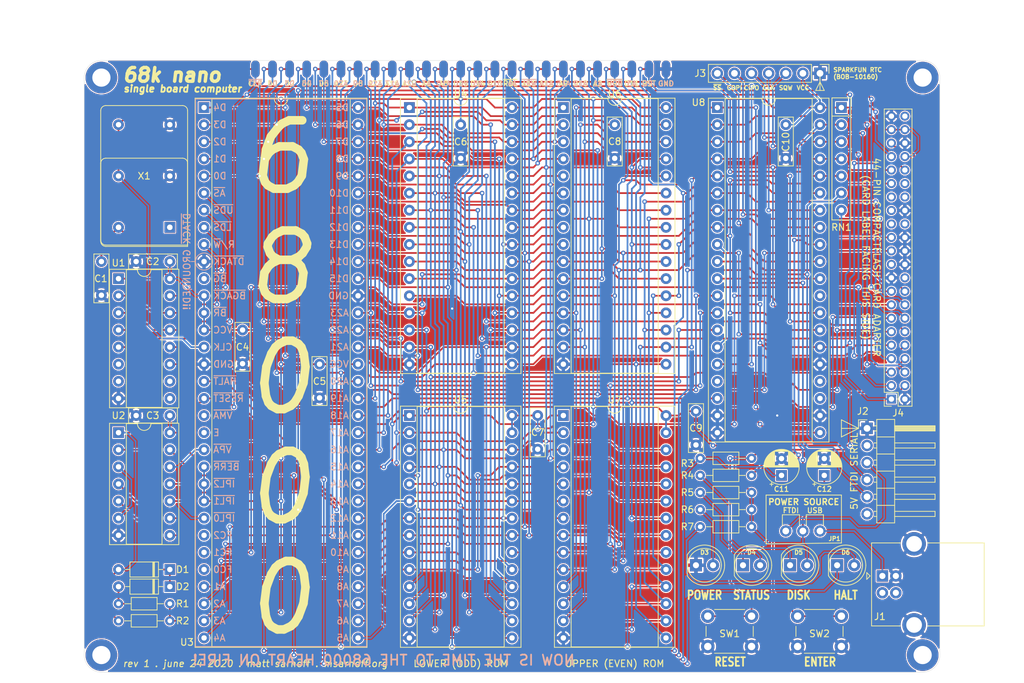
<source format=kicad_pcb>
(kicad_pcb (version 20241229) (generator "pcbnew") (generator_version "9.0")
  (layers (0 "F.Cu" signal) (2 "B.Cu" signal) (13 "F.Paste" user) (15 "B.Paste" user) (5 "F.SilkS" user) (7 "B.SilkS" user) (1 "F.Mask" user) (3 "B.Mask" user) (25 "Edge.Cuts" user))
  (net 0 "")
  (net 1 "GND")
  (net 2 "/~{RESET}")
  (net 3 "VCC")
  (net 4 "/~{A22}")
  (net 5 "/RESET")
  (net 6 "/A22")
  (net 7 "/~{A20}")
  (net 8 "/A20")
  (net 9 "/~{IRQ}")
  (net 10 "/IRQ")
  (net 11 "/~{LDS}")
  (net 12 "/R,~{W}")
  (net 13 "/~{AS}")
  (net 14 "/~{RDU}")
  (net 15 "/~{WRL}")
  (net 16 "/~{WRU}")
  (net 17 "/~{RDL}")
  (net 18 "/~{UDS}")
  (net 19 "/D4")
  (net 20 "/A5")
  (net 21 "/D3")
  (net 22 "/A6")
  (net 23 "/D2")
  (net 24 "/A7")
  (net 25 "/D1")
  (net 26 "/A8")
  (net 27 "/D0")
  (net 28 "/A9")
  (net 29 "/A10")
  (net 30 "/A11")
  (net 31 "/A12")
  (net 32 "/A13")
  (net 33 "/A14")
  (net 34 "Net-(U3-Pad11)")
  (net 35 "/A15")
  (net 36 "/A16")
  (net 37 "/A17")
  (net 38 "/A18")
  (net 39 "/CPUCLK")
  (net 40 "/A19")
  (net 41 "/A21")
  (net 42 "Net-(U3-Pad19)")
  (net 43 "Net-(U3-Pad20)")
  (net 44 "/A23")
  (net 45 "/D15")
  (net 46 "/D14")
  (net 47 "/D13")
  (net 48 "/D12")
  (net 49 "Net-(U3-Pad26)")
  (net 50 "/D11")
  (net 51 "Net-(U3-Pad27)")
  (net 52 "/D10")
  (net 53 "Net-(U3-Pad28)")
  (net 54 "/D9")
  (net 55 "/A1")
  (net 56 "/D8")
  (net 57 "/A2")
  (net 58 "/D7")
  (net 59 "/A3")
  (net 60 "/D6")
  (net 61 "/A4")
  (net 62 "/D5")
  (net 63 "Net-(U8-Pad23)")
  (net 64 "Net-(U8-Pad24)")
  (net 65 "Net-(U8-Pad15)")
  (net 66 "Net-(U8-Pad29)")
  (net 67 "Net-(U8-Pad17)")
  (net 68 "Net-(X1-Pad1)")
  (net 69 "/~{HALT}")
  (net 70 "/~{CFLED}")
  (net 71 "/CFIRQ")
  (net 72 "Net-(J1-Pad3)")
  (net 73 "Net-(J1-Pad2)")
  (net 74 "Net-(J1-Pad1)")
  (net 75 "Net-(J2-Pad6)")
  (net 76 "/RXD")
  (net 77 "/TXD")
  (net 78 "Net-(J2-Pad3)")
  (net 79 "Net-(J2-Pad2)")
  (net 80 "/~{BTN1}")
  (net 81 "Net-(J4-Pad44)")
  (net 82 "Net-(J4-Pad34)")
  (net 83 "Net-(J4-Pad32)")
  (net 84 "Net-(J4-Pad29)")
  (net 85 "Net-(J4-Pad28)")
  (net 86 "Net-(J4-Pad27)")
  (net 87 "Net-(J4-Pad21)")
  (net 88 "Net-(J4-Pad20)")
  (net 89 "/RTC_CIPO")
  (net 90 "/RTC_SQW")
  (net 91 "/~{RTC_SS}")
  (net 92 "/RTC_CLK")
  (net 93 "/RTC_COPI")
  (net 94 "/~{RESETBTN}")
  (net 95 "Net-(D1-Pad1)")
  (net 96 "Net-(D3-Pad2)")
  (net 97 "Net-(D4-Pad2)")
  (net 98 "Net-(D4-Pad1)")
  (net 99 "Net-(U1-Pad9)")
  (net 100 "Net-(U1-Pad10)")
  (net 101 "Net-(U1-Pad6)")
  (net 102 "Net-(U1-Pad7)")
  (net 103 "Net-(U2-Pad3)")
  (net 104 "Net-(D5-Pad1)")
  (net 105 "Net-(D6-Pad2)")
  (net 106 "Net-(C11-Pad1)")
  (net 107 "/EXTIRQ")
  (footprint "Button_Switch_THT:SW_PUSH_6mm" (layer "F.Cu") (at 142.24 125.73 180)
    (property "Reference" "SW1")
    (property "Value" "RESET")
  )
  (footprint "Package_DIP:DIP-14_W7.62mm_Socket" (layer "F.Cu") (at 48.26 93.98)
    (property "Reference" "U2")
    (property "Value" "74HC14")
  )
  (footprint "Package_DIP:DIP-16_W7.62mm_Socket" (layer "F.Cu") (at 48.26 71.12)
    (property "Reference" "U1")
    (property "Value" "74HC139")
  )
  (footprint "Package_DIP:DIP-64_W22.86mm_Socket" (layer "F.Cu") (at 60.96 45.72)
    (property "Reference" "U3")
    (property "Value" "TMP68HC000P-12")
  )
  (footprint "Package_DIP:DIP-28_W15.24mm_Socket" (layer "F.Cu") (at 91.44 91.44)
    (property "Reference" "U5")
    (property "Value" "28C256")
  )
  (footprint "Package_DIP:DIP-28_W15.24mm_Socket" (layer "F.Cu") (at 114.3 91.44)
    (property "Reference" "U7")
    (property "Value" "28C256")
  )
  (footprint "Oscillator:Oscillator_DIP-14" (layer "F.Cu") (at 55.88 63.5 90)
    (property "Reference" "X1")
    (property "Value" "12MHz")
  )
  (footprint "Package_DIP:DIP-32_W15.24mm_Socket" (layer "F.Cu") (at 91.44 45.72)
    (property "Reference" "U4")
    (property "Value" "AS6C4008-55PCN")
  )
  (footprint "Package_DIP:DIP-40_W15.24mm_Socket" (layer "F.Cu") (at 137.16 45.72)
    (property "Reference" "U8")
    (property "Value" "TL16C550")
  )
  (footprint "Capacitor_THT:CP_Radial_D5.0mm_P2.50mm" (layer "F.Cu") (at 146.685 100.33 90)
    (property "Reference" "C11")
    (property "Value" "10uF")
  )
  (footprint "Diode_THT:D_DO-35_SOD27_P7.62mm_Horizontal" (layer "F.Cu") (at 55.88 114.3 180)
    (property "Reference" "D1")
    (property "Value" "1N5817")
  )
  (footprint "Diode_THT:D_DO-35_SOD27_P7.62mm_Horizontal" (layer "F.Cu") (at 55.88 116.84 180)
    (property "Reference" "D2")
    (property "Value" "1N5817")
  )
  (footprint "Resistor_THT:R_Axial_DIN0204_L3.6mm_D1.6mm_P7.62mm_Horizontal" (layer "F.Cu") (at 55.88 121.92 180)
    (property "Reference" "R2")
    (property "Value" "10k")
  )
  (footprint "Resistor_THT:R_Axial_DIN0204_L3.6mm_D1.6mm_P7.62mm_Horizontal" (layer "F.Cu") (at 55.88 119.38 180)
    (property "Reference" "R1")
    (property "Value" "10k")
  )
  (footprint "Oscillator:Oscillator_DIP-8" (layer "F.Cu") (at 55.88 63.5 90)
    (property "Reference" "X2" (hide yes))
    (property "Value" "12MHz")
  )
  (footprint "Connector_PinHeader_2.00mm:PinHeader_2x22_P2.00mm_Vertical" (layer "F.Cu") (at 163 47)
    (property "Reference" "J4")
    (property "Value" "CFCARD/IDE")
  )
  (footprint "Connector_PinHeader_2.54mm:PinHeader_1x06_P2.54mm_Horizontal" (layer "F.Cu") (at 159.385 93.345)
    (property "Reference" "J2")
    (property "Value" "5V FTDI SERIAL")
  )
  (footprint "Connector_PinHeader_2.54mm:PinHeader_1x03_P2.54mm_Vertical" (layer "F.Cu") (at 147.32 108.585 90)
    (property "Reference" "JP1")
    (property "Value" "POWER SELECT")
  )
  (footprint "Connector_USB:USB_B_OST_USB-B1HSxx_Horizontal" (layer "F.Cu") (at 161.66 115.26)
    (property "Reference" "J1")
    (property "Value" "USB_B")
  )
  (footprint "Capacitor_THT:C_Rect_L7.0mm_W2.0mm_P5.00mm" (layer "F.Cu") (at 55.88 68.58 180)
    (property "Reference" "C2")
    (property "Value" "0.1uF")
  )
  (footprint "Capacitor_THT:C_Rect_L7.0mm_W2.0mm_P5.00mm" (layer "F.Cu") (at 55.88 91.44 180)
    (property "Reference" "C3")
    (property "Value" "0.1uF")
  )
  (footprint "Capacitor_THT:C_Rect_L7.0mm_W2.0mm_P5.00mm" (layer "F.Cu") (at 78.105 83.82 -90)
    (property "Reference" "C5")
    (property "Value" "0.1uF")
  )
  (footprint "Capacitor_THT:C_Rect_L7.0mm_W2.0mm_P5.00mm" (layer "F.Cu") (at 99.06 48.26 -90)
    (property "Reference" "C6")
    (property "Value" "0.1uF")
  )
  (footprint "Connector_PinHeader_2.54mm:PinHeader_1x07_P2.54mm_Vertical" (layer "F.Cu") (at 152.4 40.64 -90)
    (property "Reference" "J3")
    (property "Value" "RTC (SparkFun BOB-10160)")
  )
  (footprint "Capacitor_THT:C_Rect_L7.0mm_W2.0mm_P5.00mm" (layer "F.Cu") (at 121.92 48.26 -90)
    (property "Reference" "C8")
    (property "Value" "0.1uF")
  )
  (footprint "Capacitor_THT:C_Rect_L7.0mm_W2.0mm_P5.00mm" (layer "F.Cu") (at 133.985 90.805 -90)
    (property "Reference" "C9")
    (property "Value" "0.1uF")
  )
  (footprint "Capacitor_THT:C_Rect_L7.0mm_W2.0mm_P5.00mm" (layer "F.Cu") (at 110.49 91.44 -90)
    (property "Reference" "C7")
    (property "Value" "0.1uF")
  )
  (footprint "Capacitor_THT:C_Rect_L7.0mm_W2.0mm_P5.00mm" (layer "F.Cu") (at 147.32 48.26 -90)
    (property "Reference" "C10")
    (property "Value" "0.1uF")
  )
  (footprint "Capacitor_THT:C_Rect_L7.0mm_W2.0mm_P5.00mm" (layer "F.Cu") (at 66.675 78.74 -90)
    (property "Reference" "C4")
    (property "Value" "0.1uF")
  )
  (footprint "Capacitor_THT:C_Rect_L7.0mm_W2.0mm_P5.00mm" (layer "F.Cu") (at 45.72 68.58 -90)
    (property "Reference" "C1")
    (property "Value" "0.1uF")
  )
  (footprint "Button_Switch_THT:SW_PUSH_6mm" (layer "F.Cu") (at 155.575 125.73 180)
    (property "Reference" "SW2")
    (property "Value" "BTN1")
  )
  (footprint "LED_THT:LED_D5.0mm" (layer "F.Cu") (at 154.94 113.665)
    (property "Reference" "D6")
    (property "Value" "HALT")
  )
  (footprint "LED_THT:LED_D5.0mm" (layer "F.Cu") (at 140.97 113.665)
    (property "Reference" "D4")
    (property "Value" "LED")
  )
  (footprint "Capacitor_THT:CP_Radial_D5.0mm_P2.50mm" (layer "F.Cu") (at 153.035 100.33 90)
    (property "Reference" "C12")
    (property "Value" "10uF")
  )
  (footprint "LED_THT:LED_D5.0mm" (layer "F.Cu") (at 147.955 113.665)
    (property "Reference" "D5")
    (property "Value" "CARD")
  )
  (footprint "LED_THT:LED_D5.0mm" (layer "F.Cu") (at 133.985 113.665)
    (property "Reference" "D3")
    (property "Value" "POWER")
  )
  (footprint "MountingHole:MountingHole_2.7mm_M2.5_DIN965_Pad" (layer "F.Cu") (at 167.64 127)
    (property "Reference" "REF**" (hide yes))
    (property "Value" "MountingHole_2.7mm_M2.5_DIN965_Pad")
  )
  (footprint "MountingHole:MountingHole_2.7mm_M2.5_DIN965_Pad" (layer "F.Cu") (at 167.64 41.275)
    (property "Reference" "REF**" (hide yes))
    (property "Value" "MountingHole_2.7mm_M2.5_DIN965_Pad")
  )
  (footprint "MountingHole:MountingHole_2.7mm_M2.5_DIN965_Pad" (layer "F.Cu") (at 45.72 41.275)
    (property "Reference" "REF**" (hide yes))
    (property "Value" "MountingHole_2.7mm_M2.5_DIN965_Pad")
  )
  (footprint "MountingHole:MountingHole_2.7mm_M2.5_DIN965_Pad" (layer "F.Cu") (at 45.72 127)
    (property "Reference" "REF**" (hide yes))
    (property "Value" "MountingHole_2.7mm_M2.5_DIN965_Pad")
  )
  (footprint "Resistor_THT:R_Axial_DIN0204_L3.6mm_D1.6mm_P7.62mm_Horizontal" (layer "F.Cu") (at 134.62 107.95)
    (property "Reference" "R7")
    (property "Value" "1k*")
  )
  (footprint "Resistor_THT:R_Axial_DIN0204_L3.6mm_D1.6mm_P7.62mm_Horizontal" (layer "F.Cu") (at 134.62 97.79)
    (property "Reference" "R3")
    (property "Value" "1k")
  )
  (footprint "Resistor_THT:R_Axial_DIN0204_L3.6mm_D1.6mm_P7.62mm_Horizontal" (layer "F.Cu") (at 134.62 105.41)
    (property "Reference" "R6")
    (property "Value" "1k*")
  )
  (footprint "Resistor_THT:R_Axial_DIN0204_L3.6mm_D1.6mm_P7.62mm_Horizontal" (layer "F.Cu") (at 142.24 100.33 180)
    (property "Reference" "R4")
    (property "Value" "1k*")
  )
  (footprint "Resistor_THT:R_Axial_DIN0204_L3.6mm_D1.6mm_P7.62mm_Horizontal" (layer "F.Cu") (at 142.24 102.87 180)
    (property "Reference" "R5")
    (property "Value" "1k*")
  )
  (footprint "Resistor_THT:R_Array_SIP7" (layer "F.Cu") (at 155.575 45.72 -90)
    (property "Reference" "RN1")
    (property "Value" "10k")
  )
  (footprint "PadRows:PadRow_1x25_P2.54mm" (layer "F.Cu") (at 99.06 43.815)
    (property "Reference" "J5" (hide yes))
    (property "Value" "EXPANSION (F.Cu)" (hide yes))
  )
  (footprint "Package_DIP:DIP-32_W15.24mm_Socket" (layer "F.Cu") (at 114.3 45.72)
    (property "Reference" "U6")
    (property "Value" "AS6C4008-55PCN")
  )
  (footprint "PadRows:PadRow_1x25_P2.54mm" (layer "B.Cu") (at 99.06 36.195)
    (property "Reference" "J6" (hide yes))
    (property "Value" "EXPANSION (B.Cu)" (hide yes))
  )
  (gr_line (start 153.035 43.18) (end 152.4 41.91) (stroke (width 0.12)) (layer "F.SilkS"))
  (gr_line (start 155.575 94.615) (end 158.115 93.345) (stroke (width 0.12)) (layer "F.SilkS"))
  (gr_line (start 155.575 93.345) (end 158.115 93.345) (stroke (width 0.12)) (layer "F.SilkS"))
  (gr_line (start 152.908 106.172) (end 152.908 107.696) (stroke (width 0.12)) (layer "F.SilkS"))
  (gr_line (start 144.399 103.251) (end 155.575 103.251) (stroke (width 0.12)) (layer "F.SilkS"))
  (gr_line (start 150.368 107.696) (end 150.368 106.172) (stroke (width 0.12)) (layer "F.SilkS"))
  (gr_line (start 152.4 41.91) (end 151.765 43.18) (stroke (width 0.12)) (layer "F.SilkS"))
  (gr_line (start 155.575 103.251) (end 155.575 110.363) (stroke (width 0.12)) (layer "F.SilkS"))
  (gr_line (start 149.352 106.172) (end 149.352 107.696) (stroke (width 0.12)) (layer "F.SilkS"))
  (gr_line (start 152.4 43.18) (end 152.4 40.64) (stroke (width 0.12)) (layer "F.SilkS"))
  (gr_line (start 146.812 106.172) (end 146.812 107.696) (stroke (width 0.12)) (layer "F.SilkS"))
  (gr_line (start 149.352 106.172) (end 146.812 106.172) (stroke (width 0.12)) (layer "F.SilkS"))
  (gr_line (start 155.575 92.075) (end 155.575 94.615) (stroke (width 0.12)) (layer "F.SilkS"))
  (gr_line (start 144.399 110.49) (end 144.399 103.251) (stroke (width 0.12)) (layer "F.SilkS"))
  (gr_line (start 150.368 106.172) (end 152.908 106.172) (stroke (width 0.12)) (layer "F.SilkS"))
  (gr_line (start 151.765 43.18) (end 153.035 43.18) (stroke (width 0.12)) (layer "F.SilkS"))
  (gr_line (start 155.575 110.363) (end 144.399 110.49) (stroke (width 0.12)) (layer "F.SilkS"))
  (gr_line (start 158.115 93.345) (end 155.575 92.075) (stroke (width 0.12)) (layer "F.SilkS"))
  (gr_line (start 59.69 125.73) (end 59.69 44.45) (stroke (width 0.12)) (layer "B.SilkS"))
  (gr_line (start 59.69 44.45) (end 85.09 44.45) (stroke (width 0.12)) (layer "B.SilkS"))
  (gr_circle (center 60.96 68.58) (end 62.23 68.58) (stroke (width 0.12)) (fill no) (layer "B.SilkS"))
  (gr_line (start 85.09 44.45) (end 85.09 125.73) (stroke (width 0.12)) (layer "B.SilkS"))
  (gr_line (start 85.09 125.73) (end 59.69 125.73) (stroke (width 0.12)) (layer "B.SilkS"))
  (gr_line (start 59.055 68.58) (end 59.69 68.58) (stroke (width 0.12)) (layer "B.SilkS"))
  (gr_line (start 45.72 38.735) (end 167.64 38.735) (stroke (width 0.05)) (layer "Edge.Cuts"))
  (gr_line (start 170.18 41.275) (end 170.18 127) (stroke (width 0.05)) (layer "Edge.Cuts"))
  (gr_line (start 167.64 129.54) (end 45.72 129.54) (stroke (width 0.05)) (layer "Edge.Cuts"))
  (gr_arc (start 43.18 41.275) (mid 43.923949 39.478949) (end 45.72 38.735) (stroke (width 0.05)) (layer "Edge.Cuts"))
  (gr_arc (start 167.64 38.735) (mid 169.436051 39.478949) (end 170.18 41.275) (stroke (width 0.05)) (layer "Edge.Cuts"))
  (gr_arc (start 170.18 127) (mid 169.436051 128.796051) (end 167.64 129.54) (stroke (width 0.05)) (layer "Edge.Cuts"))
  (gr_arc (start 45.72 129.54) (mid 43.923949 128.796051) (end 43.18 127) (stroke (width 0.05)) (layer "Edge.Cuts"))
  (gr_line (start 43.18 127) (end 43.18 41.275) (stroke (width 0.05)) (layer "Edge.Cuts"))
  (gr_text "6\n8\n0\n0\n0" (at 72.39 85.852 0) (layer "F.SilkS") (effects (font (size 10.16 10.16) (thickness 1.27) (italic yes))))
  (gr_text "SQW" (at 147.32 42.799 0) (layer "F.SilkS") (effects (font (size 0.635 0.635))))
  (gr_text "CLK" (at 144.78 42.799 0) (layer "F.SilkS") (effects (font (size 0.635 0.635))))
  (gr_text "CIPO" (at 142.24 42.799 0) (layer "F.SilkS") (effects (font (size 0.635 0.635))))
  (gr_text "COPI" (at 139.7 42.799 0) (layer "F.SilkS") (effects (font (size 0.635 0.635))))
  (gr_text "~{SS}" (at 137.16 42.799 0) (layer "F.SilkS") (effects (font (size 0.635 0.635))))
  (gr_text "HALT" (at 156.21 118.11 0) (layer "F.SilkS") (effects (font (size 1.27 1.016) (thickness 0.254))))
  (gr_text "STATUS" (at 142.24 118.11 0) (layer "F.SilkS") (effects (font (size 1.27 1.016) (thickness 0.254))))
  (gr_text "DISK" (at 149.225 118.11 0) (layer "F.SilkS") (effects (font (size 1.27 1.016) (thickness 0.254))))
  (gr_text "RESET" (at 139.065 128.016 0) (layer "F.SilkS") (effects (font (size 1.27 1.016) (thickness 0.254))))
  (gr_text "ENTER" (at 152.4 128.016 0) (layer "F.SilkS") (effects (font (size 1.27 1.016) (thickness 0.254))))
  (gr_text "FTDI" (at 148.082 105.537 0) (layer "F.SilkS") (effects (font (size 0.762 0.762))))
  (gr_text "POWER SOURCE" (at 149.987 104.267 0) (layer "F.SilkS") (effects (font (size 0.889 0.889) (thickness 0.1905))))
  (gr_text "LOWER (ODD) ROM" (at 99.06 128.27 0) (layer "F.SilkS") (effects (font (size 1 1))))
  (gr_text "68k nano" (at 56.261 40.894 0) (layer "F.SilkS") (effects (font (size 2.032 2.032) (thickness 0.508) (italic yes))))
  (gr_text "single board computer" (at 57.785 42.926 0) (layer "F.SilkS") (effects (font (size 1.016 1.016) (thickness 0.254) (italic yes))))
  (gr_text "D0" (at 71.12 42.164 0) (layer "F.SilkS") (effects (font (size 0.762 0.762))))
  (gr_text "D2" (at 73.66 42.164 0) (layer "F.SilkS") (effects (font (size 0.762 0.762))))
  (gr_text "D4" (at 76.2 42.164 0) (layer "F.SilkS") (effects (font (size 0.762 0.762))))
  (gr_text "D6" (at 78.74 42.164 0) (layer "F.SilkS") (effects (font (size 0.762 0.762))))
  (gr_text "A22" (at 81.28 42.164 0) (layer "F.SilkS") (effects (font (size 0.762 0.762))))
  (gr_text "D8" (at 83.82 42.164 0) (layer "F.SilkS") (effects (font (size 0.762 0.762))))
  (gr_text "A23" (at 86.36 42.164 0) (layer "F.SilkS") (effects (font (size 0.762 0.762))))
  (gr_text "A16" (at 88.9 42.164 0) (layer "F.SilkS") (effects (font (size 0.762 0.762))))
  (gr_text "A18" (at 91.44 42.164 0) (layer "F.SilkS") (effects (font (size 0.762 0.762))))
  (gr_text "A6" (at 93.98 42.164 0) (layer "F.SilkS") (effects (font (size 0.762 0.762))))
  (gr_text "A8" (at 96.52 42.164 0) (layer "F.SilkS") (effects (font (size 0.762 0.762))))
  (gr_text "D15" (at 99.06 42.164 0) (layer "F.SilkS") (effects (font (size 0.762 0.762))))
  (gr_text "D14" (at 101.6 42.164 0) (layer "F.SilkS") (effects (font (size 0.762 0.762))))
  (gr_text "D13" (at 104.14 42.164 0) (layer "F.SilkS") (effects (font (size 0.762 0.762))))
  (gr_text "~{RDL}" (at 106.426 42.164 0) (layer "F.SilkS") (effects (font (size 0.762 0.762))))
  (gr_text "A11" (at 109.22 42.164 0) (layer "F.SilkS") (effects (font (size 0.762 0.762))))
  (gr_text "A13" (at 111.76 42.164 0) (layer "F.SilkS") (effects (font (size 0.762 0.762))))
  (gr_text "A9" (at 114.3 42.164 0) (layer "F.SilkS") (effects (font (size 0.762 0.762))))
  (gr_text "D10" (at 116.84 42.164 0) (layer "F.SilkS") (effects (font (size 0.762 0.762))))
  (gr_text "A2" (at 119.38 42.164 0) (layer "F.SilkS") (effects (font (size 0.762 0.762))))
  (gr_text "~{WRU}" (at 121.92 42.164 0) (layer "F.SilkS") (effects (font (size 0.762 0.762))))
  (gr_text "D11" (at 124.46 42.164 0) (layer "F.SilkS") (effects (font (size 0.762 0.762))))
  (gr_text "RST" (at 127 42.164 0) (layer "F.SilkS") (effects (font (size 0.762 0.762))))
  (gr_text "GND" (at 129.54 42.164 0) (layer "F.SilkS") (effects (font (size 0.762 0.762))))
  (gr_text "5V FTDI SERIAL" (at 157.48 99.695 90) (layer "F.SilkS") (effects (font (size 1 1))))
  (gr_text "44-PIN COMPACTFLASH CARD ADAPTER\n(CARD LABEL FACING THIS SIDE)" (at 160.02 67.945 270) (layer "F.SilkS") (effects (font (size 1 1))))
  (gr_text "CLK" (at 68.58 42.164 0) (layer "F.SilkS") (effects (font (size 0.762 0.762))))
  (gr_text "SPARKFUN RTC\n(BOB-10160)" (at 154.305 40.64 0) (layer "F.SilkS") (effects (font (size 0.635 0.635)) (justify left)))
  (gr_text "rev 1 . june 24 2020 . matt sarnoff . msarnoff.org" (at 68.58 128.27 0) (layer "F.SilkS") (effects (font (size 1 1) (thickness 0.15) (italic yes))))
  (gr_text "VCC" (at 149.86 42.799 0) (layer "F.SilkS") (effects (font (size 0.635 0.635))))
  (gr_text "UPPER (EVEN) ROM" (at 121.92 128.27 0) (layer "F.SilkS") (effects (font (size 1 1))))
  (gr_text "POWER" (at 135.255 118.11 0) (layer "F.SilkS") (effects (font (size 1.27 1.016) (thickness 0.254))))
  (gr_text "USB" (at 151.638 105.537 0) (layer "F.SilkS") (effects (font (size 0.762 0.762))))
  (gr_text "D3" (at 62.23 48.26 0) (layer "B.SilkS") (effects (font (size 1 1)) (justify right mirror)))
  (gr_text "D2" (at 62.23 50.8 0) (layer "B.SilkS") (effects (font (size 1 1)) (justify right mirror)))
  (gr_text "D1" (at 62.23 53.34 0) (layer "B.SilkS") (effects (font (size 1 1)) (justify right mirror)))
  (gr_text "D0" (at 62.23 55.88 0) (layer "B.SilkS") (effects (font (size 1 1)) (justify right mirror)))
  (gr_text "~{AS}" (at 62.23 58.42 0) (layer "B.SilkS") (effects (font (size 1 1)) (justify right mirror)))
  (gr_text "~{UDS}" (at 62.23 60.96 0) (layer "B.SilkS") (effects (font (size 1 1)) (justify right mirror)))
  (gr_text "~{LDS}" (at 62.23 63.5 0) (layer "B.SilkS") (effects (font (size 1 1)) (justify right mirror)))
  (gr_text "R/~{W}" (at 62.23 66.04 0) (layer "B.SilkS") (effects (font (size 1 1)) (justify right mirror)))
  (gr_text "~{DTACK}" (at 62.23 68.58 0) (layer "B.SilkS") (effects (font (size 1 1)) (justify right mirror)))
  (gr_text "~{BG}" (at 62.23 71.12 0) (layer "B.SilkS") (effects (font (size 1 1)) (justify right mirror)))
  (gr_text "~{BGACK}" (at 62.23 73.66 0) (layer "B.SilkS") (effects (font (size 1 1)) (justify right mirror)))
  (gr_text "~{BR}" (at 62.23 76.2 0) (layer "B.SilkS") (effects (font (size 1 1)) (justify right mirror)))
  (gr_text "VCC" (at 62.23 78.74 0) (layer "B.SilkS") (effects (font (size 1 1)) (justify right mirror)))
  (gr_text "CLK" (at 62.23 81.28 0) (layer "B.SilkS") (effects (font (size 1 1)) (justify right mirror)))
  (gr_text "GND" (at 62.23 83.82 0) (layer "B.SilkS") (effects (font (size 1 1)) (justify right mirror)))
  (gr_text "~{HALT}" (at 62.23 86.36 0) (layer "B.SilkS") (effects (font (size 1 1)) (justify right mirror)))
  (gr_text "~{RESET}" (at 62.23 88.9 0) (layer "B.SilkS") (effects (font (size 1 1)) (justify right mirror)))
  (gr_text "~{VMA}" (at 62.23 91.44 0) (layer "B.SilkS") (effects (font (size 1 1)) (justify right mirror)))
  (gr_text "E" (at 62.23 93.98 0) (layer "B.SilkS") (effects (font (size 1 1)) (justify right mirror)))
  (gr_text "~{VPA}" (at 62.23 96.52 0) (layer "B.SilkS") (effects (font (size 1 1)) (justify right mirror)))
  (gr_text "~{BERR}" (at 62.23 99.06 0) (layer "B.SilkS") (effects (font (size 1 1)) (justify right mirror)))
  (gr_text "~{IPL2}" (at 62.23 101.6 0) (layer "B.SilkS") (effects (font (size 1 1)) (justify right mirror)))
  (gr_text "~{IPL1}" (at 62.23 104.14 0) (layer "B.SilkS") (effects (font (size 1 1)) (justify right mirror)))
  (gr_text "~{IPL0}" (at 62.23 106.68 0) (layer "B.SilkS") (effects (font (size 1 1)) (justify right mirror)))
  (gr_text "FC2" (at 62.23 109.22 0) (layer "B.SilkS") (effects (font (size 1 1)) (justify right mirror)))
  (gr_text "FC1" (at 62.23 111.76 0) (layer "B.SilkS") (effects (font (size 1 1)) (justify right mirror)))
  (gr_text "FC0" (at 62.23 114.3 0) (layer "B.SilkS") (effects (font (size 1 1)) (justify right mirror)))
  (gr_text "A1" (at 62.23 116.84 0) (layer "B.SilkS") (effects (font (size 1 1)) (justify right mirror)))
  (gr_text "A2" (at 62.23 119.38 0) (layer "B.SilkS") (effects (font (size 1 1)) (justify right mirror)))
  (gr_text "A3" (at 62.23 121.92 0) (layer "B.SilkS") (effects (font (size 1 1)) (justify right mirror)))
  (gr_text "A4" (at 62.23 124.46 0) (layer "B.SilkS") (effects (font (size 1 1)) (justify right mirror)))
  (gr_text "A5" (at 82.55 124.46 0) (layer "B.SilkS") (effects (font (size 1 1)) (justify left mirror)))
  (gr_text "A6" (at 82.55 121.92 0) (layer "B.SilkS") (effects (font (size 1 1)) (justify left mirror)))
  (gr_text "A7" (at 82.55 119.38 0) (layer "B.SilkS") (effects (font (size 1 1)) (justify left mirror)))
  (gr_text "A8" (at 82.55 116.84 0) (layer "B.SilkS") (effects (font (size 1 1)) (justify left mirror)))
  (gr_text "A9" (at 82.55 114.3 0) (layer "B.SilkS") (effects (font (size 1 1)) (justify left mirror)))
  (gr_text "A10" (at 82.55 111.76 0) (layer "B.SilkS") (effects (font (size 1 1)) (justify left mirror)))
  (gr_text "A11" (at 82.55 109.22 0) (layer "B.SilkS") (effects (font (size 1 1)) (justify left mirror)))
  (gr_text "A12" (at 82.55 106.68 0) (layer "B.SilkS") (effects (font (size 1 1)) (justify left mirror)))
  (gr_text "A13" (at 82.55 104.14 0) (layer "B.SilkS") (effects (font (size 1 1)) (justify left mirror)))
  (gr_text "A14" (at 82.55 101.6 0) (layer "B.SilkS") (effects (font (size 1 1)) (justify left mirror)))
  (gr_text "A15" (at 82.55 99.06 0) (layer "B.SilkS") (effects (font (size 1 1)) (justify left mirror)))
  (gr_text "A16" (at 82.55 96.52 0) (layer "B.SilkS") (effects (font (size 1 1)) (justify left mirror)))
  (gr_text "A17" (at 82.55 93.98 0) (layer "B.SilkS") (effects (font (size 1 1)) (justify left mirror)))
  (gr_text "A18" (at 82.55 91.44 0) (layer "B.SilkS") (effects (font (size 1 1)) (justify left mirror)))
  (gr_text "A19" (at 82.55 88.9 0) (layer "B.SilkS") (effects (font (size 1 1)) (justify left mirror)))
  (gr_text "A20" (at 82.55 86.36 0) (layer "B.SilkS") (effects (font (size 1 1)) (justify left mirror)))
  (gr_text "VCC" (at 82.55 83.82 0) (layer "B.SilkS") (effects (font (size 1 1)) (justify left mirror)))
  (gr_text "A21" (at 82.55 81.28 0) (layer "B.SilkS") (effects (font (size 1 1)) (justify left mirror)))
  (gr_text "A22" (at 82.55 78.74 0) (layer "B.SilkS") (effects (font (size 1 1)) (justify left mirror)))
  (gr_text "A23" (at 82.55 76.2 0) (layer "B.SilkS") (effects (font (size 1 1)) (justify left mirror)))
  (gr_text "GND" (at 82.55 73.66 0) (layer "B.SilkS") (effects (font (size 1 1)) (justify left mirror)))
  (gr_text "D15" (at 82.55 71.12 0) (layer "B.SilkS") (effects (font (size 1 1)) (justify left mirror)))
  (gr_text "D14" (at 82.55 68.58 0) (layer "B.SilkS") (effects (font (size 1 1)) (justify left mirror)))
  (gr_text "D13" (at 82.55 66.04 0) (layer "B.SilkS") (effects (font (size 1 1)) (justify left mirror)))
  (gr_text "D12" (at 82.55 63.5 0) (layer "B.SilkS") (effects (font (size 1 1)) (justify left mirror)))
  (gr_text "D11" (at 82.55 60.96 0) (layer "B.SilkS") (effects (font (size 1 1)) (justify left mirror)))
  (gr_text "D10" (at 82.55 58.42 0) (layer "B.SilkS") (effects (font (size 1 1)) (justify left mirror)))
  (gr_text "D9" (at 82.55 55.88 0) (layer "B.SilkS") (effects (font (size 1 1)) (justify left mirror)))
  (gr_text "D8" (at 82.55 53.34 0) (layer "B.SilkS") (effects (font (size 1 1)) (justify left mirror)))
  (gr_text "D7" (at 82.55 50.8 0) (layer "B.SilkS") (effects (font (size 1 1)) (justify left mirror)))
  (gr_text "D6" (at 82.55 48.26 0) (layer "B.SilkS") (effects (font (size 1 1)) (justify left mirror)))
  (gr_text "D5" (at 82.55 45.72 0) (layer "B.SilkS") (effects (font (size 1 1)) (justify left mirror)))
  (gr_text "GND" (at 129.54 42.164 0) (layer "B.SilkS") (effects (font (size 0.762 0.762)) (justify mirror)))
  (gr_text "IRQ" (at 127 42.164 0) (layer "B.SilkS") (effects (font (size 0.762 0.762)) (justify mirror)))
  (gr_text "A3" (at 124.46 42.164 0) (layer "B.SilkS") (effects (font (size 0.762 0.762)) (justify mirror)))
  (gr_text "~{RDU}" (at 121.92 42.164 0) (layer "B.SilkS") (effects (font (size 0.762 0.762)) (justify mirror)))
  (gr_text "A1" (at 119.38 42.164 0) (layer "B.SilkS") (effects (font (size 0.762 0.762)) (justify mirror)))
  (gr_text "A12" (at 116.84 42.164 0) (layer "B.SilkS") (effects (font (size 0.762 0.762)) (justify mirror)))
  (gr_text "A15" (at 114.3 42.164 0) (layer "B.SilkS") (effects (font (size 0.762 0.762)) (justify mirror)))
  (gr_text "A14" (at 111.76 42.164 0) (layer "B.SilkS") (effects (font (size 0.762 0.762)) (justify mirror)))
  (gr_text "~{WRL}" (at 109.22 42.164 0) (layer "B.SilkS") (effects (font (size 0.762 0.762)) (justify mirror)))
  (gr_text "A4" (at 106.68 42.164 0) (layer "B.SilkS") (effects (font (size 0.762 0.762)) (justify mirror)))
  (gr_text "D12" (at 104.14 42.164 0) (layer "B.SilkS") (effects (font (size 0.762 0.762)) (justify mirror)))
  (gr_text "A5" (at 101.6 42.164 0) (layer "B.SilkS") (effects (font (size 0.762 0.762)) (justify mirror)))
  (gr_text "VCC" (at 99.06 42.164 0) (layer "B.SilkS") (effects (font (size 0.762 0.762)) (justify mirror)))
  (gr_text "A10" (at 96.52 42.164 0) (layer "B.SilkS") (effects (font (size 0.762 0.762)) (justify mirror)))
  (gr_text "A7" (at 93.98 42.164 0) (layer "B.SilkS") (effects (font (size 0.762 0.762)) (justify mirror)))
  (gr_text "A21" (at 91.44 42.164 0) (layer "B.SilkS") (effects (font (size 0.762 0.762)) (justify mirror)))
  (gr_text "A17" (at 88.9 42.164 0) (layer "B.SilkS") (effects (font (size 0.762 0.762)) (justify mirror)))
  (gr_text "A19" (at 86.36 42.164 0) (layer "B.SilkS") (effects (font (size 0.762 0.762)) (justify mirror)))
  (gr_text "D9" (at 83.82 42.164 0) (layer "B.SilkS") (effects (font (size 0.762 0.762)) (justify mirror)))
  (gr_text "A20" (at 81.28 42.164 0) (layer "B.SilkS") (effects (font (size 0.762 0.762)) (justify mirror)))
  (gr_text "D7" (at 78.74 42.164 0) (layer "B.SilkS") (effects (font (size 0.762 0.762)) (justify mirror)))
  (gr_text "D5" (at 76.2 42.164 0) (layer "B.SilkS") (effects (font (size 0.762 0.762)) (justify mirror)))
  (gr_text "D3" (at 73.66 42.164 0) (layer "B.SilkS") (effects (font (size 0.762 0.762)) (justify mirror)))
  (gr_text "D1" (at 71.12 42.164 0) (layer "B.SilkS") (effects (font (size 0.762 0.762)) (justify mirror)))
  (gr_text "~{RST}" (at 68.58 42.164 0) (layer "B.SilkS") (effects (font (size 0.762 0.762)) (justify mirror)))
  (gr_text "D4" (at 62.23 45.72 0) (layer "B.SilkS") (effects (font (size 1 1)) (justify right mirror)))
  (gr_text "~{DTACK} GROUNDED!!" (at 58.42 68.58 90) (layer "B.SilkS") (effects (font (size 1 1)) (justify mirror)))
  (gr_text "NOW IS THE TIME TO THE 68000 HEART ON FIRE!" (at 87.63 127.762 0) (layer "B.SilkS") (effects (font (size 1.524 1.524) (thickness 0.254)) (justify mirror)))
  (segment (start 152.4 91.44) (end 146.05 91.44) (width 0.254) (layer "F.Cu") (net 1))
  (via (at 97.79 75.565) (size 0.6858) (drill 0.3302) (layers "F.Cu" "B.Cu") (net 1))
  (via (at 146.05 91.44) (size 0.6858) (drill 0.3302) (layers "F.Cu" "B.Cu") (net 1))
  (segment (start 60.96 88.9) (end 64.135 88.9) (width 0.254) (layer "F.Cu") (net 2))
  (segment (start 46.99 115.57) (end 46.99 120.65) (width 0.254) (layer "F.Cu") (net 2))
  (segment (start 46.99 120.65) (end 48.26 121.92) (width 0.254) (layer "F.Cu") (net 2))
  (segment (start 48.26 93.98) (end 50.165 93.98) (width 0.254) (layer "F.Cu") (net 2))
  (segment (start 48.26 114.3) (end 46.99 115.57) (width 0.254) (layer "F.Cu") (net 2))
  (segment (start 59.69 90.17) (end 60.96 88.9) (width 0.254) (layer "F.Cu") (net 2))
  (segment (start 64.135 88.9) (end 65.405 90.17) (width 0.254) (layer "F.Cu") (net 2))
  (segment (start 50.165 93.98) (end 53.975 90.17) (width 0.254) (layer "F.Cu") (net 2))
  (segment (start 156.845 43.815) (end 67.31 43.815) (width 0.254) (layer "F.Cu") (net 2))
  (segment (start 53.975 90.17) (end 59.69 90.17) (width 0.254) (layer "F.Cu") (net 2))
  (via (at 67.31 43.815) (size 0.6858) (drill 0.3302) (layers "F.Cu" "B.Cu") (net 2))
  (via (at 156.845 43.815) (size 0.6858) (drill 0.3302) (layers "F.Cu" "B.Cu") (net 2))
  (via (at 65.405 90.17) (size 0.6858) (drill 0.3302) (layers "F.Cu" "B.Cu") (net 2))
  (segment (start 156.845 69.85) (end 156.845 43.815) (width 0.254) (layer "B.Cu") (net 2))
  (segment (start 156.21 70.485) (end 156.845 69.85) (width 0.254) (layer "B.Cu") (net 2))
  (segment (start 49.53 114.3) (end 48.26 114.3) (width 0.254) (layer "B.Cu") (net 2))
  (segment (start 50.8 113.03) (end 49.53 114.3) (width 0.254) (layer "B.Cu") (net 2))
  (segment (start 68.58 40.005) (end 68.58 42.545) (width 0.254) (layer "B.Cu") (net 2))
  (segment (start 65.405 90.17) (end 65.405 45.72) (width 0.254) (layer "B.Cu") (net 2))
  (segment (start 156.21 85.725) (end 156.21 70.485) (width 0.254) (layer "B.Cu") (net 2))
  (segment (start 50.8 95.25) (end 50.8 113.03) (width 0.254) (layer "B.Cu") (net 2))
  (segment (start 159.485 89) (end 156.21 85.725) (width 0.254) (layer "B.Cu") (net 2))
  (segment (start 163 89) (end 159.485 89) (width 0.254) (layer "B.Cu") (net 2))
  (segment (start 49.53 93.98) (end 50.8 95.25) (width 0.254) (layer "B.Cu") (net 2))
  (segment (start 68.58 42.545) (end 65.405 45.72) (width 0.254) (layer "B.Cu") (net 2))
  (segment (start 48.26 93.98) (end 49.53 93.98) (width 0.254) (layer "B.Cu") (net 2))
  (segment (start 118.745 90.17) (end 128.27 90.17) (width 0.254) (layer "F.Cu") (net 3))
  (segment (start 55.88 121.92) (end 57.785 121.92) (width 0.254) (layer "F.Cu") (net 3))
  (segment (start 104.14 45.72) (end 102.87 44.45) (width 0.254) (layer "F.Cu") (net 3))
  (segment (start 139.7 97.155) (end 139.7 100.33) (width 0.254) (layer "F.Cu") (net 3))
  (segment (start 59.055 120.65) (end 72.39 120.65) (width 0.254) (layer "F.Cu") (net 3))
  (segment (start 72.39 83.82) (end 83.82 83.82) (width 0.254) (layer "F.Cu") (net 3))
  (segment (start 153.035 103.505) (end 153.035 100.33) (width 0.254) (layer "F.Cu") (net 3))
  (segment (start 131.445 91.44) (end 132.08 90.805) (width 0.254) (layer "F.Cu") (net 3))
  (segment (start 138.43 95.885) (end 139.7 97.155) (width 0.254) (layer "F.Cu") (net 3))
  (segment (start 60.96 104.14) (end 72.39 104.14) (width 0.254) (layer "F.Cu") (net 3))
  (segment (start 45.72 68.58) (end 45.72 66.04) (width 0.254) (layer "F.Cu") (net 3))
  (segment (start 109.855 45.72) (end 111.125 44.45) (width 0.254) (layer "F.Cu") (net 3))
  (segment (start 106.68 93.98) (end 107.315 93.98) (width 0.254) (layer "F.Cu") (net 3))
  (segment (start 57.785 121.92) (end 59.055 120.65) (width 0.254) (layer "F.Cu") (net 3))
  (segment (start 110.49 91.44) (end 106.68 91.44) (width 0.254) (layer "F.Cu") (net 3))
  (segment (start 162.03 49) (end 158.75 45.72) (width 0.254) (layer "F.Cu") (net 3))
  (segment (start 102.87 44.45) (end 72.39 44.45) (width 0.254) (layer "F.Cu") (net 3))
  (segment (start 125.73 45.72) (end 129.54 45.72) (width 0.254) (layer "F.Cu") (net 3))
  (segment (start 136.525 95.885) (end 138.43 95.885) (width 0.254) (layer "F.Cu") (net 3))
  (segment (start 149.86 106.68) (end 153.035 103.505) (width 0.254) (layer "F.Cu") (net 3))
  (segment (start 57.785 93.98) (end 59.055 95.25) (width 0.254) (layer "F.Cu") (net 3))
  (segment (start 132.08 45.72) (end 133.35 44.45) (width 0.254) (layer "F.Cu") (net 3))
  (segment (start 69.85 95.25) (end 72.39 97.79) (width 0.254) (layer "F.Cu") (net 3))
  (segment (start 59.055 95.25) (end 69.85 95.25) (width 0.254) (layer "F.Cu") (net 3))
  (segment (start 45.72 66.04) (end 48.26 63.5) (width 0.254) (layer "F.Cu") (net 3))
  (segment (start 121.92 48.26) (end 120.65 48.26) (width 0.254) (layer "F.Cu") (net 3))
  (segment (start 144.145 44.45) (end 145.415 45.72) (width 0.254) (layer "F.Cu") (net 3))
  (segment (start 106.68 45.72) (end 109.855 45.72) (width 0.254) (layer "F.Cu") (net 3))
  (segment (start 158.75 45.72) (end 155.575 45.72) (width 0.254) (layer "F.Cu") (net 3))
  (segment (start 112.395 93.345) (end 110.49 93.345) (width 0.254) (layer "F.Cu") (net 3))
  (segment (start 106.68 45.72) (end 104.14 45.72) (width 0.254) (layer "F.Cu") (net 3))
  (segment (start 163 49) (end 162.03 49) (width 0.254) (layer "F.Cu") (net 3))
  (segment (start 133.35 44.45) (end 144.145 44.45) (width 0.254) (layer "F.Cu") (net 3))
  (segment (start 139.7 100.33) (end 142.24 102.87) (width 0.254) (layer "F.Cu") (net 3))
  (segment (start 152.4 45.72) (end 155.575 45.72) (width 0.254) (layer "F.Cu") (net 3))
  (segment (start 60.96 78.74) (end 72.39 78.74) (width 0.254) (layer "F.Cu") (net 3))
  (segment (start 55.88 71.12) (end 48.26 63.5) (width 0.254) (layer "F.Cu") (net 3))
  (segment (start 120.015 47.625) (end 118.745 47.625) (width 0.254) (layer "F.Cu") (net 3))
  (segment (start 129.54 91.44) (end 131.445 91.44) (width 0.254) (layer "F.Cu") (net 3))
  (segment (start 149.86 108.585) (end 149.86 106.68) (width 0.254) (layer "F.Cu") (net 3))
  (segment (start 111.125 44.45) (end 118.745 44.45) (width 0.254) (layer "F.Cu") (net 3))
  (segment (start 118.745 44.45) (end 124.46 44.45) (width 0.254) (layer "F.Cu") (net 3))
  (segment (start 118.745 92.71) (end 113.03 92.71) (width 0.254) (layer "F.Cu") (net 3))
  (segment (start 163 49) (end 165 49) (width 0.254) (layer "F.Cu") (net 3))
  (segment (start 55.88 121.92) (end 55.88 119.38) (width 0.254) (layer "F.Cu") (net 3))
  (segment (start 113.03 92.71) (end 112.395 93.345) (width 0.254) (layer "F.Cu") (net 3))
  (segment (start 128.905 90.805) (end 129.54 91.44) (width 0.254) (layer "F.Cu") (net 3))
  (segment (start 129.54 45.72) (end 132.08 45.72) (width 0.254) (layer "F.Cu") (net 3))
  (segment (start 55.88 93.98) (end 57.785 93.98) (width 0.254) (layer "F.Cu") (net 3))
  (segment (start 132.08 90.805) (end 133.985 90.805) (width 0.254) (layer "F.Cu") (net 3))
  (segment (start 120.65 48.26) (end 120.015 47.625) (width 0.254) (layer "F.Cu") (net 3))
  (segment (start 124.46 44.45) (end 125.73 45.72) (width 0.254) (layer "F.Cu") (net 3))
  (segment (start 145.415 45.72) (end 152.4 45.72) (width 0.254) (layer "F.Cu") (net 3))
  (segment (start 128.27 90.17) (end 128.905 90.805) (width 0.254) (layer "F.Cu") (net 3))
  (via (at 72.39 83.82) (size 0.6858) (drill 0.3302) (layers "F.Cu" "B.Cu") (net 3))
  (via (at 118.745 90.17) (size 0.6858) (drill 0.3302) (layers "F.Cu" "B.Cu") (net 3))
  (via (at 72.39 78.74) (size 0.6858) (drill 0.3302) (layers "F.Cu" "B.Cu") (net 3))
  (via (at 118.745 44.45) (size 0.6858) (drill 0.3302) (layers "F.Cu" "B.Cu") (net 3))
  (via (at 118.745 92.71) (size 0.6858) (drill 0.3302) (layers "F.Cu" "B.Cu") (net 3))
  (via (at 72.39 44.45) (size 0.6858) (drill 0.3302) (layers "F.Cu" "B.Cu") (net 3))
  (via (at 110.49 93.345) (size 0.6858) (drill 0.3302) (layers "F.Cu" "B.Cu") (net 3))
  (via (at 72.39 120.65) (size 0.6858) (drill 0.3302) (layers "F.Cu" "B.Cu") (net 3))
  (via (at 72.39 104.14) (size 0.6858) (drill 0.3302) (layers "F.Cu" "B.Cu") (net 3))
  (via (at 118.745 47.625) (size 0.6858) (drill 0.3302) (layers "F.Cu" "B.Cu") (net 3))
  (via (at 136.525 95.885) (size 0.6858) (drill 0.3302) (layers "F.Cu" "B.Cu") (net 3))
  (via (at 72.39 97.79) (size 0.6858) (drill 0.3302) (layers "F.Cu" "B.Cu") (net 3))
  (via (at 99.06 44.45) (size 0.6858) (drill 0.3302) (layers "F.Cu" "B.Cu") (net 3))
  (segment (start 166 49) (end 167 50) (width 0.254) (layer "B.Cu") (net 3))
  (segment (start 60.96 73.66) (end 59.69 73.66) (width 0.254) (layer "B.Cu") (net 3))
  (segment (start 72.39 78.74) (end 72.39 83.82) (width 0.254) (layer "B.Cu") (net 3))
  (segment (start 129.54 91.44) (end 129.54 93.98) (width 0.254) (layer "B.Cu") (net 3))
  (segment (start 60.96 104.14) (end 60.96 101.6) (width 0.254) (layer "B.Cu") (net 3))
  (segment (start 151.13 45.72) (end 152.4 45.72) (width 0.254) (layer "B.Cu") (net 3))
  (segment (start 133.985 93.345) (end 136.525 95.885) (width 0.254) (layer "B.Cu") (net 3))
  (segment (start 165 49) (end 166 49) (width 0.254) (layer "B.Cu") (net 3))
  (segment (start 59.69 73.66) (end 57.15 71.12) (width 0.254) (layer "B.Cu") (net 3))
  (segment (start 106.68 92.57137) (end 106.68 93.98) (width 0.254) (layer "B.Cu") (net 3))
  (segment (start 99.06 44.45) (end 99.06 40.005) (width 0.254) (layer "B.Cu") (net 3))
  (segment (start 110.49 91.44) (end 110.49 93.345) (width 0.254) (layer "B.Cu") (net 3))
  (segment (start 167 52) (end 166 53) (width 0.254) (layer "B.Cu") (net 3))
  (segment (start 55.88 68.58) (end 55.88 71.12) (width 0.254) (layer "B.Cu") (net 3))
  (segment (start 150.495 111.125) (end 150.495 113.665) (width 0.254) (layer "B.Cu") (net 3))
  (segment (start 118.745 90.17) (end 118.745 92.71) (width 0.254) (layer "B.Cu") (net 3))
  (segment (start 106.68 91.44) (end 106.68 92.57137) (width 0.254) (layer "B.Cu") (net 3))
  (segment (start 147.32 48.26) (end 148.59 48.26) (width 0.254) (layer "B.Cu") (net 3))
  (segment (start 142.24 102.87) (end 142.24 105.41) (width 0.254) (layer "B.Cu") (net 3))
  (segment (start 166 53) (end 165 53) (width 0.254) (layer "B.Cu") (net 3))
  (segment (start 72.39 83.82) (end 72.39 97.79) (width 0.254) (layer "B.Cu") (net 3))
  (segment (start 57.15 71.12) (end 55.88 71.12) (width 0.254) (layer "B.Cu") (net 3))
  (segment (start 148.59 48.26) (end 151.13 45.72) (width 0.254) (layer "B.Cu") (net 3))
  (segment (start 72.39 44.45) (end 72.39 78.74) (width 0.254) (layer "B.Cu") (net 3))
  (segment (start 118.745 90.17) (end 118.745 44.45) (width 0.254) (layer "B.Cu") (net 3))
  (segment (start 167 50) (end 167 52) (width 0.254) (layer "B.Cu") (net 3))
  (segment (start 72.39 97.79) (end 72.39 104.14) (width 0.254) (layer "B.Cu") (net 3))
  (segment (start 72.39 104.14) (end 72.39 120.65) (width 0.254) (layer "B.Cu") (net 3))
  (segment (start 152.4 45.72) (end 152.4 44.58863) (width 0.254) (layer "B.Cu") (net 3))
  (segment (start 152.4 44.58863) (end 149.86 42.04863) (width 0.254) (layer "B.Cu") (net 3))
  (segment (start 144.78 110.49) (end 149.86 110.49) (width 0.254) (layer "B.Cu") (net 3))
  (segment (start 60.96 100.19137) (end 60.96 101.6) (width 0.254) (layer "B.Cu") (net 3))
  (segment (start 149.86 42.04863) (end 149.86 40.64) (width 0.254) (layer "B.Cu") (net 3))
  (segment (start 133.985 90.805) (end 133.985 93.345) (width 0.254) (layer "B.Cu") (net 3))
  (segment (start 60.96 78.74) (end 60.96 76.2) (width 0.254) (layer "B.Cu") (net 3))
  (segment (start 55.88 91.44) (end 55.88 93.98) (width 0.254) (layer "B.Cu") (net 3))
  (segment (start 142.24 107.95) (end 144.78 110.49) (width 0.254) (layer "B.Cu") (net 3))
  (segment (start 149.86 110.49) (end 150.495 111.125) (width 0.254) (layer "B.Cu") (net 3))
  (segment (start 99.06 48.26) (end 99.06 44.45) (width 0.254) (layer "B.Cu") (net 3))
  (segment (start 142.24 107.95) (end 142.24 105.41) (width 0.254) (layer "B.Cu") (net 3))
  (segment (start 149.86 108.585) (end 149.86 110.49) (width 0.254) (layer "B.Cu") (net 3))
  (segment (start 60.96 99.06) (end 60.96 100.19137) (width 0.254) (layer "B.Cu") (net 3))
  (segment (start 60.96 73.66) (end 60.96 76.2) (width 0.254) (layer "B.Cu") (net 3))
  (segment (start 94.615 70.485) (end 94.615 70.485) (width 0.254) (layer "F.Cu") (net 4))
  (segment (start 55.88 109.22) (end 57.785 109.22) (width 0.254) (layer "F.Cu") (net 4))
  (segment (start 64.135 111.76) (end 67.945 111.76) (width 0.254) (layer "F.Cu") (net 4))
  (segment (start 99.06 70.485) (end 93.345 70.485) (width 0.254) (layer "F.Cu") (net 4))
  (segment (start 111.125 69.85) (end 121.285 69.85) (width 0.254) (layer "F.Cu") (net 4))
  (segment (start 59.055 110.49) (end 62.865 110.49) (width 0.254) (layer "F.Cu") (net 4))
  (segment (start 62.865 110.49) (end 64.135 111.76) (width 0.254) (layer "F.Cu") (net 4))
  (segment (start 93.345 74.93) (end 88.9 74.93) (width 0.254) (layer "F.Cu") (net 4))
  (segment (start 106.68 71.12) (end 99.695 71.12) (width 0.254) (layer "F.Cu") (net 4))
  (segment (start 88.9 74.93) (end 86.36 72.39) (width 0.254) (layer "F.Cu") (net 4))
  (segment (start 86.36 72.39) (end 67.945 72.39) (width 0.254) (layer "F.Cu") (net 4))
  (segment (start 57.785 109.22) (end 59.055 110.49) (width 0.254) (layer "F.Cu") (net 4))
  (segment (start 121.285 69.85) (end 122.555 71.12) (width 0.254) (layer "F.Cu") (net 4))
  (segment (start 106.68 71.12) (end 109.855 71.12) (width 0.254) (layer "F.Cu") (net 4))
  (segment (start 99.695 71.12) (end 99.06 70.485) (width 0.254) (layer "F.Cu") (net 4))
  (segment (start 109.855 71.12) (end 111.125 69.85) (width 0.254) (layer "F.Cu") (net 4))
  (segment (start 122.555 71.12) (end 129.54 71.12) (width 0.254) (layer "F.Cu") (net 4))
  (via (at 93.345 74.93) (size 0.6858) (drill 0.3302) (layers "F.Cu" "B.Cu") (net 4))
  (via (at 93.345 70.485) (size 0.6858) (drill 0.3302) (layers "F.Cu" "B.Cu") (net 4))
  (via (at 67.945 111.76) (size 0.6858) (drill 0.3302) (layers "F.Cu" "B.Cu") (net 4))
  (via (at 67.945 72.39) (size 0.6858) (drill 0.3302) (layers "F.Cu" "B.Cu") (net 4))
  (segment (start 93.345 74.93) (end 93.345 70.485) (width 0.254) (layer "B.Cu") (net 4))
  (segment (start 67.945 111.76) (end 67.945 72.39) (width 0.254) (layer "B.Cu") (net 4))
  (segment (start 48.26 96.52) (end 51.435 96.52) (width 0.254) (layer "F.Cu") (net 5))
  (segment (start 59.69 97.79) (end 69.85 97.79) (width 0.254) (layer "F.Cu") (net 5))
  (segment (start 125.73 40.005) (end 127 40.005) (width 0.254) (layer "F.Cu") (net 5))
  (segment (start 145.415 58.42) (end 144.145 57.15) (width 0.254) (layer "F.Cu") (net 5))
  (segment (start 132.08 58.42) (end 132.715 58.42) (width 0.254) (layer "F.Cu") (net 5))
  (segment (start 51.435 96.52) (end 52.705 95.25) (width 0.254) (layer "F.Cu") (net 5))
  (segment (start 52.705 95.25) (end 57.15 95.25) (width 0.254) (layer "F.Cu") (net 5))
  (segment (start 144.145 57.15) (end 133.985 57.15) (width 0.254) (layer "F.Cu") (net 5))
  (segment (start 152.4 58.42) (end 145.415 58.42) (width 0.254) (layer "F.Cu") (net 5))
  (segment (start 57.15 95.25) (end 59.69 97.79) (width 0.254) (layer "F.Cu") (net 5))
  (segment (start 132.715 58.42) (end 133.985 57.15) (width 0.254) (layer "F.Cu") (net 5))
  (segment (start 69.85 126.365) (end 130.81 126.365) (width 0.254) (layer "F.Cu") (net 5))
  (via (at 125.73 40.005) (size 0.6858) (drill 0.3302) (layers "F.Cu" "B.Cu") (net 5))
  (via (at 69.85 126.365) (size 0.6858) (drill 0.3302) (layers "F.Cu" "B.Cu") (net 5))
  (via (at 69.85 97.79) (size 0.6858) (drill 0.3302) (layers "F.Cu" "B.Cu") (net 5))
  (via (at 132.08 58.42) (size 0.6858) (drill 0.3302) (layers "F.Cu" "B.Cu") (net 5))
  (via (at 130.81 126.365) (size 0.6858) (drill 0.3302) (layers "F.Cu" "B.Cu") (net 5))
  (segment (start 132.08 58.42) (end 132.08 58.42) (width 0.254) (layer "B.Cu") (net 5))
  (segment (start 125.73 42.545) (end 125.73 40.005) (width 0.254) (layer "B.Cu") (net 5))
  (segment (start 127.635 57.15) (end 127 56.515) (width 0.254) (layer "B.Cu") (net 5))
  (segment (start 132.08 58.42) (end 132.08 76.835) (width 0.254) (layer "B.Cu") (net 5))
  (segment (start 130.81 78.105) (end 130.81 126.365) (width 0.254) (layer "B.Cu") (net 5))
  (segment (start 127 56.515) (end 127 43.815) (width 0.254) (layer "B.Cu") (net 5))
  (segment (start 127 43.815) (end 125.73 42.545) (width 0.254) (layer "B.Cu") (net 5))
  (segment (start 132.08 58.42) (end 130.81 57.15) (width 0.254) (layer "B.Cu") (net 5))
  (segment (start 132.08 76.835) (end 130.81 78.105) (width 0.254) (layer "B.Cu") (net 5))
  (segment (start 69.85 97.79) (end 69.85 126.365) (width 0.254) (layer "B.Cu") (net 5))
  (segment (start 130.81 57.15) (end 127.635 57.15) (width 0.254) (layer "B.Cu") (net 5))
  (segment (start 86.995 78.74) (end 88.265 80.01) (width 0.254) (layer "F.Cu") (net 6))
  (segment (start 137.16 78.74) (end 131.445 78.74) (width 0.254) (layer "F.Cu") (net 6))
  (segment (start 57.785 106.68) (end 59.055 107.95) (width 0.254) (layer "F.Cu") (net 6))
  (segment (start 90.17 86.36) (end 131.445 86.36) (width 0.254) (layer "F.Cu") (net 6))
  (segment (start 88.265 80.01) (end 90.17 80.01) (width 0.254) (layer "F.Cu") (net 6))
  (segment (start 62.865 107.95) (end 64.135 109.22) (width 0.254) (layer "F.Cu") (net 6))
  (segment (start 55.88 106.68) (end 57.785 106.68) (width 0.254) (layer "F.Cu") (net 6))
  (segment (start 64.135 109.22) (end 80.01 109.22) (width 0.254) (layer "F.Cu") (net 6))
  (segment (start 83.82 78.74) (end 86.995 78.74) (width 0.254) (layer "F.Cu") (net 6))
  (segment (start 81.28 40.005) (end 80.01 40.005) (width 0.254) (layer "F.Cu") (net 6))
  (segment (start 59.055 107.95) (end 62.865 107.95) (width 0.254) (layer "F.Cu") (net 6))
  (segment (start 80.01 78.74) (end 83.82 78.74) (width 0.254) (layer "F.Cu") (net 6))
  (via (at 131.445 78.74) (size 0.6858) (drill 0.3302) (layers "F.Cu" "B.Cu") (net 6))
  (via (at 90.17 80.01) (size 0.6858) (drill 0.3302) (layers "F.Cu" "B.Cu") (net 6))
  (via (at 90.17 86.36) (size 0.6858) (drill 0.3302) (layers "F.Cu" "B.Cu") (net 6))
  (via (at 131.445 86.36) (size 0.6858) (drill 0.3302) (layers "F.Cu" "B.Cu") (net 6))
  (via (at 80.01 40.005) (size 0.6858) (drill 0.3302) (layers "F.Cu" "B.Cu") (net 6))
  (via (at 80.01 109.22) (size 0.6858) (drill 0.3302) (layers "F.Cu" "B.Cu") (net 6))
  (via (at 80.01 78.74) (size 0.6858) (drill 0.3302) (layers "F.Cu" "B.Cu") (net 6))
  (segment (start 131.445 78.74) (end 131.445 86.36) (width 0.254) (layer "B.Cu") (net 6))
  (segment (start 80.01 109.22) (end 80.01 78.74) (width 0.254) (layer "B.Cu") (net 6))
  (segment (start 90.17 80.01) (end 90.17 86.36) (width 0.254) (layer "B.Cu") (net 6))
  (segment (start 80.01 78.74) (end 80.01 40.005) (width 0.254) (layer "B.Cu") (net 6))
  (segment (start 160.655 46.355) (end 160.655 46.355) (width 0.254) (layer "F.Cu") (net 7))
  (segment (start 59.055 105.41) (end 74.93 105.41) (width 0.254) (layer "F.Cu") (net 7))
  (segment (start 157.48 43.18) (end 160.655 46.355) (width 0.254) (layer "F.Cu") (net 7))
  (segment (start 55.88 104.14) (end 57.785 104.14) (width 0.254) (layer "F.Cu") (net 7))
  (segment (start 57.785 104.14) (end 59.055 105.41) (width 0.254) (layer "F.Cu") (net 7))
  (segment (start 157.48 43.18) (end 74.93 43.18) (width 0.254) (layer "F.Cu") (net 7))
  (via (at 74.93 43.18) (size 0.6858) (drill 0.3302) (layers "F.Cu" "B.Cu") (net 7))
  (via (at 74.93 105.41) (size 0.6858) (drill 0.3302) (layers "F.Cu" "B.Cu") (net 7))
  (via (at 160.655 46.355) (size 0.6858) (drill 0.3302) (layers "F.Cu" "B.Cu") (net 7))
  (segment (start 163 53) (end 160.655 50.655) (width 0.254) (layer "B.Cu") (net 7))
  (segment (start 160.655 50.655) (end 160.655 46.355) (width 0.254) (layer "B.Cu") (net 7))
  (segment (start 74.93 105.41) (end 74.93 43.18) (width 0.254) (layer "B.Cu") (net 7))
  (segment (start 55.88 101.6) (end 57.715685 101.6) (width 0.254) (layer "F.Cu") (net 8))
  (segment (start 58.985685 102.87) (end 78.105 102.87) (width 0.254) (layer "F.Cu") (net 8))
  (segment (start 57.715685 101.6) (end 58.985685 102.87) (width 0.254) (layer "F.Cu") (net 8))
  (segment (start 78.105 102.87) (end 80.645 105.41) (width 0.254) (layer "F.Cu") (net 8))
  (segment (start 80.645 86.36) (end 83.82 86.36) (width 0.254) (layer "F.Cu") (net 8))
  (via (at 80.645 105.41) (size 0.6858) (drill 0.3302) (layers "F.Cu" "B.Cu") (net 8))
  (via (at 80.645 86.36) (size 0.6858) (drill 0.3302) (layers "F.Cu" "B.Cu") (net 8))
  (segment (start 80.645 42.545) (end 81.28 41.91) (width 0.254) (layer "B.Cu") (net 8))
  (segment (start 80.645 105.41) (end 80.645 86.36) (width 0.254) (layer "B.Cu") (net 8))
  (segment (start 81.28 41.91) (end 81.28 40.005) (width 0.254) (layer "B.Cu") (net 8))
  (segment (start 80.645 86.36) (end 80.645 42.545) (width 0.254) (layer "B.Cu") (net 8))
  (segment (start 57.15 104.775) (end 57.15 99.06) (width 0.254) (layer "B.Cu") (net 9))
  (segment (start 60.96 106.68) (end 59.055 106.68) (width 0.254) (layer "B.Cu") (net 9))
  (segment (start 59.055 106.68) (end 57.15 104.775) (width 0.254) (layer "B.Cu") (net 9))
  (segment (start 57.15 99.06) (end 59.69 96.52) (width 0.254) (layer "B.Cu") (net 9))
  (segment (start 59.69 96.52) (end 60.96 96.52) (width 0.254) (layer "B.Cu") (net 9))
  (segment (start 55.88 99.06) (end 57.15 99.06) (width 0.254) (layer "B.Cu") (net 9))
  (segment (start 74.295 127) (end 131.445 127) (width 0.254) (layer "F.Cu") (net 10))
  (segment (start 140.97 69.85) (end 142.24 71.12) (width 0.254) (layer "F.Cu") (net 10))
  (segment (start 55.88 96.52) (end 59.69 100.33) (width 0.254) (layer "F.Cu") (net 10))
  (segment (start 132.715 69.85) (end 140.97 69.85) (width 0.254) (layer "F.Cu") (net 10))
  (segment (start 59.69 100.33) (end 60.325 100.33) (width 0.254) (layer "F.Cu") (net 10))
  (segment (start 142.24 71.12) (end 152.4 71.12) (width 0.254) (layer "F.Cu") (net 10))
  (segment (start 60.325 100.33) (end 74.295 100.33) (width 0.254) (layer "F.Cu") (net 10))
  (via (at 132.715 69.85) (size 0.6858) (drill 0.3302) (layers "F.Cu" "B.Cu") (net 10))
  (via (at 131.445 127) (size 0.6858) (drill 0.3302) (layers "F.Cu" "B.Cu") (net 10))
  (via (at 74.295 127) (size 0.6858) (drill 0.3302) (layers "F.Cu" "B.Cu") (net 10))
  (via (at 74.295 100.33) (size 0.6858) (drill 0.3302) (layers "F.Cu" "B.Cu") (net 10))
  (segment (start 74.295 100.33) (end 74.295 127) (width 0.254) (layer "B.Cu") (net 10))
  (segment (start 132.715 87.63) (end 131.445 88.9) (width 0.254) (layer "B.Cu") (net 10))
  (segment (start 131.445 126.515067) (end 131.445 127) (width 0.254) (layer "B.Cu") (net 10))
  (segment (start 131.445 88.9) (end 131.445 126.515067) (width 0.254) (layer "B.Cu") (net 10))
  (segment (start 132.715 69.85) (end 132.715 87.63) (width 0.254) (layer "B.Cu") (net 10))
  (segment (start 63.5 69.85) (end 63.5 69.85) (width 0.254) (layer "F.Cu") (net 11))
  (segment (start 57.15 72.39) (end 54.61 72.39) (width 0.254) (layer "F.Cu") (net 11))
  (segment (start 59.69 69.85) (end 57.15 72.39) (width 0.254) (layer "F.Cu") (net 11))
  (segment (start 54.61 72.39) (end 53.34 71.12) (width 0.254) (layer "F.Cu") (net 11))
  (segment (start 63.5 69.85) (end 59.69 69.85) (width 0.254) (layer "F.Cu") (net 11))
  (segment (start 53.34 71.12) (end 48.26 71.12) (width 0.254) (layer "F.Cu") (net 11))
  (via (at 63.5 69.85) (size 0.6858) (drill 0.3302) (layers "F.Cu" "B.Cu") (net 11))
  (segment (start 63.5 69.85) (end 63.5 66.04) (width 0.254) (layer "B.Cu") (net 11))
  (segment (start 63.5 66.04) (end 60.96 63.5) (width 0.254) (layer "B.Cu") (net 11))
  (segment (start 59.055 74.93) (end 62.865 74.93) (width 0.254) (layer "F.Cu") (net 12))
  (segment (start 53.34 76.2) (end 50.8 73.66) (width 0.254) (layer "F.Cu") (net 12))
  (segment (start 55.88 76.2) (end 53.34 76.2) (width 0.254) (layer "F.Cu") (net 12))
  (segment (start 57.785 76.2) (end 59.055 74.93) (width 0.254) (layer "F.Cu") (net 12))
  (segment (start 50.8 73.66) (end 48.26 73.66) (width 0.254) (layer "F.Cu") (net 12))
  (segment (start 55.88 76.2) (end 57.785 76.2) (width 0.254) (layer "F.Cu") (net 12))
  (via (at 62.865 74.93) (size 0.6858) (drill 0.3302) (layers "F.Cu" "B.Cu") (net 12))
  (segment (start 62.865 74.93) (end 62.865 67.945) (width 0.254) (layer "B.Cu") (net 12))
  (segment (start 62.865 67.945) (end 60.96 66.04) (width 0.254) (layer "B.Cu") (net 12))
  (segment (start 57.785 78.74) (end 59.055 77.47) (width 0.254) (layer "F.Cu") (net 13))
  (segment (start 55.88 78.74) (end 53.34 78.74) (width 0.254) (layer "F.Cu") (net 13))
  (segment (start 53.34 78.74) (end 50.8 76.2) (width 0.254) (layer "F.Cu") (net 13))
  (segment (start 59.055 77.47) (end 64.285067 77.47) (width 0.254) (layer "F.Cu") (net 13))
  (segment (start 55.88 78.74) (end 57.785 78.74) (width 0.254) (layer "F.Cu") (net 13))
  (segment (start 64.285067 77.47) (end 64.77 77.47) (width 0.254) (layer "F.Cu") (net 13))
  (segment (start 50.8 76.2) (end 48.26 76.2) (width 0.254) (layer "F.Cu") (net 13))
  (via (at 64.77 77.47) (size 0.6858) (drill 0.3302) (layers "F.Cu" "B.Cu") (net 13))
  (segment (start 64.77 62.23) (end 64.77 76.985067) (width 0.254) (layer "B.Cu") (net 13))
  (segment (start 64.77 76.985067) (end 64.77 77.47) (width 0.254) (layer "B.Cu") (net 13))
  (segment (start 60.96 58.42) (end 64.77 62.23) (width 0.254) (layer "B.Cu") (net 13))
  (segment (start 140.97 90.17) (end 143.51 92.71) (width 0.254) (layer "F.Cu") (net 14))
  (segment (start 59.055 85.09) (end 64.135 85.09) (width 0.254) (layer "F.Cu") (net 14))
  (segment (start 124.46 89.535) (end 91.091006 89.535) (width 0.254) (layer "F.Cu") (net 14))
  (segment (start 144.78 93.98) (end 143.51 92.71) (width 0.254) (layer "F.Cu") (net 14))
  (segment (start 135.255 89.535) (end 135.89 90.17) (width 0.254) (layer "F.Cu") (net 14))
  (segment (start 143.51 92.71) (end 143.51 92.71) (width 0.254) (layer "F.Cu") (net 14))
  (segment (start 124.46 89.535) (end 135.255 89.535) (width 0.254) (layer "F.Cu") (net 14))
  (segment (start 87.916006 92.71) (end 71.755 92.71) (width 0.254) (layer "F.Cu") (net 14))
  (segment (start 64.135 85.09) (end 71.755 92.71) (width 0.254) (layer "F.Cu") (net 14))
  (segment (start 135.89 90.17) (end 140.97 90.17) (width 0.254) (layer "F.Cu") (net 14))
  (segment (start 129.54 106.68) (end 124.46 106.68) (width 0.254) (layer "F.Cu") (net 14))
  (segment (start 55.88 83.82) (end 57.785 83.82) (width 0.254) (layer "F.Cu") (net 14))
  (segment (start 57.785 83.82) (end 59.055 85.09) (width 0.254) (layer "F.Cu") (net 14))
  (segment (start 124.46 66.04) (end 129.54 66.04) (width 0.254) (layer "F.Cu") (net 14))
  (segment (start 152.4 93.98) (end 144.78 93.98) (width 0.254) (layer "F.Cu") (net 14))
  (segment (start 91.091006 89.535) (end 87.916006 92.71) (width 0.254) (layer "F.Cu") (net 14))
  (via (at 124.46 66.04) (size 0.6858) (drill 0.3302) (layers "F.Cu" "B.Cu") (net 14))
  (via (at 124.46 106.68) (size 0.6858) (drill 0.3302) (layers "F.Cu" "B.Cu") (net 14))
  (via (at 143.51 92.71) (size 0.6858) (drill 0.3302) (layers "F.Cu" "B.Cu") (net 14))
  (via (at 124.46 89.535) (size 0.6858) (drill 0.3302) (layers "F.Cu" "B.Cu") (net 14))
  (segment (start 124.46 89.535) (end 124.46 66.04) (width 0.254) (layer "B.Cu") (net 14))
  (segment (start 121.92 42.545) (end 121.92 40.005) (width 0.254) (layer "B.Cu") (net 14))
  (segment (start 124.46 57.785) (end 125.095 57.15) (width 0.254) (layer "B.Cu") (net 14))
  (segment (start 125.095 57.15) (end 125.095 45.72) (width 0.254) (layer "B.Cu") (net 14))
  (segment (start 125.095 45.72) (end 121.92 42.545) (width 0.254) (layer "B.Cu") (net 14))
  (segment (start 124.46 106.68) (end 124.46 89.535) (width 0.254) (layer "B.Cu") (net 14))
  (segment (start 124.46 66.04) (end 124.46 57.785) (width 0.254) (layer "B.Cu") (net 14))
  (segment (start 144.145 87.63) (end 144.145 87.63) (width 0.254) (layer "F.Cu") (net 15))
  (segment (start 109.855 53.34) (end 109.855 53.34) (width 0.254) (layer "F.Cu") (net 15))
  (segment (start 65.405 80.01) (end 73.025 87.63) (width 0.254) (layer "F.Cu") (net 15))
  (segment (start 52.705 80.01) (end 65.405 80.01) (width 0.254) (layer "F.Cu") (net 15))
  (segment (start 106.68 53.34) (end 109.855 53.34) (width 0.254) (layer "F.Cu") (net 15))
  (segment (start 135.89 87.63) (end 144.145 87.63) (width 0.254) (layer "F.Cu") (net 15))
  (segment (start 154.305 67.31) (end 144.145 67.31) (width 0.254) (layer "F.Cu") (net 15))
  (segment (start 154.615 67) (end 154.305 67.31) (width 0.254) (layer "F.Cu") (net 15))
  (segment (start 109.855 53.34) (end 111.125 52.07) (width 0.254) (layer "F.Cu") (net 15))
  (segment (start 119.38 88.265) (end 135.255 88.265) (width 0.254) (layer "F.Cu") (net 15))
  (segment (start 88.265 87.63) (end 88.9 88.265) (width 0.254) (layer "F.Cu") (net 15))
  (segment (start 135.255 88.265) (end 135.89 87.63) (width 0.254) (layer "F.Cu") (net 15))
  (segment (start 111.125 52.07) (end 119.38 52.07) (width 0.254) (layer "F.Cu") (net 15))
  (segment (start 88.9 88.265) (end 119.38 88.265) (width 0.254) (layer "F.Cu") (net 15))
  (segment (start 51.435 78.74) (end 52.705 80.01) (width 0.254) (layer "F.Cu") (net 15))
  (segment (start 48.26 78.74) (end 51.435 78.74) (width 0.254) (layer "F.Cu") (net 15))
  (segment (start 73.025 87.63) (end 88.265 87.63) (width 0.254) (layer "F.Cu") (net 15))
  (segment (start 163 67) (end 154.615 67) (width 0.254) (layer "F.Cu") (net 15))
  (via (at 109.855 53.34) (size 0.6858) (drill 0.3302) (layers "F.Cu" "B.Cu") (net 15))
  (via (at 144.145 87.63) (size 0.6858) (drill 0.3302) (layers "F.Cu" "B.Cu") (net 15))
  (via (at 119.38 88.265) (size 0.6858) (drill 0.3302) (layers "F.Cu" "B.Cu") (net 15))
  (via (at 144.145 67.31) (size 0.6858) (drill 0.3302) (layers "F.Cu" "B.Cu") (net 15))
  (via (at 119.38 52.07) (size 0.6858) (drill 0.3302) (layers "F.Cu" "B.Cu") (net 15))
  (segment (start 144.145 67.31) (end 144.145 67.31) (width 0.254) (layer "B.Cu") (net 15))
  (segment (start 119.38 52.07) (end 119.38 88.265) (width 0.254) (layer "B.Cu") (net 15))
  (segment (start 109.855 53.34) (end 109.855 43.18) (width 0.254) (layer "B.Cu") (net 15))
  (segment (start 109.22 42.545) (end 109.22 40.005) (width 0.254) (layer "B.Cu") (net 15))
  (segment (start 109.855 43.18) (end 109.22 42.545) (width 0.254) (layer "B.Cu") (net 15))
  (segment (start 144.145 87.63) (end 144.145 67.31) (width 0.254) (layer "B.Cu") (net 15))
  (segment (start 55.88 81.28) (end 57.785 81.28) (width 0.254) (layer "F.Cu") (net 16))
  (segment (start 71.12 90.17) (end 87.63 90.17) (width 0.254) (layer "F.Cu") (net 16))
  (segment (start 120.65 40.005) (end 121.92 40.005) (width 0.254) (layer "F.Cu") (net 16))
  (segment (start 59.055 82.55) (end 63.5 82.55) (width 0.254) (layer "F.Cu") (net 16))
  (segment (start 88.9 88.9) (end 123.825 88.9) (width 0.254) (layer "F.Cu") (net 16))
  (segment (start 87.63 90.17) (end 88.9 88.9) (width 0.254) (layer "F.Cu") (net 16))
  (segment (start 125.73 53.34) (end 124.46 54.61) (width 0.254) (layer "F.Cu") (net 16))
  (segment (start 137.16 88.9) (end 123.825 88.9) (width 0.254) (layer "F.Cu") (net 16))
  (segment (start 63.5 82.55) (end 71.12 90.17) (width 0.254) (layer "F.Cu") (net 16))
  (segment (start 129.54 53.34) (end 125.73 53.34) (width 0.254) (layer "F.Cu") (net 16))
  (segment (start 57.785 81.28) (end 59.055 82.55) (width 0.254) (layer "F.Cu") (net 16))
  (via (at 124.46 54.61) (size 0.6858) (drill 0.3302) (layers "F.Cu" "B.Cu") (net 16))
  (via (at 120.65 40.005) (size 0.6858) (drill 0.3302) (layers "F.Cu" "B.Cu") (net 16))
  (via (at 123.825 88.9) (size 0.6858) (drill 0.3302) (layers "F.Cu" "B.Cu") (net 16))
  (segment (start 120.65 40.005) (end 120.65 42.545) (width 0.254) (layer "B.Cu") (net 16))
  (segment (start 124.46 55.094933) (end 124.46 54.61) (width 0.254) (layer "B.Cu") (net 16))
  (segment (start 124.46 56.515) (end 124.46 55.094933) (width 0.254) (layer "B.Cu") (net 16))
  (segment (start 123.825 57.15) (end 124.46 56.515) (width 0.254) (layer "B.Cu") (net 16))
  (segment (start 124.46 54.125067) (end 124.46 54.61) (width 0.254) (layer "B.Cu") (net 16))
  (segment (start 124.46 46.355) (end 124.46 54.125067) (width 0.254) (layer "B.Cu") (net 16))
  (segment (start 120.65 42.545) (end 124.46 46.355) (width 0.254) (layer "B.Cu") (net 16))
  (segment (start 123.825 88.9) (end 123.825 57.15) (width 0.254) (layer "B.Cu") (net 16))
  (segment (start 64.135 87.63) (end 81.915 105.41) (width 0.254) (layer "F.Cu") (net 17))
  (segment (start 111.125 64.77) (end 131.445 64.77) (width 0.254) (layer "F.Cu") (net 17))
  (segment (start 106.68 40.005) (end 105.41 40.005) (width 0.254) (layer "F.Cu") (net 17))
  (segment (start 144.78 64.77) (end 154.250203 64.77) (width 0.254) (layer "F.Cu") (net 17))
  (segment (start 154.480203 65) (end 163 65) (width 0.254) (layer "F.Cu") (net 17))
  (segment (start 50.8 81.28) (end 54.61 85.09) (width 0.254) (layer "F.Cu") (net 17))
  (segment (start 131.445 64.77) (end 133.985 62.23) (width 0.254) (layer "F.Cu") (net 17))
  (segment (start 105.41 106.68) (end 99.695 106.68) (width 0.254) (layer "F.Cu") (net 17))
  (segment (start 142.24 62.23) (end 144.78 64.77) (width 0.254) (layer "F.Cu") (net 17))
  (segment (start 154.250203 64.77) (end 154.480203 65) (width 0.254) (layer "F.Cu") (net 17))
  (segment (start 90.323743 100.33) (end 85.243743 105.41) (width 0.254) (layer "F.Cu") (net 17))
  (segment (start 98.425 105.41) (end 92.71 105.41) (width 0.254) (layer "F.Cu") (net 17))
  (segment (start 105.41 106.68) (end 106.68 106.68) (width 0.254) (layer "F.Cu") (net 17))
  (segment (start 92.71 100.33) (end 90.323743 100.33) (width 0.254) (layer "F.Cu") (net 17))
  (segment (start 59.69 87.63) (end 64.135 87.63) (width 0.254) (layer "F.Cu") (net 17))
  (segment (start 54.61 85.09) (end 57.15 85.09) (width 0.254) (layer "F.Cu") (net 17))
  (segment (start 57.15 85.09) (end 59.69 87.63) (width 0.254) (layer "F.Cu") (net 17))
  (segment (start 85.243743 105.41) (end 81.915 105.41) (width 0.254) (layer "F.Cu") (net 17))
  (segment (start 106.68 66.04) (end 105.41 66.04) (width 0.254) (layer "F.Cu") (net 17))
  (segment (start 99.695 106.68) (end 98.425 105.41) (width 0.254) (layer "F.Cu") (net 17))
  (segment (start 48.26 81.28) (end 50.8 81.28) (width 0.254) (layer "F.Cu") (net 17))
  (segment (start 133.985 62.23) (end 142.24 62.23) (width 0.254) (layer "F.Cu") (net 17))
  (segment (start 106.68 66.04) (end 109.855 66.04) (width 0.254) (layer "F.Cu") (net 17))
  (segment (start 109.855 66.04) (end 111.125 64.77) (width 0.254) (layer "F.Cu") (net 17))
  (via (at 105.41 66.04) (size 0.6858) (drill 0.3302) (layers "F.Cu" "B.Cu") (net 17))
  (via (at 92.71 100.33) (size 0.6858) (drill 0.3302) (layers "F.Cu" "B.Cu") (net 17))
  (via (at 105.41 40.005) (size 0.6858) (drill 0.3302) (layers "F.Cu" "B.Cu") (net 17))
  (via (at 92.71 105.41) (size 0.6858) (drill 0.3302) (layers "F.Cu" "B.Cu") (net 17))
  (via (at 105.41 106.68) (size 0.6858) (drill 0.3302) (layers "F.Cu" "B.Cu") (net 17))
  (segment (start 105.41 66.04) (end 105.41 106.68) (width 0.254) (layer "B.Cu") (net 17))
  (segment (start 105.41 66.04) (end 105.41 40.005) (width 0.254) (layer "B.Cu") (net 17))
  (segment (start 92.71 105.41) (end 92.71 100.33) (width 0.254) (layer "B.Cu") (net 17))
  (segment (start 59.055 72.39) (end 63.650067 72.39) (width 0.254) (layer "F.Cu") (net 18))
  (segment (start 63.650067 72.39) (end 64.135 72.39) (width 0.254) (layer "F.Cu") (net 18))
  (segment (start 57.785 73.66) (end 59.055 72.39) (width 0.254) (layer "F.Cu") (net 18))
  (segment (start 55.88 73.66) (end 57.785 73.66) (width 0.254) (layer "F.Cu") (net 18))
  (via (at 64.135 72.39) (size 0.6858) (drill 0.3302) (layers "F.Cu" "B.Cu") (net 18))
  (segment (start 64.135 64.135) (end 64.135 71.905067) (width 0.254) (layer "B.Cu") (net 18))
  (segment (start 60.96 60.96) (end 64.135 64.135) (width 0.254) (layer "B.Cu") (net 18))
  (segment (start 64.135 71.905067) (end 64.135 72.39) (width 0.254) (layer "B.Cu") (net 18))
  (segment (start 73.025 82.55) (end 84.455 82.55) (width 0.254) (layer "F.Cu") (net 19))
  (segment (start 76.2 40.005) (end 74.93 40.005) (width 0.254) (layer "F.Cu") (net 19))
  (segment (start 111.125 80.01) (end 144.145 80.01) (width 0.254) (layer "F.Cu") (net 19))
  (segment (start 109.855 81.28) (end 111.125 80.01) (width 0.254) (layer "F.Cu") (net 19))
  (segment (start 157.76 81) (end 163 81) (width 0.254) (layer "F.Cu") (net 19))
  (segment (start 86.995 85.09) (end 92.71 85.09) (width 0.254) (layer "F.Cu") (net 19))
  (segment (start 106.68 81.28) (end 109.855 81.28) (width 0.254) (layer "F.Cu") (net 19))
  (segment (start 106.68 81.28) (end 102.87 81.28) (width 0.254) (layer "F.Cu") (net 19))
  (segment (start 144.145 80.01) (end 146.685 82.55) (width 0.254) (layer "F.Cu") (net 19))
  (segment (start 60.96 45.72) (end 73.025 45.72) (width 0.254) (layer "F.Cu") (net 19))
  (segment (start 96.52 81.28) (end 102.87 81.28) (width 0.254) (layer "F.Cu") (net 19))
  (segment (start 156.21 82.55) (end 157.76 81) (width 0.254) (layer "F.Cu") (net 19))
  (segment (start 146.685 82.55) (end 156.21 82.55) (width 0.254) (layer "F.Cu") (net 19))
  (segment (start 92.71 85.09) (end 96.52 81.28) (width 0.254) (layer "F.Cu") (net 19))
  (segment (start 84.455 82.55) (end 86.995 85.09) (width 0.254) (layer "F.Cu") (net 19))
  (via (at 102.87 81.28) (size 0.6858) (drill 0.3302) (layers "F.Cu" "B.Cu") (net 19))
  (via (at 74.93 40.005) (size 0.6858) (drill 0.3302) (layers "F.Cu" "B.Cu") (net 19))
  (via (at 73.025 82.55) (size 0.6858) (drill 0.3302) (layers "F.Cu" "B.Cu") (net 19))
  (via (at 73.025 45.72) (size 0.6858) (drill 0.3302) (layers "F.Cu" "B.Cu") (net 19))
  (segment (start 73.025 43.815) (end 74.93 41.91) (width 0.254) (layer "B.Cu") (net 19))
  (segment (start 73.025 45.72) (end 73.025 43.815) (width 0.254) (layer "B.Cu") (net 19))
  (segment (start 73.025 45.72) (end 73.025 82.55) (width 0.254) (layer "B.Cu") (net 19))
  (segment (start 102.87 118.11) (end 106.68 121.92) (width 0.254) (layer "B.Cu") (net 19))
  (segment (start 74.93 41.91) (end 74.93 40.005) (width 0.254) (layer "B.Cu") (net 19))
  (segment (start 102.87 81.28) (end 102.87 118.11) (width 0.254) (layer "B.Cu") (net 19))
  (segment (start 99.06 64.135) (end 99.695 64.77) (width 0.254) (layer "F.Cu") (net 20))
  (segment (start 91.44 63.5) (end 98.425 63.5) (width 0.254) (layer "F.Cu") (net 20))
  (segment (start 111.125 63.5) (end 114.3 63.5) (width 0.254) (layer "F.Cu") (net 20))
  (segment (start 99.695 105.41) (end 111.125 105.41) (width 0.254) (layer "F.Cu") (net 20))
  (segment (start 98.425 63.5) (end 99.06 64.135) (width 0.254) (layer "F.Cu") (net 20))
  (segment (start 91.44 104.14) (end 98.425 104.14) (width 0.254) (layer "F.Cu") (net 20))
  (segment (start 112.395 104.14) (end 114.3 104.14) (width 0.254) (layer "F.Cu") (net 20))
  (segment (start 111.125 105.41) (end 112.395 104.14) (width 0.254) (layer "F.Cu") (net 20))
  (segment (start 109.855 64.77) (end 111.125 63.5) (width 0.254) (layer "F.Cu") (net 20))
  (segment (start 99.695 64.77) (end 109.855 64.77) (width 0.254) (layer "F.Cu") (net 20))
  (segment (start 98.425 104.14) (end 99.06 104.775) (width 0.254) (layer "F.Cu") (net 20))
  (segment (start 99.06 104.775) (end 99.695 105.41) (width 0.254) (layer "F.Cu") (net 20))
  (via (at 99.06 64.135) (size 0.6858) (drill 0.3302) (layers "F.Cu" "B.Cu") (net 20))
  (via (at 99.06 104.775) (size 0.6858) (drill 0.3302) (layers "F.Cu" "B.Cu") (net 20))
  (segment (start 100.965 43.18) (end 101.6 42.545) (width 0.254) (layer "B.Cu") (net 20))
  (segment (start 99.06 64.135) (end 99.06 104.775) (width 0.254) (layer "B.Cu") (net 20))
  (segment (start 99.06 57.785) (end 100.965 55.88) (width 0.254) (layer "B.Cu") (net 20))
  (segment (start 83.82 124.46) (end 85.725 124.46) (width 0.254) (layer "B.Cu") (net 20))
  (segment (start 87.63 106.045) (end 89.535 104.14) (width 0.254) (layer "B.Cu") (net 20))
  (segment (start 89.535 104.14) (end 91.44 104.14) (width 0.254) (layer "B.Cu") (net 20))
  (segment (start 85.725 124.46) (end 87.63 122.555) (width 0.254) (layer "B.Cu") (net 20))
  (segment (start 101.6 42.545) (end 101.6 40.005) (width 0.254) (layer "B.Cu") (net 20))
  (segment (start 99.06 64.135) (end 99.06 57.785) (width 0.254) (layer "B.Cu") (net 20))
  (segment (start 100.965 55.88) (end 100.965 43.18) (width 0.254) (layer "B.Cu") (net 20))
  (segment (start 87.63 122.555) (end 87.63 106.045) (width 0.254) (layer "B.Cu") (net 20))
  (segment (start 154.94 78.74) (end 161.03 78.74) (width 0.254) (layer "F.Cu") (net 21))
  (segment (start 154.94 87.63) (end 154.94 87.63) (width 0.254) (layer "F.Cu") (net 21))
  (segment (start 149.225 87.63) (end 154.94 87.63) (width 0.254) (layer "F.Cu") (net 21))
  (segment (start 106.68 83.82) (end 109.855 83.82) (width 0.254) (layer "F.Cu") (net 21))
  (segment (start 161.03 78.74) (end 161.29 79) (width 0.254) (layer "F.Cu") (net 21))
  (segment (start 93.345 85.725) (end 85.725 85.725) (width 0.254) (layer "F.Cu") (net 21))
  (segment (start 102.235 83.82) (end 95.25 83.82) (width 0.254) (layer "F.Cu") (net 21))
  (segment (start 106.68 124.46) (end 95.25 124.46) (width 0.254) (layer "F.Cu") (net 21))
  (segment (start 109.855 83.82) (end 111.125 82.55) (width 0.254) (layer "F.Cu") (net 21))
  (segment (start 154.94 78.74) (end 154.94 78.74) (width 0.254) (layer "F.Cu") (net 21))
  (segment (start 111.125 82.55) (end 144.145 82.55) (width 0.254) (layer "F.Cu") (net 21))
  (segment (start 94.615 125.095) (end 93.98 125.73) (width 0.254) (layer "F.Cu") (net 21))
  (segment (start 161.29 79) (end 163 79) (width 0.254) (layer "F.Cu") (net 21))
  (segment (start 106.68 83.82) (end 102.235 83.82) (width 0.254) (layer "F.Cu") (net 21))
  (segment (start 85.725 85.725) (end 85.09 85.09) (width 0.254) (layer "F.Cu") (net 21))
  (segment (start 93.98 125.73) (end 81.28 125.73) (width 0.254) (layer "F.Cu") (net 21))
  (segment (start 81.28 85.09) (end 71.755 85.09) (width 0.254) (layer "F.Cu") (net 21))
  (segment (start 95.25 124.46) (end 94.615 125.095) (width 0.254) (layer "F.Cu") (net 21))
  (segment (start 144.145 82.55) (end 149.225 87.63) (width 0.254) (layer "F.Cu") (net 21))
  (segment (start 95.25 83.82) (end 93.345 85.725) (width 0.254) (layer "F.Cu") (net 21))
  (segment (start 85.09 85.09) (end 81.28 85.09) (width 0.254) (layer "F.Cu") (net 21))
  (segment (start 60.96 48.26) (end 71.755 48.26) (width 0.254) (layer "F.Cu") (net 21))
  (via (at 71.755 48.26) (size 0.6858) (drill 0.3302) (layers "F.Cu" "B.Cu") (net 21))
  (via (at 71.755 85.09) (size 0.6858) (drill 0.3302) (layers "F.Cu" "B.Cu") (net 21))
  (via (at 81.28 125.73) (size 0.6858) (drill 0.3302) (layers "F.Cu" "B.Cu") (net 21))
  (via (at 81.28 85.09) (size 0.6858) (drill 0.3302) (layers "F.Cu" "B.Cu") (net 21))
  (via (at 154.94 78.74) (size 0.6858) (drill 0.3302) (layers "F.Cu" "B.Cu") (net 21))
  (via (at 154.94 87.63) (size 0.6858) (drill 0.3302) (layers "F.Cu" "B.Cu") (net 21))
  (segment (start 73.66 40.005) (end 73.66 41.7195) (width 0.254) (layer "B.Cu") (net 21))
  (segment (start 154.94 78.74) (end 154.94 87.63) (width 0.254) (layer "B.Cu") (net 21))
  (segment (start 71.755 85.09) (end 71.755 48.26) (width 0.254) (layer "B.Cu") (net 21))
  (segment (start 71.755 43.6245) (end 71.755 48.26) (width 0.254) (layer "B.Cu") (net 21))
  (segment (start 73.66 41.7195) (end 71.755 43.6245) (width 0.254) (layer "B.Cu") (net 21))
  (segment (start 81.28 125.73) (end 81.28 85.09) (width 0.254) (layer "B.Cu") (net 21))
  (segment (start 109.855 62.23) (end 111.125 60.96) (width 0.254) (layer "F.Cu") (net 22))
  (segment (start 91.44 60.96) (end 95.25 60.96) (width 0.254) (layer "F.Cu") (net 22))
  (segment (start 86.995 121.92) (end 88.265 123.19) (width 0.254) (layer "F.Cu") (net 22))
  (segment (start 98.425 101.6) (end 99.695 102.87) (width 0.254) (layer "F.Cu") (net 22))
  (segment (start 95.25 101.6) (end 98.425 101.6) (width 0.254) (layer "F.Cu") (net 22))
  (segment (start 99.695 102.87) (end 111.125 102.87) (width 0.254) (layer "F.Cu") (net 22))
  (segment (start 111.125 60.96) (end 114.3 60.96) (width 0.254) (layer "F.Cu") (net 22))
  (segment (start 95.25 60.96) (end 98.425 60.96) (width 0.254) (layer "F.Cu") (net 22))
  (segment (start 99.695 62.23) (end 109.855 62.23) (width 0.254) (layer "F.Cu") (net 22))
  (segment (start 91.44 101.6) (end 95.25 101.6) (width 0.254) (layer "F.Cu") (net 22))
  (segment (start 98.425 60.96) (end 99.695 62.23) (width 0.254) (layer "F.Cu") (net 22))
  (segment (start 111.125 102.87) (end 112.395 101.6) (width 0.254) (layer "F.Cu") (net 22))
  (segment (start 112.395 101.6) (end 114.3 101.6) (width 0.254) (layer "F.Cu") (net 22))
  (segment (start 93.98 40.005) (end 92.71 40.005) (width 0.254) (layer "F.Cu") (net 22))
  (segment (start 83.82 121.92) (end 86.995 121.92) (width 0.254) (layer "F.Cu") (net 22))
  (segment (start 95.25 123.189998) (end 88.264998 123.189998) (width 0.254) (layer "F.Cu") (net 22))
  (via (at 92.71 40.005) (size 0.6858) (drill 0.3302) (layers "F.Cu" "B.Cu") (net 22))
  (via (at 95.25 101.6) (size 0.6858) (drill 0.3302) (layers "F.Cu" "B.Cu") (net 22))
  (via (at 94.615 60.96) (size 0.6858) (drill 0.3302) (layers "F.Cu" "B.Cu") (net 22))
  (via (at 95.25 123.189998) (size 0.6858) (drill 0.3302) (layers "F.Cu" "B.Cu") (net 22))
  (segment (start 94.615 78.105) (end 94.615 60.96) (width 0.254) (layer "B.Cu") (net 22))
  (segment (start 95.25 78.74) (end 94.615 78.105) (width 0.254) (layer "B.Cu") (net 22))
  (segment (start 92.71 41.275) (end 92.71 40.005) (width 0.254) (layer "B.Cu") (net 22))
  (segment (start 94.615 60.96) (end 94.615 52.07) (width 0.254) (layer "B.Cu") (net 22))
  (segment (start 95.25 101.6) (end 95.25 78.74) (width 0.254) (layer "B.Cu") (net 22))
  (segment (start 94.615 52.07) (end 95.25 51.435) (width 0.254) (layer "B.Cu") (net 22))
  (segment (start 95.25 101.6) (end 95.25 123.189998) (width 0.254) (layer "B.Cu") (net 22))
  (segment (start 95.25 51.435) (end 95.25 43.815) (width 0.254) (layer "B.Cu") (net 22))
  (segment (start 95.25 43.815) (end 92.71 41.275) (width 0.254) (layer "B.Cu") (net 22))
  (segment (start 70.485 80.01) (end 70.485 80.01) (width 0.254) (layer "F.Cu") (net 23))
  (segment (start 154.305 90.17) (end 154.305 90.17) (width 0.254) (layer "F.Cu") (net 23))
  (segment (start 91.44 81.28) (end 88.265 81.28) (width 0.254) (layer "F.Cu") (net 23))
  (segment (start 144.145 85.09) (end 149.225 90.17) (width 0.254) (layer "F.Cu") (net 23))
  (segment (start 133.35 85.725) (end 133.985 85.09) (width 0.254) (layer "F.Cu") (net 23))
  (segment (start 161.880406 76.835) (end 154.305 76.835) (width 0.254) (layer "F.Cu") (net 23))
  (segment (start 86.995 80.01) (end 70.485 80.01) (width 0.254) (layer "F.Cu") (net 23))
  (segment (start 60.96 50.8) (end 70.485 50.8) (width 0.254) (layer "F.Cu") (net 23))
  (segment (start 162.045406 77) (end 161.880406 76.835) (width 0.254) (layer "F.Cu") (net 23))
  (segment (start 149.225 90.17) (end 154.305 90.17) (width 0.254) (layer "F.Cu") (net 23))
  (segment (start 94.615 85.725) (end 133.35 85.725) (width 0.254) (layer "F.Cu") (net 23))
  (segment (start 133.985 85.09) (end 144.145 85.09) (width 0.254) (layer "F.Cu") (net 23))
  (segment (start 73.66 40.005) (end 72.39 40.005) (width 0.254) (layer "F.Cu") (net 23))
  (segment (start 88.265 81.28) (end 86.995 80.01) (width 0.254) (layer "F.Cu") (net 23))
  (segment (start 91.44 81.28) (end 94.615 81.28) (width 0.254) (layer "F.Cu") (net 23))
  (segment (start 163 77) (end 162.045406 77) (width 0.254) (layer "F.Cu") (net 23))
  (via (at 70.485 80.01) (size 0.6858) (drill 0.3302) (layers "F.Cu" "B.Cu") (net 23))
  (via (at 70.485 50.8) (size 0.6858) (drill 0.3302) (layers "F.Cu" "B.Cu") (net 23))
  (via (at 154.305 76.835) (size 0.6858) (drill 0.3302) (layers "F.Cu" "B.Cu") (net 23))
  (via (at 72.39 40.005) (size 0.6858) (drill 0.3302) (layers "F.Cu" "B.Cu") (net 23))
  (via (at 94.615 81.28) (size 0.6858) (drill 0.3302) (layers "F.Cu" "B.Cu") (net 23))
  (via (at 94.615 85.725) (size 0.6858) (drill 0.3302) (layers "F.Cu" "B.Cu") (net 23))
  (via (at 154.305 90.17) (size 0.6858) (drill 0.3302) (layers "F.Cu" "B.Cu") (net 23))
  (segment (start 94.615 85.725) (end 94.615 118.745) (width 0.254) (layer "B.Cu") (net 23))
  (segment (start 70.485 43.815) (end 72.39 41.91) (width 0.254) (layer "B.Cu") (net 23))
  (segment (start 94.615 118.745) (end 91.44 121.92) (width 0.254) (layer "B.Cu") (net 23))
  (segment (start 70.485 50.8) (end 70.485 43.815) (width 0.254) (layer "B.Cu") (net 23))
  (segment (start 94.615 81.28) (end 94.615 85.725) (width 0.254) (layer "B.Cu") (net 23))
  (segment (start 72.39 41.91) (end 72.39 40.005) (width 0.254) (layer "B.Cu") (net 23))
  (segment (start 154.305 90.17) (end 154.305 76.835) (width 0.254) (layer "B.Cu") (net 23))
  (segment (start 70.485 80.01) (end 70.485 50.8) (width 0.254) (layer "B.Cu") (net 23))
  (segment (start 111.125 58.42) (end 114.3 58.42) (width 0.254) (layer "F.Cu") (net 24))
  (segment (start 100.33 100.965) (end 104.775 100.965) (width 0.254) (layer "F.Cu") (net 24))
  (segment (start 95.885 99.06) (end 98.425 99.06) (width 0.254) (layer "F.Cu") (net 24))
  (segment (start 109.855 59.69) (end 111.125 58.42) (width 0.254) (layer "F.Cu") (net 24))
  (segment (start 112.395 99.06) (end 114.3 99.06) (width 0.254) (layer "F.Cu") (net 24))
  (segment (start 88.265 120.65) (end 86.995 119.38) (width 0.254) (layer "F.Cu") (net 24))
  (segment (start 91.44 99.06) (end 95.885 99.06) (width 0.254) (layer "F.Cu") (net 24))
  (segment (start 91.44 58.42) (end 95.885 58.42) (width 0.254) (layer "F.Cu") (net 24))
  (segment (start 98.425 99.06) (end 100.33 100.965) (width 0.254) (layer "F.Cu") (net 24))
  (segment (start 105.41 100.33) (end 111.125 100.33) (width 0.254) (layer "F.Cu") (net 24))
  (segment (start 104.775 100.965) (end 105.41 100.33) (width 0.254) (layer "F.Cu") (net 24))
  (segment (start 99.695 59.69) (end 109.855 59.69) (width 0.254) (layer "F.Cu") (net 24))
  (segment (start 95.885 120.65) (end 88.265 120.65) (width 0.254) (layer "F.Cu") (net 24))
  (segment (start 98.425 58.42) (end 99.695 59.69) (width 0.254) (layer "F.Cu") (net 24))
  (segment (start 95.885 58.42) (end 98.425 58.42) (width 0.254) (layer "F.Cu") (net 24))
  (segment (start 111.125 100.33) (end 112.395 99.06) (width 0.254) (layer "F.Cu") (net 24))
  (segment (start 83.82 119.38) (end 86.995 119.38) (width 0.254) (layer "F.Cu") (net 24))
  (via (at 95.885 99.06) (size 0.6858) (drill 0.3302) (layers "F.Cu" "B.Cu") (net 24))
  (via (at 95.885 120.65) (size 0.6858) (drill 0.3302) (layers "F.Cu" "B.Cu") (net 24))
  (via (at 95.25 58.42) (size 0.6858) (drill 0.3302) (layers "F.Cu" "B.Cu") (net 24))
  (segment (start 95.885 78.4225) (end 95.885 99.06) (width 0.254) (layer "B.Cu") (net 24))
  (segment (start 95.885 99.06) (end 95.885 120.65) (width 0.254) (layer "B.Cu") (net 24))
  (segment (start 95.25 77.7875) (end 95.885 78.4225) (width 0.254) (layer "B.Cu") (net 24))
  (segment (start 95.885 52.07) (end 95.885 43.4975) (width 0.254) (layer "B.Cu") (net 24))
  (segment (start 95.25 58.42) (end 95.25 77.7875) (width 0.254) (layer "B.Cu") (net 24))
  (segment (start 95.885 43.4975) (end 93.98 41.5925) (width 0.254) (layer "B.Cu") (net 24))
  (segment (start 95.25 52.705) (end 95.885 52.07) (width 0.254) (layer "B.Cu") (net 24))
  (segment (start 93.98 41.5925) (end 93.98 40.005) (width 0.254) (layer "B.Cu") (net 24))
  (segment (start 95.25 58.42) (end 95.25 52.705) (width 0.254) (layer "B.Cu") (net 24))
  (segment (start 69.85 77.47) (end 69.85 77.47) (width 0.254) (layer "F.Cu") (net 25))
  (segment (start 146.336006 74.93) (end 145.066006 73.66) (width 0.254) (layer "F.Cu") (net 25))
  (segment (start 153.67 75) (end 153.6 74.93) (width 0.254) (layer "F.Cu") (net 25))
  (segment (start 86.995 77.47) (end 69.85 77.47) (width 0.254) (layer "F.Cu") (net 25))
  (segment (start 145.066006 73.66) (end 139.7 73.66) (width 0.254) (layer "F.Cu") (net 25))
  (segment (start 93.98 90.805) (end 94.615 90.17) (width 0.254) (layer "F.Cu") (net 25))
  (segment (start 94.615 90.17) (end 117.475 90.17) (width 0.254) (layer "F.Cu") (net 25))
  (segment (start 117.475 90.17) (end 118.745 91.44) (width 0.254) (layer "F.Cu") (net 25))
  (segment (start 91.44 78.74) (end 93.98 78.74) (width 0.254) (layer "F.Cu") (net 25))
  (segment (start 88.265 78.74) (end 86.995 77.47) (width 0.254) (layer "F.Cu") (net 25))
  (segment (start 118.745 91.44) (end 121.285 91.44) (width 0.254) (layer "F.Cu") (net 25))
  (segment (start 91.44 78.74) (end 88.265 78.74) (width 0.254) (layer "F.Cu") (net 25))
  (segment (start 153.6 74.93) (end 146.336006 74.93) (width 0.254) (layer "F.Cu") (net 25))
  (segment (start 163 75) (end 153.67 75) (width 0.254) (layer "F.Cu") (net 25))
  (segment (start 121.285 91.44) (end 122.555 92.71) (width 0.254) (layer "F.Cu") (net 25))
  (segment (start 60.96 53.34) (end 69.85 53.34) (width 0.254) (layer "F.Cu") (net 25))
  (segment (start 122.555 92.71) (end 139.7 92.71) (width 0.254) (layer "F.Cu") (net 25))
  (via (at 69.85 53.34) (size 0.6858) (drill 0.3302) (layers "F.Cu" "B.Cu") (net 25))
  (via (at 93.98 90.805) (size 0.6858) (drill 0.3302) (layers "F.Cu" "B.Cu") (net 25))
  (via (at 139.7 73.66) (size 0.6858) (drill 0.3302) (layers "F.Cu" "B.Cu") (net 25))
  (via (at 93.98 78.74) (size 0.6858) (drill 0.3302) (layers "F.Cu" "B.Cu") (net 25))
  (via (at 69.85 77.47) (size 0.6858) (drill 0.3302) (layers "F.Cu" "B.Cu") (net 25))
  (via (at 139.7 92.71) (size 0.6858) (drill 0.3302) (layers "F.Cu" "B.Cu") (net 25))
  (segment (start 93.98 90.805) (end 93.98 116.84) (width 0.254) (layer "B.Cu") (net 25))
  (segment (start 69.85 43.18) (end 71.12 41.91) (width 0.254) (layer "B.Cu") (net 25))
  (segment (start 93.98 78.74) (end 93.98 90.805) (width 0.254) (layer "B.Cu") (net 25))
  (segment (start 69.85 53.34) (end 69.85 43.18) (width 0.254) (layer "B.Cu") (net 25))
  (segment (start 93.98 116.84) (end 91.44 119.38) (width 0.254) (layer "B.Cu") (net 25))
  (segment (start 139.7 73.66) (end 139.7 92.71) (width 0.254) (layer "B.Cu") (net 25))
  (segment (start 71.12 41.91) (end 71.12 40.005) (width 0.254) (layer "B.Cu") (net 25))
  (segment (start 69.85 77.47) (end 69.85 53.34) (width 0.254) (layer "B.Cu") (net 25))
  (segment (start 91.44 96.52) (end 98.425 96.52) (width 0.254) (layer "F.Cu") (net 26))
  (segment (start 83.82 116.84) (end 86.995 116.84) (width 0.254) (layer "F.Cu") (net 26))
  (segment (start 98.425 57.15) (end 109.855 57.15) (width 0.254) (layer "F.Cu") (net 26))
  (segment (start 96.52 40.005) (end 95.25 40.005) (width 0.254) (layer "F.Cu") (net 26))
  (segment (start 96.52 118.11) (end 88.265 118.11) (width 0.254) (layer "F.Cu") (net 26))
  (segment (start 111.125 55.88) (end 114.3 55.88) (width 0.254) (layer "F.Cu") (net 26))
  (segment (start 97.155 55.88) (end 98.425 57.15) (width 0.254) (layer "F.Cu") (net 26))
  (segment (start 88.265 118.11) (end 86.995 116.84) (width 0.254) (layer "F.Cu") (net 26))
  (segment (start 114.3 96.52) (end 112.395 96.52) (width 0.254) (layer "F.Cu") (net 26))
  (segment (start 91.44 55.88) (end 96.52 55.88) (width 0.254) (layer "F.Cu") (net 26))
  (segment (start 111.125 97.79) (end 112.395 96.52) (width 0.254) (layer "F.Cu") (net 26))
  (segment (start 98.425 96.52) (end 99.695 97.79) (width 0.254) (layer "F.Cu") (net 26))
  (segment (start 109.855 57.15) (end 111.125 55.88) (width 0.254) (layer "F.Cu") (net 26))
  (segment (start 99.695 97.79) (end 111.125 97.79) (width 0.254) (layer "F.Cu") (net 26))
  (segment (start 96.52 55.88) (end 97.155 55.88) (width 0.254) (layer "F.Cu") (net 26))
  (via (at 95.25 40.005) (size 0.6858) (drill 0.3302) (layers "F.Cu" "B.Cu") (net 26))
  (via (at 95.885 55.88) (size 0.6858) (drill 0.3302) (layers "F.Cu" "B.Cu") (net 26))
  (via (at 96.52 96.52) (size 0.6858) (drill 0.3302) (layers "F.Cu" "B.Cu") (net 26))
  (via (at 96.52 118.11) (size 0.6858) (drill 0.3302) (layers "F.Cu" "B.Cu") (net 26))
  (segment (start 95.885 55.88) (end 95.885 77.47) (width 0.254) (layer "B.Cu") (net 26))
  (segment (start 96.52 43.18) (end 95.25 41.91) (width 0.254) (layer "B.Cu") (net 26))
  (segment (start 96.52 96.52) (end 96.52 118.11) (width 0.254) (layer "B.Cu") (net 26))
  (segment (start 95.885 53.34) (end 96.52 52.705) (width 0.254) (layer "B.Cu") (net 26))
  (segment (start 96.52 78.105) (end 96.52 96.52) (width 0.254) (layer "B.Cu") (net 26))
  (segment (start 95.885 77.47) (end 96.52 78.105) (width 0.254) (layer "B.Cu") (net 26))
  (segment (start 95.885 55.88) (end 95.885 53.34) (width 0.254) (layer "B.Cu") (net 26))
  (segment (start 96.52 52.705) (end 96.52 43.18) (width 0.254) (layer "B.Cu") (net 26))
  (segment (start 95.25 41.91) (end 95.25 40.005) (width 0.254) (layer "B.Cu") (net 26))
  (segment (start 158.114986 42.545) (end 160.02 44.450014) (width 0.254) (layer "F.Cu") (net 27))
  (segment (start 91.44 76.2) (end 93.345 76.2) (width 0.254) (layer "F.Cu") (net 27))
  (segment (start 90.30863 76.2) (end 88.265 76.2) (width 0.254) (layer "F.Cu") (net 27))
  (segment (start 160.63 73) (end 160.02 72.39) (width 0.254) (layer "F.Cu") (net 27))
  (segment (start 81.28 74.93) (end 69.215 74.93) (width 0.254) (layer "F.Cu") (net 27))
  (segment (start 92.147541 41.91) (end 92.134841 41.9227) (width 0.254) (layer "F.Cu") (net 27))
  (segment (start 163 73) (end 160.63 73) (width 0.254) (layer "F.Cu") (net 27))
  (segment (start 143.51 42.545) (end 158.114986 42.545) (width 0.254) (layer "F.Cu") (net 27))
  (segment (start 71.12 40.005) (end 69.85 40.005) (width 0.254) (layer "F.Cu") (net 27))
  (segment (start 60.96 55.88) (end 69.215 55.88) (width 0.254) (layer "F.Cu") (net 27))
  (segment (start 91.44 76.2) (end 90.30863 76.2) (width 0.254) (layer "F.Cu") (net 27))
  (segment (start 142.875 41.91) (end 143.51 42.545) (width 0.254) (layer "F.Cu") (net 27))
  (segment (start 88.265 76.2) (end 86.995 74.93) (width 0.254) (layer "F.Cu") (net 27))
  (segment (start 142.875 41.91) (end 92.147541 41.91) (width 0.254) (layer "F.Cu") (net 27))
  (segment (start 86.995 74.93) (end 81.28 74.93) (width 0.254) (layer "F.Cu") (net 27))
  (via (at 69.215 74.93) (size 0.6858) (drill 0.3302) (layers "F.Cu" "B.Cu") (net 27))
  (via (at 160.02 44.450014) (size 0.6858) (drill 0.3302) (layers "F.Cu" "B.Cu") (net 27))
  (via (at 93.345 76.2) (size 0.6858) (drill 0.3302) (layers "F.Cu" "B.Cu") (net 27))
  (via (at 69.215 55.88) (size 0.6858) (drill 0.3302) (layers "F.Cu" "B.Cu") (net 27))
  (via (at 160.02 72.39) (size 0.6858) (drill 0.3302) (layers "F.Cu" "B.Cu") (net 27))
  (via (at 92.134841 41.9227) (size 0.6858) (drill 0.3302) (layers "F.Cu" "B.Cu") (net 27))
  (via (at 69.85 40.005) (size 0.6858) (drill 0.3302) (layers "F.Cu" "B.Cu") (net 27))
  (segment (start 92.134841 41.9227) (end 94.615 44.402859) (width 0.254) (layer "B.Cu") (net 27))
  (segment (start 69.85 40.005) (end 69.85 41.91) (width 0.254) (layer "B.Cu") (net 27))
  (segment (start 94.615 50.8) (end 94.615 45.085) (width 0.254) (layer "B.Cu") (net 27))
  (segment (start 69.215 42.545) (end 69.215 55.88) (width 0.254) (layer "B.Cu") (net 27))
  (segment (start 93.98 51.435) (end 94.615 50.8) (width 0.254) (layer "B.Cu") (net 27))
  (segment (start 93.345 76.2) (end 93.98 75.565) (width 0.254) (layer "B.Cu") (net 27))
  (segment (start 69.85 41.91) (end 69.215 42.545) (width 0.254) (layer "B.Cu") (net 27))
  (segment (start 94.615 44.402859) (end 94.615 45.085) (width 0.254) (layer "B.Cu") (net 27))
  (segment (start 93.345 114.935) (end 91.44 116.84) (width 0.254) (layer "B.Cu") (net 27))
  (segment (start 94.615 45.085) (end 94.615 44.45) (width 0.254) (layer "B.Cu") (net 27))
  (segment (start 69.215 74.93) (end 69.215 55.88) (width 0.254) (layer "B.Cu") (net 27))
  (segment (start 160.02 72.39) (end 160.02 44.450014) (width 0.254) (layer "B.Cu") (net 27))
  (segment (start 93.345 76.2) (end 93.345 114.935) (width 0.254) (layer "B.Cu") (net 27))
  (segment (start 93.98 75.565) (end 93.98 51.435) (width 0.254) (layer "B.Cu") (net 27))
  (segment (start 112.395 97.79) (end 112.395 97.79) (width 0.254) (layer "F.Cu") (net 28))
  (segment (start 112.395 97.79) (end 121.285 97.79) (width 0.254) (layer "F.Cu") (net 28))
  (segment (start 106.68 99.06) (end 111.125 99.06) (width 0.254) (layer "F.Cu") (net 28))
  (segment (start 122.555 99.06) (end 129.54 99.06) (width 0.254) (layer "F.Cu") (net 28))
  (segment (start 98.425 113.03) (end 99.695 114.3) (width 0.254) (layer "F.Cu") (net 28))
  (segment (start 112.395 57.15) (end 121.285 57.15) (width 0.254) (layer "F.Cu") (net 28))
  (segment (start 106.68 99.06) (end 105.54863 99.06) (width 0.254) (layer "F.Cu") (net 28))
  (segment (start 121.285 57.15) (end 122.555 58.42) (width 0.254) (layer "F.Cu") (net 28))
  (segment (start 111.125 57.15) (end 112.395 57.15) (width 0.254) (layer "F.Cu") (net 28))
  (segment (start 111.125 99.06) (end 112.395 97.79) (width 0.254) (layer "F.Cu") (net 28))
  (segment (start 86.995 114.3) (end 88.265 113.03) (width 0.254) (layer "F.Cu") (net 28))
  (segment (start 103.505 100.33) (end 101.6 100.33) (width 0.254) (layer "F.Cu") (net 28))
  (segment (start 122.555 58.42) (end 129.54 58.42) (width 0.254) (layer "F.Cu") (net 28))
  (segment (start 83.82 114.3) (end 86.995 114.3) (width 0.254) (layer "F.Cu") (net 28))
  (segment (start 109.855 58.42) (end 111.125 57.15) (width 0.254) (layer "F.Cu") (net 28))
  (segment (start 88.265 113.03) (end 98.425 113.03) (width 0.254) (layer "F.Cu") (net 28))
  (segment (start 106.68 58.42) (end 109.855 58.42) (width 0.254) (layer "F.Cu") (net 28))
  (segment (start 99.695 114.3) (end 101.6 114.3) (width 0.254) (layer "F.Cu") (net 28))
  (segment (start 114.3 40.005) (end 113.03 40.005) (width 0.254) (layer "F.Cu") (net 28))
  (segment (start 104.775 99.06) (end 103.505 100.33) (width 0.254) (layer "F.Cu") (net 28))
  (segment (start 121.285 97.79) (end 122.555 99.06) (width 0.254) (layer "F.Cu") (net 28))
  (segment (start 105.54863 99.06) (end 104.775 99.06) (width 0.254) (layer "F.Cu") (net 28))
  (via (at 112.395 97.79) (size 0.6858) (drill 0.3302) (layers "F.Cu" "B.Cu") (net 28))
  (via (at 112.395 57.15) (size 0.6858) (drill 0.3302) (layers "F.Cu" "B.Cu") (net 28))
  (via (at 113.03 40.005) (size 0.6858) (drill 0.3302) (layers "F.Cu" "B.Cu") (net 28))
  (via (at 101.6 100.33) (size 0.6858) (drill 0.3302) (layers "F.Cu" "B.Cu") (net 28))
  (via (at 112.395 97.79) (size 0.6858) (drill 0.3302) (layers "F.Cu" "B.Cu") (net 28))
  (via (at 101.6 114.3) (size 0.6858) (drill 0.3302) (layers "F.Cu" "B.Cu") (net 28))
  (segment (start 112.395 57.15) (end 112.395 43.18) (width 0.254) (layer "B.Cu") (net 28))
  (segment (start 112.395 97.79) (end 112.395 57.15) (width 0.254) (layer "B.Cu") (net 28))
  (segment (start 113.03 42.545) (end 113.03 40.005) (width 0.254) (layer "B.Cu") (net 28))
  (segment (start 112.395 43.18) (end 113.03 42.545) (width 0.254) (layer "B.Cu") (net 28))
  (segment (start 101.6 100.33) (end 101.6 114.3) (width 0.254) (layer "B.Cu") (net 28))
  (segment (start 121.285 100.33) (end 122.555 101.6) (width 0.254) (layer "F.Cu") (net 29))
  (segment (start 106.68 60.96) (end 109.855 60.96) (width 0.254) (layer "F.Cu") (net 29))
  (segment (start 99.695 101.6) (end 98.425 100.33) (width 0.254) (layer "F.Cu") (net 29))
  (segment (start 98.425 59.055) (end 97.004933 59.055) (width 0.254) (layer "F.Cu") (net 29))
  (segment (start 112.395 100.33) (end 121.285 100.33) (width 0.254) (layer "F.Cu") (net 29))
  (segment (start 97.155 100.33) (end 98.425 100.33) (width 0.254) (layer "F.Cu") (net 29))
  (segment (start 109.855 60.96) (end 111.125 59.69) (width 0.254) (layer "F.Cu") (net 29))
  (segment (start 122.555 101.6) (end 129.54 101.6) (width 0.254) (layer "F.Cu") (net 29))
  (segment (start 121.285 59.69) (end 122.555 60.96) (width 0.254) (layer "F.Cu") (net 29))
  (segment (start 106.68 60.96) (end 105.880001 60.160001) (width 0.254) (layer "F.Cu") (net 29))
  (segment (start 88.265 110.49) (end 97.155 110.49) (width 0.254) (layer "F.Cu") (net 29))
  (segment (start 106.68 101.6) (end 111.125 101.6) (width 0.254) (layer "F.Cu") (net 29))
  (segment (start 105.880001 60.160001) (end 99.530001 60.160001) (width 0.254) (layer "F.Cu") (net 29))
  (segment (start 122.555 60.96) (end 129.54 60.96) (width 0.254) (layer "F.Cu") (net 29))
  (segment (start 83.82 111.76) (end 86.995 111.76) (width 0.254) (layer "F.Cu") (net 29))
  (segment (start 99.530001 60.160001) (end 98.425 59.055) (width 0.254) (layer "F.Cu") (net 29))
  (segment (start 97.004933 59.055) (end 96.52 59.055) (width 0.254) (layer "F.Cu") (net 29))
  (segment (start 111.125 101.6) (end 112.395 100.33) (width 0.254) (layer "F.Cu") (net 29))
  (segment (start 86.995 111.76) (end 88.265 110.49) (width 0.254) (layer "F.Cu") (net 29))
  (segment (start 111.125 59.69) (end 121.285 59.69) (width 0.254) (layer "F.Cu") (net 29))
  (segment (start 106.68 101.6) (end 99.695 101.6) (width 0.254) (layer "F.Cu") (net 29))
  (via (at 97.155 110.49) (size 0.6858) (drill 0.3302) (layers "F.Cu" "B.Cu") (net 29))
  (via (at 96.52 59.055) (size 0.6858) (drill 0.3302) (layers "F.Cu" "B.Cu") (net 29))
  (via (at 97.155 100.33) (size 0.6858) (drill 0.3302) (layers "F.Cu" "B.Cu") (net 29))
  (segment (start 96.52 59.055) (end 96.52 53.975) (width 0.254) (layer "B.Cu") (net 29))
  (segment (start 97.155 42.545) (end 96.52 41.91) (width 0.254) (layer "B.Cu") (net 29))
  (segment (start 96.52 77.1525) (end 96.52 59.055) (width 0.254) (layer "B.Cu") (net 29))
  (segment (start 96.52 41.91) (end 96.52 40.005) (width 0.254) (layer "B.Cu") (net 29))
  (segment (start 96.52 53.975) (end 97.155 53.34) (width 0.254) (layer "B.Cu") (net 29))
  (segment (start 97.155 77.7875) (end 96.52 77.1525) (width 0.254) (layer "B.Cu") (net 29))
  (segment (start 97.155 53.34) (end 97.155 42.545) (width 0.254) (layer "B.Cu") (net 29))
  (segment (start 97.155 110.49) (end 97.155 100.33) (width 0.254) (layer "B.Cu") (net 29))
  (segment (start 97.155 100.33) (end 97.155 77.7875) (width 0.254) (layer "B.Cu") (net 29))
  (segment (start 109.22 68.58) (end 109.22 68.58) (width 0.254) (layer "F.Cu") (net 30))
  (segment (start 109.22 68.58) (end 109.855 68.58) (width 0.254) (layer "F.Cu") (net 30))
  (segment (start 99.695 109.22) (end 106.68 109.22) (width 0.254) (layer "F.Cu") (net 30))
  (segment (start 122.555 109.22) (end 129.54 109.22) (width 0.254) (layer "F.Cu") (net 30))
  (segment (start 122.555 68.58) (end 129.54 68.58) (width 0.254) (layer "F.Cu") (net 30))
  (segment (start 111.125 67.31) (end 121.285 67.31) (width 0.254) (layer "F.Cu") (net 30))
  (segment (start 109.855 109.22) (end 111.125 107.95) (width 0.254) (layer "F.Cu") (net 30))
  (segment (start 121.285 107.95) (end 122.555 109.22) (width 0.254) (layer "F.Cu") (net 30))
  (segment (start 98.425 107.95) (end 99.695 109.22) (width 0.254) (layer "F.Cu") (net 30))
  (segment (start 88.265 107.95) (end 98.425 107.95) (width 0.254) (layer "F.Cu") (net 30))
  (segment (start 109.22 109.22) (end 109.855 109.22) (width 0.254) (layer "F.Cu") (net 30))
  (segment (start 83.82 109.22) (end 86.995 109.22) (width 0.254) (layer "F.Cu") (net 30))
  (segment (start 106.68 68.58) (end 109.22 68.58) (width 0.254) (layer "F.Cu") (net 30))
  (segment (start 106.68 109.22) (end 109.22 109.22) (width 0.254) (layer "F.Cu") (net 30))
  (segment (start 109.22 40.005) (end 107.95 40.005) (width 0.254) (layer "F.Cu") (net 30))
  (segment (start 86.995 109.22) (end 88.265 107.95) (width 0.254) (layer "F.Cu") (net 30))
  (segment (start 121.285 67.31) (end 122.555 68.58) (width 0.254) (layer "F.Cu") (net 30))
  (segment (start 109.855 68.58) (end 111.125 67.31) (width 0.254) (layer "F.Cu") (net 30))
  (segment (start 111.125 107.95) (end 121.285 107.95) (width 0.254) (layer "F.Cu") (net 30))
  (via (at 107.95 40.005) (size 0.6858) (drill 0.3302) (layers "F.Cu" "B.Cu") (net 30))
  (via (at 109.22 68.58) (size 0.6858) (drill 0.3302) (layers "F.Cu" "B.Cu") (net 30))
  (via (at 109.22 68.58) (size 0.6858) (drill 0.3302) (layers "F.Cu" "B.Cu") (net 30))
  (via (at 109.22 109.22) (size 0.6858) (drill 0.3302) (layers "F.Cu" "B.Cu") (net 30))
  (segment (start 109.22 68.58) (end 109.22 109.22) (width 0.254) (layer "B.Cu") (net 30))
  (segment (start 109.22 68.58) (end 109.22 43.815) (width 0.254) (layer "B.Cu") (net 30))
  (segment (start 109.22 43.815) (end 107.95 42.545) (width 0.254) (layer "B.Cu") (net 30))
  (segment (start 107.95 42.545) (end 107.95 40.005) (width 0.254) (layer "B.Cu") (net 30))
  (segment (start 118.11 102.87) (end 121.285 102.87) (width 0.254) (layer "F.Cu") (net 31))
  (segment (start 98.425 102.87) (end 99.695 104.14) (width 0.254) (layer "F.Cu") (net 31))
  (segment (start 122.555 63.5) (end 129.54 63.5) (width 0.254) (layer "F.Cu") (net 31))
  (segment (start 83.82 106.68) (end 85.725 106.68) (width 0.254) (layer "F.Cu") (net 31))
  (segment (start 109.855 63.5) (end 111.125 62.23) (width 0.254) (layer "F.Cu") (net 31))
  (segment (start 112.395 102.87) (end 118.11 102.87) (width 0.254) (layer "F.Cu") (net 31))
  (segment (start 106.68 104.14) (end 111.125 104.14) (width 0.254) (layer "F.Cu") (net 31))
  (segment (start 99.695 104.14) (end 106.68 104.14) (width 0.254) (layer "F.Cu") (net 31))
  (segment (start 89.535 102.87) (end 98.425 102.87) (width 0.254) (layer "F.Cu") (net 31))
  (segment (start 85.725 106.68) (end 89.535 102.87) (width 0.254) (layer "F.Cu") (net 31))
  (segment (start 121.285 102.87) (end 122.555 104.14) (width 0.254) (layer "F.Cu") (net 31))
  (segment (start 106.68 63.5) (end 109.855 63.5) (width 0.254) (layer "F.Cu") (net 31))
  (segment (start 111.125 62.23) (end 121.285 62.23) (width 0.254) (layer "F.Cu") (net 31))
  (segment (start 111.125 104.14) (end 112.395 102.87) (width 0.254) (layer "F.Cu") (net 31))
  (segment (start 121.285 62.23) (end 122.555 63.5) (width 0.254) (layer "F.Cu") (net 31))
  (segment (start 122.555 104.14) (end 129.54 104.14) (width 0.254) (layer "F.Cu") (net 31))
  (via (at 118.11 102.87) (size 0.6858) (drill 0.3302) (layers "F.Cu" "B.Cu") (net 31))
  (via (at 118.11 62.23) (size 0.6858) (drill 0.3302) (layers "F.Cu" "B.Cu") (net 31))
  (segment (start 118.11 62.23) (end 118.11 43.815) (width 0.254) (layer "B.Cu") (net 31))
  (segment (start 118.11 102.87) (end 118.11 62.23) (width 0.254) (layer "B.Cu") (net 31))
  (segment (start 116.84 42.545) (end 116.84 40.005) (width 0.254) (layer "B.Cu") (net 31))
  (segment (start 118.11 43.815) (end 116.84 42.545) (width 0.254) (layer "B.Cu") (net 31))
  (segment (start 110.49 53.975) (end 111.125 53.34) (width 0.254) (layer "F.Cu") (net 32))
  (segment (start 98.425 93.98) (end 99.695 95.25) (width 0.254) (layer "F.Cu") (net 32))
  (segment (start 83.82 104.14) (end 85.09 104.14) (width 0.254) (layer "F.Cu") (net 32))
  (segment (start 99.695 95.25) (end 107.95 95.25) (width 0.254) (layer "F.Cu") (net 32))
  (segment (start 96.393 53.34) (end 97.663 54.61) (width 0.254) (layer "F.Cu") (net 32))
  (segment (start 85.09 104.14) (end 89.535 99.695) (width 0.254) (layer "F.Cu") (net 32))
  (segment (start 91.44 53.34) (end 96.393 53.34) (width 0.254) (layer "F.Cu") (net 32))
  (segment (start 109.855 54.61) (end 110.49 53.975) (width 0.254) (layer "F.Cu") (net 32))
  (segment (start 111.76 40.005) (end 110.49 40.005) (width 0.254) (layer "F.Cu") (net 32))
  (segment (start 109.22 93.98) (end 114.3 93.98) (width 0.254) (layer "F.Cu") (net 32))
  (segment (start 97.663 54.61) (end 109.855 54.61) (width 0.254) (layer "F.Cu") (net 32))
  (segment (start 91.44 93.98) (end 98.425 93.98) (width 0.254) (layer "F.Cu") (net 32))
  (segment (start 111.125 53.34) (end 114.3 53.34) (width 0.254) (layer "F.Cu") (net 32))
  (segment (start 91.44 93.98) (end 89.535 93.98) (width 0.254) (layer "F.Cu") (net 32))
  (segment (start 89.535 99.695) (end 89.535 98.425) (width 0.254) (layer "F.Cu") (net 32))
  (segment (start 107.95 95.25) (end 109.22 93.98) (width 0.254) (layer "F.Cu") (net 32))
  (via (at 110.49 40.005) (size 0.6858) (drill 0.3302) (layers "F.Cu" "B.Cu") (net 32))
  (via (at 110.49 53.975) (size 0.6858) (drill 0.3302) (layers "F.Cu" "B.Cu") (net 32))
  (via (at 89.535 93.98) (size 0.6858) (drill 0.3302) (layers "F.Cu" "B.Cu") (net 32))
  (via (at 89.535 98.425) (size 0.6858) (drill 0.3302) (layers "F.Cu" "B.Cu") (net 32))
  (segment (start 91.44 53.34) (end 89.535 55.245) (width 0.254) (layer "B.Cu") (net 32))
  (segment (start 89.535 55.245) (end 89.535 98.425) (width 0.254) (layer "B.Cu") (net 32))
  (segment (start 110.49 53.975) (end 110.49 40.005) (width 0.254) (layer "B.Cu") (net 32))
  (segment (start 111.76 95.25) (end 121.285 95.25) (width 0.254) (layer "F.Cu") (net 33))
  (segment (start 109.08137 95.25) (end 111.76 95.25) (width 0.254) (layer "F.Cu") (net 33))
  (segment (start 83.82 101.6) (end 86.36 101.6) (width 0.254) (layer "F.Cu") (net 33))
  (segment (start 121.285 95.25) (end 122.555 96.52) (width 0.254) (layer "F.Cu") (net 33))
  (segment (start 88.9 99.06) (end 88.9 96.52) (width 0.254) (layer "F.Cu") (net 33))
  (segment (start 98.425 95.25) (end 99.695 96.52) (width 0.254) (layer "F.Cu") (net 33))
  (segment (start 109.855 55.88) (end 111.125 54.61) (width 0.254) (layer "F.Cu") (net 33))
  (segment (start 99.695 96.52) (end 106.68 96.52) (width 0.254) (layer "F.Cu") (net 33))
  (segment (start 86.36 101.6) (end 88.9 99.06) (width 0.254) (layer "F.Cu") (net 33))
  (segment (start 88.9 96.52) (end 90.17 95.25) (width 0.254) (layer "F.Cu") (net 33))
  (segment (start 121.285 54.61) (end 122.555 55.88) (width 0.254) (layer "F.Cu") (net 33))
  (segment (start 106.68 55.88) (end 109.855 55.88) (width 0.254) (layer "F.Cu") (net 33))
  (segment (start 122.555 96.52) (end 129.54 96.52) (width 0.254) (layer "F.Cu") (net 33))
  (segment (start 106.68 96.52) (end 107.81137 96.52) (width 0.254) (layer "F.Cu") (net 33))
  (segment (start 122.555 55.88) (end 129.54 55.88) (width 0.254) (layer "F.Cu") (net 33))
  (segment (start 90.17 95.25) (end 98.425 95.25) (width 0.254) (layer "F.Cu") (net 33))
  (segment (start 111.125 54.61) (end 121.285 54.61) (width 0.254) (layer "F.Cu") (net 33))
  (segment (start 107.81137 96.52) (end 109.08137 95.25) (width 0.254) (layer "F.Cu") (net 33))
  (via (at 111.76 95.25) (size 0.6858) (drill 0.3302) (layers "F.Cu" "B.Cu") (net 33))
  (via (at 111.76 54.61) (size 0.6858) (drill 0.3302) (layers "F.Cu" "B.Cu") (net 33))
  (segment (start 111.76 95.25) (end 111.76 54.61) (width 0.254) (layer "B.Cu") (net 33))
  (segment (start 111.76 54.61) (end 111.76 40.005) (width 0.254) (layer "B.Cu") (net 33))
  (segment (start 87.63 99.06) (end 87.63 99.06) (width 0.254) (layer "F.Cu") (net 35))
  (segment (start 113.03 50.8) (end 113.16863 50.8) (width 0.254) (layer "F.Cu") (net 35))
  (segment (start 100.076 51.435) (end 100.711 52.07) (width 0.254) (layer "F.Cu") (net 35))
  (segment (start 100.711 52.07) (end 109.855 52.07) (width 0.254) (layer "F.Cu") (net 35))
  (segment (start 91.44 91.44) (end 90.17 91.44) (width 0.254) (layer "F.Cu") (net 35))
  (segment (start 112.395 91.44) (end 114.3 91.44) (width 0.254) (layer "F.Cu") (net 35))
  (segment (start 83.82 99.06) (end 87.63 99.06) (width 0.254) (layer "F.Cu") (net 35))
  (segment (start 103.505 91.44) (end 104.775 92.71) (width 0.254) (layer "F.Cu") (net 35))
  (segment (start 91.44 50.8) (end 95.885 50.8) (width 0.254) (layer "F.Cu") (net 35))
  (segment (start 88.9 92.71) (end 90.17 91.44) (width 0.254) (layer "F.Cu") (net 35))
  (segment (start 111.125 50.8) (end 113.03 50.8) (width 0.254) (layer "F.Cu") (net 35))
  (segment (start 95.885 50.8) (end 96.52 51.435) (width 0.254) (layer "F.Cu") (net 35))
  (segment (start 113.16863 50.8) (end 114.3 50.8) (width 0.254) (layer "F.Cu") (net 35))
  (segment (start 109.855 52.07) (end 111.125 50.8) (width 0.254) (layer "F.Cu") (net 35))
  (segment (start 104.775 92.71) (end 111.125 92.71) (width 0.254) (layer "F.Cu") (net 35))
  (segment (start 111.125 92.71) (end 112.395 91.44) (width 0.254) (layer "F.Cu") (net 35))
  (segment (start 91.44 91.44) (end 103.505 91.44) (width 0.254) (layer "F.Cu") (net 35))
  (segment (start 96.52 51.435) (end 100.076 51.435) (width 0.254) (layer "F.Cu") (net 35))
  (via (at 87.63 99.06) (size 0.6858) (drill 0.3302) (layers "F.Cu" "B.Cu") (net 35))
  (via (at 88.9 92.71) (size 0.6858) (drill 0.3302) (layers "F.Cu" "B.Cu") (net 35))
  (via (at 113.03 50.8) (size 0.6858) (drill 0.3302) (layers "F.Cu" "B.Cu") (net 35))
  (segment (start 88.9 92.71) (end 88.9 97.79) (width 0.254) (layer "B.Cu") (net 35))
  (segment (start 88.9 53.34) (end 88.9 92.71) (width 0.254) (layer "B.Cu") (net 35))
  (segment (start 87.63 99.06) (end 88.9 97.79) (width 0.254) (layer "B.Cu") (net 35))
  (segment (start 113.03 43.815) (end 114.3 42.545) (width 0.254) (layer "B.Cu") (net 35))
  (segment (start 91.44 50.8) (end 90.805 50.8) (width 0.254) (layer "B.Cu") (net 35))
  (segment (start 91.44 50.8) (end 88.9 53.34) (width 0.254) (layer "B.Cu") (net 35))
  (segment (start 113.03 50.8) (end 113.03 43.815) (width 0.254) (layer "B.Cu") (net 35))
  (segment (start 114.3 42.545) (end 114.3 40.005) (width 0.254) (layer "B.Cu") (net 35))
  (segment (start 102.87 47.625) (end 101.6 46.355) (width 0.254) (layer "F.Cu") (net 36))
  (segment (start 109.855 48.26) (end 111.125 46.99) (width 0.254) (layer "F.Cu") (net 36))
  (segment (start 88.9 40.005) (end 87.63 40.005) (width 0.254) (layer "F.Cu") (net 36))
  (segment (start 106.68 48.26) (end 109.855 48.26) (width 0.254) (layer "F.Cu") (net 36))
  (segment (start 104.91363 47.625) (end 102.87 47.625) (width 0.254) (layer "F.Cu") (net 36))
  (segment (start 125.73 48.26) (end 129.54 48.26) (width 0.254) (layer "F.Cu") (net 36))
  (segment (start 106.68 48.26) (end 105.54863 48.26) (width 0.254) (layer "F.Cu") (net 36))
  (segment (start 101.6 46.355) (end 93.345 46.355) (width 0.254) (layer "F.Cu") (net 36))
  (segment (start 124.46 46.99) (end 125.73 48.26) (width 0.254) (layer "F.Cu") (net 36))
  (segment (start 111.125 46.99) (end 124.46 46.99) (width 0.254) (layer "F.Cu") (net 36))
  (segment (start 89.535 47.625) (end 86.995 47.625) (width 0.254) (layer "F.Cu") (net 36))
  (segment (start 105.54863 48.26) (end 104.91363 47.625) (width 0.254) (layer "F.Cu") (net 36))
  (segment (start 83.82 96.52) (end 86.995 96.52) (width 0.254) (layer "F.Cu") (net 36))
  (via (at 93.345 46.355) (size 0.6858) (drill 0.3302) (layers "F.Cu" "B.Cu") (net 36))
  (via (at 86.995 96.52) (size 0.6858) (drill 0.3302) (layers "F.Cu" "B.Cu") (net 36))
  (via (at 86.995 47.625) (size 0.6858) (drill 0.3302) (layers "F.Cu" "B.Cu") (net 36))
  (via (at 89.535 47.625) (size 0.6858) (drill 0.3302) (layers "F.Cu" "B.Cu") (net 36))
  (via (at 87.63 40.005) (size 0.6858) (drill 0.3302) (layers "F.Cu" "B.Cu") (net 36))
  (segment (start 87.63 42.545) (end 87.63 40.005) (width 0.254) (layer "B.Cu") (net 36))
  (segment (start 93.345 46.355) (end 92.71 46.99) (width 0.254) (layer "B.Cu") (net 36))
  (segment (start 86.995 96.035067) (end 86.995 96.52) (width 0.254) (layer "B.Cu") (net 36))
  (segment (start 92.71 46.99) (end 90.17 46.99) (width 0.254) (layer "B.Cu") (net 36))
  (segment (start 86.995 46.99) (end 86.995 43.18) (width 0.254) (layer "B.Cu") (net 36))
  (segment (start 86.995 43.18) (end 87.63 42.545) (width 0.254) (layer "B.Cu") (net 36))
  (segment (start 86.995 46.99) (end 86.995 47.625) (width 0.254) (layer "B.Cu") (net 36))
  (segment (start 90.17 46.99) (end 89.535 47.625) (width 0.254) (layer "B.Cu") (net 36))
  (segment (start 86.995 47.625) (end 86.995 96.035067) (width 0.254) (layer "B.Cu") (net 36))
  (segment (start 83.82 93.98) (end 87.63 93.98) (width 0.254) (layer "F.Cu") (net 37))
  (segment (start 97.536 49.53) (end 96.266 48.26) (width 0.254) (layer "F.Cu") (net 37))
  (segment (start 109.855 49.53) (end 97.536 49.53) (width 0.254) (layer "F.Cu") (net 37))
  (segment (start 96.266 48.26) (end 93.058994 48.26) (width 0.254) (layer "F.Cu") (net 37))
  (segment (start 91.44 48.26) (end 87.63 48.26) (width 0.254) (layer "F.Cu") (net 37))
  (segment (start 114.3 48.26) (end 111.125 48.26) (width 0.254) (layer "F.Cu") (net 37))
  (segment (start 93.058994 48.26) (end 91.44 48.26) (width 0.254) (layer "F.Cu") (net 37))
  (segment (start 111.125 48.26) (end 109.855 49.53) (width 0.254) (layer "F.Cu") (net 37))
  (via (at 87.63 48.26) (size 0.6858) (drill 0.3302) (layers "F.Cu" "B.Cu") (net 37))
  (via (at 87.63 93.98) (size 0.6858) (drill 0.3302) (layers "F.Cu" "B.Cu") (net 37))
  (segment (start 87.63 48.26) (end 87.63 93.495067) (width 0.254) (layer "B.Cu") (net 37))
  (segment (start 87.63 43.815) (end 88.9 42.545) (width 0.254) (layer "B.Cu") (net 37))
  (segment (start 87.63 48.26) (end 87.63 48.26) (width 0.254) (layer "B.Cu") (net 37))
  (segment (start 88.9 42.545) (end 88.9 40.005) (width 0.254) (layer "B.Cu") (net 37))
  (segment (start 87.63 48.26) (end 87.63 43.815) (width 0.254) (layer "B.Cu") (net 37))
  (segment (start 87.63 93.495067) (end 87.63 93.98) (width 0.254) (layer "B.Cu") (net 37))
  (segment (start 109.855 50.8) (end 111.125 49.53) (width 0.254) (layer "F.Cu") (net 38))
  (segment (start 104.775 50.165) (end 97.155 50.165) (width 0.254) (layer "F.Cu") (net 38))
  (segment (start 106.68 50.8) (end 105.41 50.8) (width 0.254) (layer "F.Cu") (net 38))
  (segment (start 95.885 48.895) (end 93.345 48.895) (width 0.254) (layer "F.Cu") (net 38))
  (segment (start 119.38 49.53) (end 120.65 50.8) (width 0.254) (layer "F.Cu") (net 38))
  (segment (start 97.155 50.165) (end 95.885 48.895) (width 0.254) (layer "F.Cu") (net 38))
  (segment (start 90.17 40.005) (end 91.44 40.005) (width 0.254) (layer "F.Cu") (net 38))
  (segment (start 111.125 49.53) (end 119.38 49.53) (width 0.254) (layer "F.Cu") (net 38))
  (segment (start 105.41 50.8) (end 104.775 50.165) (width 0.254) (layer "F.Cu") (net 38))
  (segment (start 83.82 91.44) (end 88.265 91.44) (width 0.254) (layer "F.Cu") (net 38))
  (segment (start 106.68 50.8) (end 109.855 50.8) (width 0.254) (layer "F.Cu") (net 38))
  (segment (start 83.82 91.44) (end 84.455 91.44) (width 0.254) (layer "F.Cu") (net 38))
  (segment (start 120.65 50.8) (end 129.54 50.8) (width 0.254) (layer "F.Cu") (net 38))
  (via (at 90.17 40.005) (size 0.6858) (drill 0.3302) (layers "F.Cu" "B.Cu") (net 38))
  (via (at 88.265 91.44) (size 0.6858) (drill 0.3302) (layers "F.Cu" "B.Cu") (net 38))
  (via (at 93.345 48.895) (size 0.6858) (drill 0.3302) (layers "F.Cu" "B.Cu") (net 38))
  (segment (start 88.265 49.53) (end 88.265 44.45) (width 0.254) (layer "B.Cu") (net 38))
  (segment (start 88.265 44.45) (end 90.17 42.545) (width 0.254) (layer "B.Cu") (net 38))
  (segment (start 93.345 48.895) (end 92.71 49.53) (width 0.254) (layer "B.Cu") (net 38))
  (segment (start 88.265 49.53) (end 88.265 90.955067) (width 0.254) (layer "B.Cu") (net 38))
  (segment (start 88.265 90.955067) (end 88.265 91.44) (width 0.254) (layer "B.Cu") (net 38))
  (segment (start 90.17 42.545) (end 90.17 40.005) (width 0.254) (layer "B.Cu") (net 38))
  (segment (start 92.71 49.53) (end 88.265 49.53) (width 0.254) (layer "B.Cu") (net 38))
  (segment (start 69.215 42.545) (end 68.58 41.91) (width 0.254) (layer "F.Cu") (net 39))
  (segment (start 48.26 48.26) (end 48.26 55.88) (width 0.254) (layer "F.Cu") (net 39))
  (segment (start 68.58 41.91) (end 68.58 40.005) (width 0.254) (layer "F.Cu") (net 39))
  (segment (start 56.515 40.005) (end 68.58 40.005) (width 0.254) (layer "F.Cu") (net 39))
  (segment (start 48.26 48.26) (end 56.515 40.005) (width 0.254) (layer "F.Cu") (net 39))
  (segment (start 137.16 83.82) (end 142.24 83.82) (width 0.254) (layer "F.Cu") (net 39))
  (segment (start 142.239998 42.545) (end 69.215 42.545) (width 0.254) (layer "F.Cu") (net 39))
  (via (at 142.239998 42.545) (size 0.6858) (drill 0.3302) (layers "F.Cu" "B.Cu") (net 39))
  (via (at 142.24 83.82) (size 0.6858) (drill 0.3302) (layers "F.Cu" "B.Cu") (net 39))
  (segment (start 52.705 60.325) (end 48.26 55.88) (width 0.254) (layer "B.Cu") (net 39))
  (segment (start 142.24 83.82) (end 142.24 42.545) (width 0.254) (layer "B.Cu") (net 39))
  (segment (start 54.61 80.01) (end 52.705 78.105) (width 0.254) (layer "B.Cu") (net 39))
  (segment (start 57.785 80.01) (end 54.61 80.01) (width 0.254) (layer "B.Cu") (net 39))
  (segment (start 60.96 81.28) (end 59.055 81.28) (width 0.254) (layer "B.Cu") (net 39))
  (segment (start 59.055 81.28) (end 57.785 80.01) (width 0.254) (layer "B.Cu") (net 39))
  (segment (start 52.705 78.105) (end 52.705 60.325) (width 0.254) (layer "B.Cu") (net 39))
  (segment (start 103.505 46.99) (end 109.855 46.99) (width 0.254) (layer "F.Cu") (net 40))
  (segment (start 91.44 45.72) (end 88.265 45.72) (width 0.254) (layer "F.Cu") (net 40))
  (segment (start 91.44 45.72) (end 102.235 45.72) (width 0.254) (layer "F.Cu") (net 40))
  (segment (start 109.855 46.99) (end 111.125 45.72) (width 0.254) (layer "F.Cu") (net 40))
  (segment (start 88.265 45.72) (end 87.63 45.085) (width 0.254) (layer "F.Cu") (net 40))
  (segment (start 83.82 88.9) (end 86.36 88.9) (width 0.254) (layer "F.Cu") (net 40))
  (segment (start 87.63 45.085) (end 86.36 45.085) (width 0.254) (layer "F.Cu") (net 40))
  (segment (start 111.125 45.72) (end 114.3 45.72) (width 0.254) (layer "F.Cu") (net 40))
  (segment (start 102.235 45.72) (end 103.505 46.99) (width 0.254) (layer "F.Cu") (net 40))
  (via (at 86.36 45.085) (size 0.6858) (drill 0.3302) (layers "F.Cu" "B.Cu") (net 40))
  (via (at 86.36 88.9) (size 0.6858) (drill 0.3302) (layers "F.Cu" "B.Cu") (net 40))
  (segment (start 86.36 88.415067) (end 86.36 88.9) (width 0.254) (layer "B.Cu") (net 40))
  (segment (start 86.36 45.085) (end 86.36 40.005) (width 0.254) (layer "B.Cu") (net 40))
  (segment (start 86.36 45.085) (end 86.36 88.415067) (width 0.254) (layer "B.Cu") (net 40))
  (segment (start 86.995 81.28) (end 88.265 82.55) (width 0.254) (layer "F.Cu") (net 41))
  (segment (start 88.265 82.55) (end 92.71 82.55) (width 0.254) (layer "F.Cu") (net 41))
  (segment (start 92.71 87.63) (end 133.985 87.63) (width 0.254) (layer "F.Cu") (net 41))
  (segment (start 83.82 81.28) (end 86.995 81.28) (width 0.254) (layer "F.Cu") (net 41))
  (segment (start 133.985 73.66) (end 137.16 73.66) (width 0.254) (layer "F.Cu") (net 41))
  (via (at 133.985 87.63) (size 0.6858) (drill 0.3302) (layers "F.Cu" "B.Cu") (net 41))
  (via (at 92.71 87.63) (size 0.6858) (drill 0.3302) (layers "F.Cu" "B.Cu") (net 41))
  (via (at 133.985 73.66) (size 0.6858) (drill 0.3302) (layers "F.Cu" "B.Cu") (net 41))
  (via (at 92.71 82.55) (size 0.6858) (drill 0.3302) (layers "F.Cu" "B.Cu") (net 41))
  (segment (start 92.71 82.55) (end 92.71 87.63) (width 0.254) (layer "B.Cu") (net 41))
  (segment (start 91.44 42.545) (end 91.44 40.005) (width 0.254) (layer "B.Cu") (net 41))
  (segment (start 93.98 45.085) (end 91.44 42.545) (width 0.254) (layer "B.Cu") (net 41))
  (segment (start 92.71 51.435) (end 93.98 50.165) (width 0.254) (layer "B.Cu") (net 41))
  (segment (start 92.71 82.55) (end 92.71 51.435) (width 0.254) (layer "B.Cu") (net 41))
  (segment (start 133.985 87.63) (end 133.985 73.66) (width 0.254) (layer "B.Cu") (net 41))
  (segment (start 93.98 50.165) (end 93.98 45.085) (width 0.254) (layer "B.Cu") (net 41))
  (segment (start 85.725 76.2) (end 85.725 76.2) (width 0.254) (layer "F.Cu") (net 44))
  (segment (start 134.62 86.995) (end 134.62 86.995) (width 0.254) (layer "F.Cu") (net 44))
  (segment (start 121.285 86.995) (end 134.62 86.995) (width 0.254) (layer "F.Cu") (net 44))
  (segment (start 121.285 110.49) (end 122.555 111.76) (width 0.254) (layer "F.Cu") (net 44))
  (segment (start 85.09 40.005) (end 86.36 40.005) (width 0.254) (layer "F.Cu") (net 44))
  (segment (start 100.965 86.995) (end 121.285 86.995) (width 0.254) (layer "F.Cu") (net 44))
  (segment (start 83.82 76.2) (end 85.725 76.2) (width 0.254) (layer "F.Cu") (net 44))
  (segment (start 122.555 111.76) (end 129.54 111.76) (width 0.254) (layer "F.Cu") (net 44))
  (segment (start 121.285 110.49) (end 121.285 110.49) (width 0.254) (layer "F.Cu") (net 44))
  (segment (start 109.855 111.76) (end 111.125 110.49) (width 0.254) (layer "F.Cu") (net 44))
  (segment (start 85.725 86.995) (end 100.965 86.995) (width 0.254) (layer "F.Cu") (net 44))
  (segment (start 106.68 111.76) (end 109.855 111.76) (width 0.254) (layer "F.Cu") (net 44))
  (segment (start 134.62 76.2) (end 137.16 76.2) (width 0.254) (layer "F.Cu") (net 44))
  (segment (start 111.125 110.49) (end 121.285 110.49) (width 0.254) (layer "F.Cu") (net 44))
  (via (at 134.62 86.995) (size 0.6858) (drill 0.3302) (layers "F.Cu" "B.Cu") (net 44))
  (via (at 121.285 110.49) (size 0.6858) (drill 0.3302) (layers "F.Cu" "B.Cu") (net 44))
  (via (at 85.725 86.995) (size 0.6858) (drill 0.3302) (layers "F.Cu" "B.Cu") (net 44))
  (via (at 121.285 86.995) (size 0.6858) (drill 0.3302) (layers "F.Cu" "B.Cu") (net 44))
  (via (at 85.725 76.2) (size 0.6858) (drill 0.3302) (layers "F.Cu" "B.Cu") (net 44))
  (via (at 85.09 40.005) (size 0.6858) (drill 0.3302) (layers "F.Cu" "B.Cu") (net 44))
  (via (at 134.62 76.2) (size 0.6858) (drill 0.3302) (layers "F.Cu" "B.Cu") (net 44))
  (segment (start 85.725 76.2) (end 85.725 43.18) (width 0.254) (layer "B.Cu") (net 44))
  (segment (start 134.62 86.995) (end 134.62 76.2) (width 0.254) (layer "B.Cu") (net 44))
  (segment (start 85.09 42.545) (end 85.09 40.005) (width 0.254) (layer "B.Cu") (net 44))
  (segment (start 121.285 110.49) (end 121.285 86.995) (width 0.254) (layer "B.Cu") (net 44))
  (segment (start 85.725 43.18) (end 85.09 42.545) (width 0.254) (layer "B.Cu") (net 44))
  (segment (start 85.725 76.2) (end 85.725 86.995) (width 0.254) (layer "B.Cu") (net 44))
  (segment (start 129.54 73.66) (end 127.635 73.66) (width 0.254) (layer "F.Cu") (net 45))
  (segment (start 83.82 71.12) (end 86.995 71.12) (width 0.254) (layer "F.Cu") (net 45))
  (segment (start 123.825 114.3) (end 129.54 114.3) (width 0.254) (layer "F.Cu") (net 45))
  (segment (start 162 72) (end 164 72) (width 0.254) (layer "F.Cu") (net 45))
  (segment (start 137.16 63.5) (end 139.7 63.5) (width 0.254) (layer "F.Cu") (net 45))
  (segment (start 159.85 69.85) (end 162 72) (width 0.254) (layer "F.Cu") (net 45))
  (segment (start 88.265 72.39) (end 96.670067 72.39) (width 0.254) (layer "F.Cu") (net 45))
  (segment (start 164 72) (end 165 73) (width 0.254) (layer "F.Cu") (net 45))
  (segment (start 86.995 71.12) (end 88.265 72.39) (width 0.254) (layer "F.Cu") (net 45))
  (segment (start 129.54 73.66) (end 131.445 73.66) (width 0.254) (layer "F.Cu") (net 45))
  (segment (start 99.06 40.005) (end 97.79 40.005) (width 0.254) (layer "F.Cu") (net 45))
  (segment (start 144.145 69.85) (end 159.85 69.85) (width 0.254) (layer "F.Cu") (net 45))
  (segment (start 141.605 67.31) (end 144.145 69.85) (width 0.254) (layer "F.Cu") (net 45))
  (segment (start 131.787899 65.697101) (end 131.445 66.04) (width 0.254) (layer "F.Cu") (net 45))
  (segment (start 137.16 63.5) (end 133.985 63.5) (width 0.254) (layer "F.Cu") (net 45))
  (segment (start 133.985 63.5) (end 131.787899 65.697101) (width 0.254) (layer "F.Cu") (net 45))
  (segment (start 141.605 65.405) (end 141.605 67.31) (width 0.254) (layer "F.Cu") (net 45))
  (segment (start 139.7 63.5) (end 141.605 65.405) (width 0.254) (layer "F.Cu") (net 45))
  (segment (start 97.79 125.73) (end 123.825 125.73) (width 0.254) (layer "F.Cu") (net 45))
  (segment (start 96.670067 72.39) (end 97.155 72.39) (width 0.254) (layer "F.Cu") (net 45))
  (via (at 127.635 73.66) (size 0.6858) (drill 0.3302) (layers "F.Cu" "B.Cu") (net 45))
  (via (at 97.79 40.005) (size 0.6858) (drill 0.3302) (layers "F.Cu" "B.Cu") (net 45))
  (via (at 131.445 66.04) (size 0.6858) (drill 0.3302) (layers "F.Cu" "B.Cu") (net 45))
  (via (at 97.79 125.73) (size 0.6858) (drill 0.3302) (layers "F.Cu" "B.Cu") (net 45))
  (via (at 123.825 125.73) (size 0.6858) (drill 0.3302) (layers "F.Cu" "B.Cu") (net 45))
  (via (at 97.155 72.39) (size 0.6858) (drill 0.3302) (layers "F.Cu" "B.Cu") (net 45))
  (via (at 123.825 114.3) (size 0.6858) (drill 0.3302) (layers "F.Cu" "B.Cu") (net 45))
  (via (at 131.445 73.66) (size 0.6858) (drill 0.3302) (layers "F.Cu" "B.Cu") (net 45))
  (segment (start 97.79 125.73) (end 97.79 77.47) (width 0.254) (layer "B.Cu") (net 45))
  (segment (start 97.79 77.47) (end 97.155 76.835) (width 0.254) (layer "B.Cu") (net 45))
  (segment (start 97.79 53.975) (end 97.155 54.61) (width 0.254) (layer "B.Cu") (net 45))
  (segment (start 97.155 76.835) (end 97.155 72.39) (width 0.254) (layer "B.Cu") (net 45))
  (segment (start 97.155 54.61) (end 97.155 72.39) (width 0.254) (layer "B.Cu") (net 45))
  (segment (start 127.635 112.395) (end 129.54 114.3) (width 0.254) (layer "B.Cu") (net 45))
  (segment (start 123.825 125.73) (end 123.825 114.3) (width 0.254) (layer "B.Cu") (net 45))
  (segment (start 131.445 73.66) (end 131.445 66.04) (width 0.254) (layer "B.Cu") (net 45))
  (segment (start 127.635 73.66) (end 127.635 112.395) (width 0.254) (layer "B.Cu") (net 45))
  (segment (start 97.79 40.005) (end 97.79 53.975) (width 0.254) (layer "B.Cu") (net 45))
  (segment (start 98.425 69.85) (end 98.425 69.85) (width 0.254) (layer "F.Cu") (net 46))
  (segment (start 137.16 60.96) (end 143.51 60.96) (width 0.254) (layer "F.Cu") (net 46))
  (segment (start 137.16 60.96) (end 133.985 60.96) (width 0.254) (layer "F.Cu") (net 46))
  (segment (start 124.46 116.84) (end 129.54 116.84) (width 0.254) (layer "F.Cu") (net 46))
  (segment (start 98.425 123.19) (end 124.46 123.19) (width 0.254) (layer "F.Cu") (net 46))
  (segment (start 86.995 68.58) (end 88.265 69.85) (width 0.254) (layer "F.Cu") (net 46))
  (segment (start 133.985 60.96) (end 132.715 62.23) (width 0.254) (layer "F.Cu") (net 46))
  (segment (start 129.54 76.2) (end 127 76.2) (width 0.254) (layer "F.Cu") (net 46))
  (segment (start 101.6 40.005) (end 100.33 40.005) (width 0.254) (layer "F.Cu") (net 46))
  (segment (start 88.265 69.85) (end 98.425 69.85) (width 0.254) (layer "F.Cu") (net 46))
  (segment (start 143.51 60.96) (end 144.78 62.23) (width 0.254) (layer "F.Cu") (net 46))
  (segment (start 132.715 62.23) (end 127 62.23) (width 0.254) (layer "F.Cu") (net 46))
  (segment (start 83.82 68.58) (end 86.995 68.58) (width 0.254) (layer "F.Cu") (net 46))
  (segment (start 144.78 62.23) (end 161.29 62.23) (width 0.254) (layer "F.Cu") (net 46))
  (via (at 124.46 123.19) (size 0.6858) (drill 0.3302) (layers "F.Cu" "B.Cu") (net 46))
  (via (at 98.425 69.85) (size 0.6858) (drill 0.3302) (layers "F.Cu" "B.Cu") (net 46))
  (via (at 124.46 116.84) (size 0.6858) (drill 0.3302) (layers "F.Cu" "B.Cu") (net 46))
  (via (at 127 76.2) (size 0.6858) (drill 0.3302) (layers "F.Cu" "B.Cu") (net 46))
  (via (at 98.425 123.19) (size 0.6858) (drill 0.3302) (layers "F.Cu" "B.Cu") (net 46))
  (via (at 100.33 40.005) (size 0.6858) (drill 0.3302) (layers "F.Cu" "B.Cu") (net 46))
  (via (at 161.29 62.23) (size 0.6858) (drill 0.3302) (layers "F.Cu" "B.Cu") (net 46))
  (via (at 127 62.23) (size 0.6858) (drill 0.3302) (layers "F.Cu" "B.Cu") (net 46))
  (segment (start 127 114.3) (end 129.54 116.84) (width 0.254) (layer "B.Cu") (net 46))
  (segment (start 161.29 73.29) (end 162 74) (width 0.254) (layer "B.Cu") (net 46))
  (segment (start 164 74) (end 165 75) (width 0.254) (layer "B.Cu") (net 46))
  (segment (start 98.425 69.85) (end 98.425 123.19) (width 0.254) (layer "B.Cu") (net 46))
  (segment (start 100.33 55.245) (end 100.33 40.005) (width 0.254) (layer "B.Cu") (net 46))
  (segment (start 162 74) (end 164 74) (width 0.254) (layer "B.Cu") (net 46))
  (segment (start 98.425 57.15) (end 100.33 55.245) (width 0.254) (layer "B.Cu") (net 46))
  (segment (start 127 62.23) (end 127 76.2) (width 0.254) (layer "B.Cu") (net 46))
  (segment (start 124.46 123.19) (end 124.46 116.84) (width 0.254) (layer "B.Cu") (net 46))
  (segment (start 127 76.2) (end 127 114.3) (width 0.254) (layer "B.Cu") (net 46))
  (segment (start 161.29 62.23) (end 161.29 73.29) (width 0.254) (layer "B.Cu") (net 46))
  (segment (start 98.425 69.85) (end 98.425 57.15) (width 0.254) (layer "B.Cu") (net 46))
  (segment (start 98.425 67.31) (end 99.695 68.58) (width 0.254) (layer "F.Cu") (net 47))
  (segment (start 83.82 66.04) (end 86.995 66.04) (width 0.254) (layer "F.Cu") (net 47))
  (segment (start 129.54 78.74) (end 126.365 78.74) (width 0.254) (layer "F.Cu") (net 47))
  (segment (start 142.875 59.69) (end 160.655 59.69) (width 0.254) (layer "F.Cu") (net 47))
  (segment (start 137.16 58.42) (end 141.605 58.42) (width 0.254) (layer "F.Cu") (net 47))
  (segment (start 88.265 67.31) (end 98.425 67.31) (width 0.254) (layer "F.Cu") (net 47))
  (segment (start 121.285 118.11) (end 122.555 119.38) (width 0.254) (layer "F.Cu") (net 47))
  (segment (start 132.715 59.69) (end 126.365 59.69) (width 0.254) (layer "F.Cu") (net 47))
  (segment (start 104.14 40.005) (end 102.87 40.005) (width 0.254) (layer "F.Cu") (net 47))
  (segment (start 99.695 118.11) (end 121.285 118.11) (width 0.254) (layer "F.Cu") (net 47))
  (segment (start 86.995 66.04) (end 88.265 67.31) (width 0.254) (layer "F.Cu") (net 47))
  (segment (start 122.555 119.38) (end 129.54 119.38) (width 0.254) (layer "F.Cu") (net 47))
  (segment (start 141.605 58.42) (end 142.875 59.69) (width 0.254) (layer "F.Cu") (net 47))
  (segment (start 137.16 58.42) (end 133.985 58.42) (width 0.254) (layer "F.Cu") (net 47))
  (segment (start 133.985 58.42) (end 132.715 59.69) (width 0.254) (layer "F.Cu") (net 47))
  (via (at 126.365 59.69) (size 0.6858) (drill 0.3302) (layers "F.Cu" "B.Cu") (net 47))
  (via (at 99.695 118.11) (size 0.6858) (drill 0.3302) (layers "F.Cu" "B.Cu") (net 47))
  (via (at 126.365 78.74) (size 0.6858) (drill 0.3302) (layers "F.Cu" "B.Cu") (net 47))
  (via (at 160.655 59.69) (size 0.6858) (drill 0.3302) (layers "F.Cu" "B.Cu") (net 47))
  (via (at 102.87 40.005) (size 0.6858) (drill 0.3302) (layers "F.Cu" "B.Cu") (net 47))
  (via (at 99.695 68.58) (size 0.6858) (drill 0.3302) (layers "F.Cu" "B.Cu") (net 47))
  (segment (start 126.365 78.74) (end 126.365 116.205) (width 0.254) (layer "B.Cu") (net 47))
  (segment (start 102.87 42.545) (end 102.87 40.005) (width 0.254) (layer "B.Cu") (net 47))
  (segment (start 126.365 59.69) (end 126.365 78.74) (width 0.254) (layer "B.Cu") (net 47))
  (segment (start 99.695 68.58) (end 99.695 58.42) (width 0.254) (layer "B.Cu") (net 47))
  (segment (start 101.6 56.515) (end 101.6 43.815) (width 0.254) (layer "B.Cu") (net 47))
  (segment (start 126.365 116.205) (end 129.54 119.38) (width 0.254) (layer "B.Cu") (net 47))
  (segment (start 160.655 59.69) (end 160.655 74.655) (width 0.254) (layer "B.Cu") (net 47))
  (segment (start 101.6 43.815) (end 102.87 42.545) (width 0.254) (layer "B.Cu") (net 47))
  (segment (start 160.655 74.655) (end 162 76) (width 0.254) (layer "B.Cu") (net 47))
  (segment (start 164 76) (end 165 77) (width 0.254) (layer "B.Cu") (net 47))
  (segment (start 162 76) (end 164 76) (width 0.254) (layer "B.Cu") (net 47))
  (segment (start 99.695 68.58) (end 99.695 118.11) (width 0.254) (layer "B.Cu") (net 47))
  (segment (start 99.695 58.42) (end 101.6 56.515) (width 0.254) (layer "B.Cu") (net 47))
  (segment (start 129.54 81.28) (end 125.73 81.28) (width 0.254) (layer "F.Cu") (net 48))
  (segment (start 165 79) (end 164 78) (width 0.254) (layer "F.Cu") (net 48))
  (segment (start 133.985 55.88) (end 133.35 56.515) (width 0.254) (layer "F.Cu") (net 48))
  (segment (start 129.54 81.28) (end 133.35 81.28) (width 0.254) (layer "F.Cu") (net 48))
  (segment (start 122.555 121.92) (end 129.54 121.92) (width 0.254) (layer "F.Cu") (net 48))
  (segment (start 154.2 78) (end 153.67 77.47) (width 0.254) (layer "F.Cu") (net 48))
  (segment (start 137.16 55.88) (end 133.985 55.88) (width 0.254) (layer "F.Cu") (net 48))
  (segment (start 99.695 66.04) (end 100.33 66.04) (width 0.254) (layer "F.Cu") (net 48))
  (segment (start 164 78) (end 154.2 78) (width 0.254) (layer "F.Cu") (net 48))
  (segment (start 121.285 120.65) (end 122.555 121.92) (width 0.254) (layer "F.Cu") (net 48))
  (segment (start 83.82 63.5) (end 86.995 63.5) (width 0.254) (layer "F.Cu") (net 48))
  (segment (start 147.955 55.88) (end 137.16 55.88) (width 0.254) (layer "F.Cu") (net 48))
  (segment (start 86.995 63.5) (end 88.265 64.77) (width 0.254) (layer "F.Cu") (net 48))
  (segment (start 98.425 64.77) (end 99.695 66.04) (width 0.254) (layer "F.Cu") (net 48))
  (segment (start 100.33 120.65) (end 121.285 120.65) (width 0.254) (layer "F.Cu") (net 48))
  (segment (start 88.265 64.77) (end 98.425 64.77) (width 0.254) (layer "F.Cu") (net 48))
  (segment (start 153.67 77.47) (end 147.955 77.47) (width 0.254) (layer "F.Cu") (net 48))
  (via (at 147.955 77.47) (size 0.6858) (drill 0.3302) (layers "F.Cu" "B.Cu") (net 48))
  (via (at 147.955 55.88) (size 0.6858) (drill 0.3302) (layers "F.Cu" "B.Cu") (net 48))
  (via (at 100.33 66.04) (size 0.6858) (drill 0.3302) (layers "F.Cu" "B.Cu") (net 48))
  (via (at 125.73 81.28) (size 0.6858) (drill 0.3302) (layers "F.Cu" "B.Cu") (net 48))
  (via (at 133.35 56.515) (size 0.6858) (drill 0.3302) (layers "F.Cu" "B.Cu") (net 48))
  (via (at 133.35 81.28) (size 0.6858) (drill 0.3302) (layers "F.Cu" "B.Cu") (net 48))
  (via (at 100.33 120.65) (size 0.6858) (drill 0.3302) (layers "F.Cu" "B.Cu") (net 48))
  (segment (start 100.33 66.04) (end 100.33 120.65) (width 0.254) (layer "B.Cu") (net 48))
  (segment (start 104.14 40.005) (end 104.14 42.545) (width 0.254) (layer "B.Cu") (net 48))
  (segment (start 102.235 57.15) (end 100.33 59.055) (width 0.254) (layer "B.Cu") (net 48))
  (segment (start 104.14 42.545) (end 102.235 44.45) (width 0.254) (layer "B.Cu") (net 48))
  (segment (start 125.73 118.11) (end 129.54 121.92) (width 0.254) (layer "B.Cu") (net 48))
  (segment (start 102.235 44.45) (end 102.235 57.15) (width 0.254) (layer "B.Cu") (net 48))
  (segment (start 133.35 81.28) (end 133.35 56.515) (width 0.254) (layer "B.Cu") (net 48))
  (segment (start 100.33 59.055) (end 100.33 66.04) (width 0.254) (layer "B.Cu") (net 48))
  (segment (start 147.955 77.47) (end 147.955 55.88) (width 0.254) (layer "B.Cu") (net 48))
  (segment (start 125.73 81.28) (end 125.73 118.11) (width 0.254) (layer "B.Cu") (net 48))
  (segment (start 165 81) (end 164 82) (width 0.254) (layer "F.Cu") (net 50))
  (segment (start 86.995 60.96) (end 88.265 62.23) (width 0.254) (layer "F.Cu") (net 50))
  (segment (start 88.265 62.23) (end 98.425 62.23) (width 0.254) (layer "F.Cu") (net 50))
  (segment (start 137.16 53.34) (end 142.24 53.34) (width 0.254) (layer "F.Cu") (net 50))
  (segment (start 149.225 50.8) (end 150.495 52.07) (width 0.254) (layer "F.Cu") (net 50))
  (segment (start 157.48 52.07) (end 157.772101 52.362101) (width 0.254) (layer "F.Cu") (net 50))
  (segment (start 157.772101 52.362101) (end 158.115 52.705) (width 0.254) (layer "F.Cu") (net 50))
  (segment (start 144.78 50.8) (end 149.225 50.8) (width 0.254) (layer "F.Cu") (net 50))
  (segment (start 133.985 53.34) (end 132.715 54.61) (width 0.254) (layer "F.Cu") (net 50))
  (segment (start 120.015 85.09) (end 121.285 83.82) (width 0.254) (layer "F.Cu") (net 50))
  (segment (start 164 82) (end 159.3 82) (width 0.254) (layer "F.Cu") (net 50))
  (segment (start 142.24 53.34) (end 144.78 50.8) (width 0.254) (layer "F.Cu") (net 50))
  (segment (start 123.19 40.005) (end 124.46 40.005) (width 0.254) (layer "F.Cu") (net 50))
  (segment (start 99.695 63.5) (end 100.965 63.5) (width 0.254) (layer "F.Cu") (net 50))
  (segment (start 159.3 82) (end 158.75 82.55) (width 0.254) (layer "F.Cu") (net 50))
  (segment (start 98.425 62.23) (end 99.695 63.5) (width 0.254) (layer "F.Cu") (net 50))
  (segment (start 83.82 60.96) (end 86.995 60.96) (width 0.254) (layer "F.Cu") (net 50))
  (segment (start 137.16 53.34) (end 133.985 53.34) (width 0.254) (layer "F.Cu") (net 50))
  (segment (start 132.715 54.61) (end 126.214933 54.61) (width 0.254) (layer "F.Cu") (net 50))
  (segment (start 129.54 83.82) (end 125.095 83.82) (width 0.254) (layer "F.Cu") (net 50))
  (segment (start 121.285 83.82) (end 125.095 83.82) (width 0.254) (layer "F.Cu") (net 50))
  (segment (start 150.495 52.07) (end 157.48 52.07) (width 0.254) (layer "F.Cu") (net 50))
  (segment (start 126.214933 54.61) (end 125.73 54.61) (width 0.254) (layer "F.Cu") (net 50))
  (segment (start 158.75 82.55) (end 157.48 82.55) (width 0.254) (layer "F.Cu") (net 50))
  (segment (start 100.965 85.09) (end 120.015 85.09) (width 0.254) (layer "F.Cu") (net 50))
  (via (at 125.095 83.82) (size 0.6858) (drill 0.3302) (layers "F.Cu" "B.Cu") (net 50))
  (via (at 157.48 82.55) (size 0.6858) (drill 0.3302) (layers "F.Cu" "B.Cu") (net 50))
  (via (at 100.965 85.09) (size 0.6858) (drill 0.3302) (layers "F.Cu" "B.Cu") (net 50))
  (via (at 158.115 52.705) (size 0.6858) (drill 0.3302) (layers "F.Cu" "B.Cu") (net 50))
  (via (at 123.19 40.005) (size 0.6858) (drill 0.3302) (layers "F.Cu" "B.Cu") (net 50))
  (via (at 125.73 54.61) (size 0.6858) (drill 0.3302) (layers "F.Cu" "B.Cu") (net 50))
  (via (at 100.965 63.5) (size 0.6858) (drill 0.3302) (layers "F.Cu" "B.Cu") (net 50))
  (segment (start 158.115 52.705) (end 158.115 71.12) (width 0.254) (layer "B.Cu") (net 50))
  (segment (start 125.095 120.015) (end 129.54 124.46) (width 0.254) (layer "B.Cu") (net 50))
  (segment (start 100.965 63.5) (end 100.965 85.09) (width 0.254) (layer "B.Cu") (net 50))
  (segment (start 125.73 54.61) (end 125.73 45.085) (width 0.254) (layer "B.Cu") (net 50))
  (segment (start 157.48 71.755) (end 157.48 82.55) (width 0.254) (layer "B.Cu") (net 50))
  (segment (start 158.115 71.12) (end 157.48 71.755) (width 0.254) (layer "B.Cu") (net 50))
  (segment (start 125.095 58.42) (end 125.73 57.785) (width 0.254) (layer "B.Cu") (net 50))
  (segment (start 125.73 57.785) (end 125.73 54.61) (width 0.254) (layer "B.Cu") (net 50))
  (segment (start 125.095 83.82) (end 125.095 58.42) (width 0.254) (layer "B.Cu") (net 50))
  (segment (start 123.19 42.545) (end 123.19 40.005) (width 0.254) (layer "B.Cu") (net 50))
  (segment (start 125.73 45.085) (end 123.19 42.545) (width 0.254) (layer "B.Cu") (net 50))
  (segment (start 125.095 83.82) (end 125.095 120.015) (width 0.254) (layer "B.Cu") (net 50))
  (segment (start 111.125 81.28) (end 114.3 81.28) (width 0.254) (layer "F.Cu") (net 52))
  (segment (start 114.3 81.28) (end 117.475 81.28) (width 0.254) (layer "F.Cu") (net 52))
  (segment (start 101.6 82.55) (end 109.855 82.55) (width 0.254) (layer "F.Cu") (net 52))
  (segment (start 132.08 52.07) (end 120.65 52.07) (width 0.254) (layer "F.Cu") (net 52))
  (segment (start 137.16 50.8) (end 141.605 50.8) (width 0.254) (layer "F.Cu") (net 52))
  (segment (start 133.35 50.8) (end 132.08 52.07) (width 0.254) (layer "F.Cu") (net 52))
  (segment (start 98.425 59.69) (end 99.695 60.96) (width 0.254) (layer "F.Cu") (net 52))
  (segment (start 137.16 50.8) (end 133.35 50.8) (width 0.254) (layer "F.Cu") (net 52))
  (segment (start 161 84) (end 160.82 83.82) (width 0.254) (layer "F.Cu") (net 52))
  (segment (start 86.995 58.42) (end 88.265 59.69) (width 0.254) (layer "F.Cu") (net 52))
  (segment (start 164 84) (end 161 84) (width 0.254) (layer "F.Cu") (net 52))
  (segment (start 83.82 58.42) (end 86.995 58.42) (width 0.254) (layer "F.Cu") (net 52))
  (segment (start 109.855 82.55) (end 111.125 81.28) (width 0.254) (layer "F.Cu") (net 52))
  (segment (start 119.38 50.8) (end 117.475 50.8) (width 0.254) (layer "F.Cu") (net 52))
  (segment (start 165 83) (end 164 84) (width 0.254) (layer "F.Cu") (net 52))
  (segment (start 160.82 83.82) (end 159.385 83.82) (width 0.254) (layer "F.Cu") (net 52))
  (segment (start 141.605 50.8) (end 142.875 49.53) (width 0.254) (layer "F.Cu") (net 52))
  (segment (start 120.65 52.07) (end 119.38 50.8) (width 0.254) (layer "F.Cu") (net 52))
  (segment (start 88.265 59.69) (end 98.425 59.69) (width 0.254) (layer "F.Cu") (net 52))
  (segment (start 142.875 49.53) (end 158.75 49.53) (width 0.254) (layer "F.Cu") (net 52))
  (segment (start 99.695 60.96) (end 101.6 60.96) (width 0.254) (layer "F.Cu") (net 52))
  (segment (start 115.57 40.005) (end 116.84 40.005) (width 0.254) (layer "F.Cu") (net 52))
  (via (at 159.385 83.82) (size 0.6858) (drill 0.3302) (layers "F.Cu" "B.Cu") (net 52))
  (via (at 101.6 82.55) (size 0.6858) (drill 0.3302) (layers "F.Cu" "B.Cu") (net 52))
  (via (at 117.475 81.28) (size 0.6858) (drill 0.3302) (layers "F.Cu" "B.Cu") (net 52))
  (via (at 101.6 60.96) (size 0.6858) (drill 0.3302) (layers "F.Cu" "B.Cu") (net 52))
  (via (at 158.75 49.53) (size 0.6858) (drill 0.3302) (layers "F.Cu" "B.Cu") (net 52))
  (via (at 117.475 50.8) (size 0.6858) (drill 0.3302) (layers "F.Cu" "B.Cu") (net 52))
  (via (at 115.57 40.005) (size 0.6858) (drill 0.3302) (layers "F.Cu" "B.Cu") (net 52))
  (segment (start 158.75 49.53) (end 158.75 73.66) (width 0.254) (layer "B.Cu") (net 52))
  (segment (start 159.385 74.295) (end 159.385 83.82) (width 0.254) (layer "B.Cu") (net 52))
  (segment (start 117.475 118.745) (end 114.3 121.92) (width 0.254) (layer "B.Cu") (net 52))
  (segment (start 117.475 50.8) (end 117.475 81.28) (width 0.254) (layer "B.Cu") (net 52))
  (segment (start 117.475 81.28) (end 117.475 118.745) (width 0.254) (layer "B.Cu") (net 52))
  (segment (start 115.57 42.545) (end 115.57 40.005) (width 0.254) (layer "B.Cu") (net 52))
  (segment (start 101.6 60.96) (end 101.6 82.55) (width 0.254) (layer "B.Cu") (net 52))
  (segment (start 117.475 44.45) (end 115.57 42.545) (width 0.254) (layer "B.Cu") (net 52))
  (segment (start 158.75 73.66) (end 159.385 74.295) (width 0.254) (layer "B.Cu") (net 52))
  (segment (start 117.475 50.8) (end 117.475 44.45) (width 0.254) (layer "B.Cu") (net 52))
  (segment (start 142.875 46.99) (end 158.115 46.99) (width 0.254) (layer "F.Cu") (net 54))
  (segment (start 137.16 48.26) (end 141.605 48.26) (width 0.254) (layer "F.Cu") (net 54))
  (segment (start 137.16 48.26) (end 133.35 48.26) (width 0.254) (layer "F.Cu") (net 54))
  (segment (start 120.65 49.53) (end 119.38 48.26) (width 0.254) (layer "F.Cu") (net 54))
  (segment (start 102.235 80.01) (end 109.855 80.01) (width 0.254) (layer "F.Cu") (net 54))
  (segment (start 83.82 55.88) (end 81.915 55.88) (width 0.254) (layer "F.Cu") (net 54))
  (segment (start 99.06 58.42) (end 97.79 57.15) (width 0.254) (layer "F.Cu") (net 54))
  (segment (start 119.38 48.26) (end 116.84 48.26) (width 0.254) (layer "F.Cu") (net 54))
  (segment (start 102.235 58.42) (end 99.06 58.42) (width 0.254) (layer "F.Cu") (net 54))
  (segment (start 97.79 57.15) (end 88.265 57.15) (width 0.254) (layer "F.Cu") (net 54))
  (segment (start 86.995 55.88) (end 83.82 55.88) (width 0.254) (layer "F.Cu") (net 54))
  (segment (start 109.855 80.01) (end 111.125 78.74) (width 0.254) (layer "F.Cu") (net 54))
  (segment (start 133.35 48.26) (end 132.08 49.53) (width 0.254) (layer "F.Cu") (net 54))
  (segment (start 114.3 78.74) (end 116.84 78.74) (width 0.254) (layer "F.Cu") (net 54))
  (segment (start 141.605 48.26) (end 142.875 46.99) (width 0.254) (layer "F.Cu") (net 54))
  (segment (start 88.265 57.15) (end 86.995 55.88) (width 0.254) (layer "F.Cu") (net 54))
  (segment (start 158.115 46.99) (end 159.385 48.26) (width 0.254) (layer "F.Cu") (net 54))
  (segment (start 132.08 49.53) (end 120.65 49.53) (width 0.254) (layer "F.Cu") (net 54))
  (segment (start 111.125 78.74) (end 114.3 78.74) (width 0.254) (layer "F.Cu") (net 54))
  (via (at 102.235 80.01) (size 0.6858) (drill 0.3302) (layers "F.Cu" "B.Cu") (net 54))
  (via (at 159.385 48.26) (size 0.6858) (drill 0.3302) (layers "F.Cu" "B.Cu") (net 54))
  (via (at 81.915 55.88) (size 0.6858) (drill 0.3302) (layers "F.Cu" "B.Cu") (net 54))
  (via (at 116.84 78.74) (size 0.6858) (drill 0.3302) (layers "F.Cu" "B.Cu") (net 54))
  (via (at 116.84 48.26) (size 0.6858) (drill 0.3302) (layers "F.Cu" "B.Cu") (net 54))
  (via (at 102.235 58.42) (size 0.6858) (drill 0.3302) (layers "F.Cu" "B.Cu") (net 54))
  (segment (start 83.82 41.91) (end 83.82 40.005) (width 0.254) (layer "B.Cu") (net 54))
  (segment (start 161 84) (end 160.02 83.02) (width 0.254) (layer "B.Cu") (net 54))
  (segment (start 116.84 116.84) (end 114.3 119.38) (width 0.254) (layer "B.Cu") (net 54))
  (segment (start 81.915 55.88) (end 81.915 43.815) (width 0.254) (layer "B.Cu") (net 54))
  (segment (start 116.84 78.74) (end 116.84 48.26) (width 0.254) (layer "B.Cu") (net 54))
  (segment (start 164 84) (end 161 84) (width 0.254) (layer "B.Cu") (net 54))
  (segment (start 102.235 58.42) (end 102.235 80.01) (width 0.254) (layer "B.Cu") (net 54))
  (segment (start 164.5 84.5) (end 164 84) (width 0.254) (layer "B.Cu") (net 54))
  (segment (start 116.84 78.74) (end 116.84 116.84) (width 0.254) (layer "B.Cu") (net 54))
  (segment (start 160.02 83.02) (end 160.02 73.66) (width 0.254) (layer "B.Cu") (net 54))
  (segment (start 160.02 73.66) (end 159.385 73.025) (width 0.254) (layer "B.Cu") (net 54))
  (segment (start 165 85) (end 164.5 84.5) (width 0.254) (layer "B.Cu") (net 54))
  (segment (start 81.915 43.815) (end 83.82 41.91) (width 0.254) (layer "B.Cu") (net 54))
  (segment (start 159.385 73.025) (end 159.385 48.26) (width 0.254) (layer "B.Cu") (net 54))
  (segment (start 111.125 114.3) (end 114.3 114.3) (width 0.254) (layer "F.Cu") (net 55))
  (segment (start 120.015 73.66) (end 120.015 73.66) (width 0.254) (layer "F.Cu") (net 55))
  (segment (start 145.415 74.93) (end 146.685 76.2) (width 0.254) (layer "F.Cu") (net 55))
  (segment (start 99.695 74.93) (end 109.855 74.93) (width 0.254) (layer "F.Cu") (net 55))
  (segment (start 86.995 115.57) (end 64.77 115.57) (width 0.254) (layer "F.Cu") (net 55))
  (segment (start 98.425 73.66) (end 99.695 74.93) (width 0.254) (layer "F.Cu") (net 55))
  (segment (start 63.5 116.84) (end 60.96 116.84) (width 0.254) (layer "F.Cu") (net 55))
  (segment (start 111.125 73.66) (end 114.3 73.66) (width 0.254) (layer "F.Cu") (net 55))
  (segment (start 133.985 54.61) (end 131.445 57.15) (width 0.254) (layer "F.Cu") (net 55))
  (segment (start 91.44 114.3) (end 88.265 114.3) (width 0.254) (layer "F.Cu") (net 55))
  (segment (start 91.44 73.66) (end 98.425 73.66) (width 0.254) (layer "F.Cu") (net 55))
  (segment (start 109.855 74.93) (end 111.125 73.66) (width 0.254) (layer "F.Cu") (net 55))
  (segment (start 114.3 73.66) (end 121.92 73.66) (width 0.254) (layer "F.Cu") (net 55))
  (segment (start 145.415 54.61) (end 133.985 54.61) (width 0.254) (layer "F.Cu") (net 55))
  (segment (start 114.3 114.3) (end 121.920006 114.3) (width 0.254) (layer "F.Cu") (net 55))
  (segment (start 111.125 114.3) (end 111.125 114.3) (width 0.254) (layer "F.Cu") (net 55))
  (segment (start 99.695 115.57) (end 109.855 115.57) (width 0.254) (layer "F.Cu") (net 55))
  (segment (start 64.77 115.57) (end 63.5 116.84) (width 0.254) (layer "F.Cu") (net 55))
  (segment (start 109.855 115.57) (end 111.125 114.3) (width 0.254) (layer "F.Cu") (net 55))
  (segment (start 131.445 57.15) (end 125.73 57.15) (width 0.254) (layer "F.Cu") (net 55))
  (segment (start 125.095 56.515) (end 123.19 56.515) (width 0.254) (layer "F.Cu") (net 55))
  (segment (start 145.415 74.93) (end 145.415 74.93) (width 0.254) (layer "F.Cu") (net 55))
  (segment (start 125.73 57.15) (end 125.095 56.515) (width 0.254) (layer "F.Cu") (net 55))
  (segment (start 156.710203 54.61) (end 145.415 54.61) (width 0.254) (layer "F.Cu") (net 55))
  (segment (start 157.100203 55) (end 156.710203 54.61) (width 0.254) (layer "F.Cu") (net 55))
  (segment (start 91.44 114.3) (end 98.425 114.3) (width 0.254) (layer "F.Cu") (net 55))
  (segment (start 88.265 114.3) (end 86.995 115.57) (width 0.254) (layer "F.Cu") (net 55))
  (segment (start 146.685 76.2) (end 152.4 76.2) (width 0.254) (layer "F.Cu") (net 55))
  (segment (start 163 55) (end 157.100203 55) (width 0.254) (layer "F.Cu") (net 55))
  (segment (start 98.425 114.3) (end 99.695 115.57) (width 0.254) (layer "F.Cu") (net 55))
  (via (at 145.415 74.93) (size 0.6858) (drill 0.3302) (layers "F.Cu" "B.Cu") (net 55))
  (via (at 123.19 56.515) (size 0.6858) (drill 0.3302) (layers "F.Cu" "B.Cu") (net 55))
  (via (at 121.92 73.66) (size 0.6858) (drill 0.3302) (layers "F.Cu" "B.Cu") (net 55))
  (via (at 121.920006 114.3) (size 0.6858) (drill 0.3302) (layers "F.Cu" "B.Cu") (net 55))
  (via (at 145.415 54.61) (size 0.6858) (drill 0.3302) (layers "F.Cu" "B.Cu") (net 55))
  (segment (start 121.92 69.215) (end 121.92 114.3) (width 0.254) (layer "B.Cu") (net 55))
  (segment (start 123.825 55.88) (end 123.825 46.6725) (width 0.254) (layer "B.Cu") (net 55))
  (segment (start 119.38 42.2275) (end 119.38 40.005) (width 0.254) (layer "B.Cu") (net 55))
  (segment (start 123.825 46.6725) (end 119.38 42.2275) (width 0.254) (layer "B.Cu") (net 55))
  (segment (start 122.555 57.15) (end 122.555 68.58) (width 0.254) (layer "B.Cu") (net 55))
  (segment (start 123.19 56.515) (end 122.555 57.15) (width 0.254) (layer "B.Cu") (net 55))
  (segment (start 123.19 56.515) (end 123.825 55.88) (width 0.254) (layer "B.Cu") (net 55))
  (segment (start 145.415 54.61) (end 145.415 74.93) (width 0.254) (layer "B.Cu") (net 55))
  (segment (start 122.555 68.58) (end 121.92 69.215) (width 0.254) (layer "B.Cu") (net 55))
  (segment (start 98.044 55.88) (end 102.87 55.88) (width 0.254) (layer "F.Cu") (net 56))
  (segment (start 86.995 53.34) (end 88.265 54.61) (width 0.254) (layer "F.Cu") (net 56))
  (segment (start 83.82 40.005) (end 82.55 40.005) (width 0.254) (layer "F.Cu") (net 56))
  (segment (start 83.82 53.34) (end 86.995 53.34) (width 0.254) (layer "F.Cu") (net 56))
  (segment (start 114.3 76.2) (end 111.125 76.2) (width 0.254) (layer "F.Cu") (net 56))
  (segment (start 111.125 76.2) (end 109.855 77.47) (width 0.254) (layer "F.Cu") (net 56))
  (segment (start 88.265 54.61) (end 96.774 54.61) (width 0.254) (layer "F.Cu") (net 56))
  (segment (start 145.415 92.71) (end 154.94 92.71) (width 0.254) (layer "F.Cu") (net 56))
  (segment (start 133.35 45.72) (end 132.08 46.99) (width 0.254) (layer "F.Cu") (net 56))
  (segment (start 156.21 91.44) (end 156.21 88.9) (width 0.254) (layer "F.Cu") (net 56))
  (segment (start 96.774 54.61) (end 98.044 55.88) (width 0.254) (layer "F.Cu") (net 56))
  (segment (start 142.875 45.72) (end 137.16 45.72) (width 0.254) (layer "F.Cu") (net 56))
  (segment (start 132.08 46.99) (end 125.73 46.99) (width 0.254) (layer "F.Cu") (net 56))
  (segment (start 156.21 88.9) (end 157.11 88) (width 0.254) (layer "F.Cu") (net 56))
  (segment (start 142.875 90.17) (end 145.415 92.71) (width 0.254) (layer "F.Cu") (net 56))
  (segment (start 83.82 53.34) (end 81.28 53.34) (width 0.254) (layer "F.Cu") (net 56))
  (segment (start 157.11 88) (end 164 88) (width 0.254) (layer "F.Cu") (net 56))
  (segment (start 154.94 92.71) (end 156.21 91.44) (width 0.254) (layer "F.Cu") (net 56))
  (segment (start 137.16 45.72) (end 133.35 45.72) (width 0.254) (layer "F.Cu") (net 56))
  (segment (start 114.3 76.2) (end 116.205 76.2) (width 0.254) (layer "F.Cu") (net 56))
  (segment (start 125.73 46.99) (end 124.46 45.72) (width 0.254) (layer "F.Cu") (net 56))
  (segment (start 124.46 45.72) (end 116.205 45.72) (width 0.254) (layer "F.Cu") (net 56))
  (segment (start 164 88) (end 165 87) (width 0.254) (layer "F.Cu") (net 56))
  (segment (start 102.87 77.47) (end 109.855 77.47) (width 0.254) (layer "F.Cu") (net 56))
  (via (at 142.875 90.17) (size 0.6858) (drill 0.3302) (layers "F.Cu" "B.Cu") (net 56))
  (via (at 102.87 77.47) (size 0.6858) (drill 0.3302) (layers "F.Cu" "B.Cu") (net 56))
  (via (at 142.875 45.72) (size 0.6858) (drill 0.3302) (layers "F.Cu" "B.Cu") (net 56))
  (via (at 102.87 55.88) (size 0.6858) (drill 0.3302) (layers "F.Cu" "B.Cu") (net 56))
  (via (at 81.28 53.34) (size 0.6858) (drill 0.3302) (layers "F.Cu" "B.Cu") (net 56))
  (via (at 116.205 45.72) (size 0.6858) (drill 0.3302) (layers "F.Cu" "B.Cu") (net 56))
  (via (at 116.205 76.2) (size 0.6858) (drill 0.3302) (layers "F.Cu" "B.Cu") (net 56))
  (via (at 82.55 40.005) (size 0.6858) (drill 0.3302) (layers "F.Cu" "B.Cu") (net 56))
  (segment (start 102.87 55.88) (end 102.87 77.47) (width 0.254) (layer "B.Cu") (net 56))
  (segment (start 116.205 76.2) (end 116.205 114.935) (width 0.254) (layer "B.Cu") (net 56))
  (segment (start 82.55 41.91) (end 82.55 40.005) (width 0.254) (layer "B.Cu") (net 56))
  (segment (start 81.28 43.18) (end 82.55 41.91) (width 0.254) (layer "B.Cu") (net 56))
  (segment (start 116.205 76.2) (end 116.205 45.72) (width 0.254) (layer "B.Cu") (net 56))
  (segment (start 142.875 45.72) (end 142.875 90.17) (width 0.254) (layer "B.Cu") (net 56))
  (segment (start 81.28 53.34) (end 81.28 43.18) (width 0.254) (layer "B.Cu") (net 56))
  (segment (start 116.205 114.935) (end 114.3 116.84) (width 0.254) (layer "B.Cu") (net 56))
  (segment (start 110.49 112.395) (end 111.125 111.76) (width 0.254) (layer "F.Cu") (net 57))
  (segment (start 139.065 76.2) (end 139.065 76.2) (width 0.254) (layer "F.Cu") (net 57))
  (segment (start 109.855 113.03) (end 110.49 112.395) (width 0.254) (layer "F.Cu") (net 57))
  (segment (start 163 57) (end 145.265 57) (width 0.254) (layer "F.Cu") (net 57))
  (segment (start 144.145 76.2) (end 139.065 76.2) (width 0.254) (layer "F.Cu") (net 57))
  (segment (start 152.4 78.74) (end 146.685 78.74) (width 0.254) (layer "F.Cu") (net 57))
  (segment (start 119.38 40.005) (end 118.11 40.005) (width 0.254) (layer "F.Cu") (net 57))
  (segment (start 121.285 66.675) (end 120.015 66.675) (width 0.254) (layer "F.Cu") (net 57))
  (segment (start 91.44 111.76) (end 88.265 111.76) (width 0.254) (layer "F.Cu") (net 57))
  (segment (start 134.62 64.77) (end 132.08 67.31) (width 0.254) (layer "F.Cu") (net 57))
  (segment (start 145.265 57) (end 144.78 56.515) (width 0.254) (layer "F.Cu") (net 57))
  (segment (start 146.685 78.74) (end 144.145 76.2) (width 0.254) (layer "F.Cu") (net 57))
  (segment (start 121.92 66.675) (end 121.285 66.675) (width 0.254) (layer "F.Cu") (net 57))
  (segment (start 63.984933 113.03) (end 63.5 113.03) (width 0.254) (layer "F.Cu") (net 57))
  (segment (start 111.125 71.12) (end 114.3 71.12) (width 0.254) (layer "F.Cu") (net 57))
  (segment (start 91.44 71.12) (end 98.425 71.12) (width 0.254) (layer "F.Cu") (net 57))
  (segment (start 122.555 67.31) (end 121.92 66.675) (width 0.254) (layer "F.Cu") (net 57))
  (segment (start 139.065 64.77) (end 134.62 64.77) (width 0.254) (layer "F.Cu") (net 57))
  (segment (start 114.3 71.12) (end 120.015 71.12) (width 0.254) (layer "F.Cu") (net 57))
  (segment (start 86.995 113.03) (end 63.984933 113.03) (width 0.254) (layer "F.Cu") (net 57))
  (segment (start 110.49 71.755) (end 111.125 71.12) (width 0.254) (layer "F.Cu") (net 57))
  (segment (start 99.695 113.03) (end 109.855 113.03) (width 0.254) (layer "F.Cu") (net 57))
  (segment (start 88.265 111.76) (end 86.995 113.03) (width 0.254) (layer "F.Cu") (net 57))
  (segment (start 132.08 67.31) (end 122.555 67.31) (width 0.254) (layer "F.Cu") (net 57))
  (segment (start 98.425 111.76) (end 99.695 113.03) (width 0.254) (layer "F.Cu") (net 57))
  (segment (start 111.125 111.76) (end 114.3 111.76) (width 0.254) (layer "F.Cu") (net 57))
  (segment (start 115.43137 111.76) (end 121.285 111.76) (width 0.254) (layer "F.Cu") (net 57))
  (segment (start 144.78 56.515) (end 139.549933 56.515) (width 0.254) (layer "F.Cu") (net 57))
  (segment (start 91.44 111.76) (end 98.425 111.76) (width 0.254) (layer "F.Cu") (net 57))
  (segment (start 109.855 72.39) (end 110.49 71.755) (width 0.254) (layer "F.Cu") (net 57))
  (segment (start 98.425 71.12) (end 99.695 72.39) (width 0.254) (layer "F.Cu") (net 57))
  (segment (start 99.695 72.39) (end 109.855 72.39) (width 0.254) (layer "F.Cu") (net 57))
  (segment (start 122.555 113.03) (end 123.19 113.03) (width 0.254) (layer "F.Cu") (net 57))
  (segment (start 121.285 111.76) (end 122.555 113.03) (width 0.254) (layer "F.Cu") (net 57))
  (segment (start 114.3 111.76) (end 115.43137 111.76) (width 0.254) (layer "F.Cu") (net 57))
  (segment (start 139.549933 56.515) (end 139.065 56.515) (width 0.254) (layer "F.Cu") (net 57))
  (via (at 139.065 76.2) (size 0.6858) (drill 0.3302) (layers "F.Cu" "B.Cu") (net 57))
  (via (at 123.19 67.31) (size 0.6858) (drill 0.3302) (layers "F.Cu" "B.Cu") (net 57))
  (via (at 123.19 113.03) (size 0.6858) (drill 0.3302) (layers "F.Cu" "B.Cu") (net 57))
  (via (at 120.015 66.675) (size 0.6858) (drill 0.3302) (layers "F.Cu" "B.Cu") (net 57))
  (via (at 139.065 64.77) (size 0.6858) (drill 0.3302) (layers "F.Cu" "B.Cu") (net 57))
  (via (at 63.5 113.03) (size 0.6858) (drill 0.3302) (layers "F.Cu" "B.Cu") (net 57))
  (via (at 118.11 40.005) (size 0.6858) (drill 0.3302) (layers "F.Cu" "B.Cu") (net 57))
  (via (at 139.065 56.515) (size 0.6858) (drill 0.3302) (layers "F.Cu" "B.Cu") (net 57))
  (via (at 120.015 71.12) (size 0.6858) (drill 0.3302) (layers "F.Cu" "B.Cu") (net 57))
  (segment (start 123.19 113.03) (end 123.19 67.31) (width 0.254) (layer "B.Cu") (net 57))
  (segment (start 139.065 64.77) (end 139.065 56.515) (width 0.254) (layer "B.Cu") (net 57))
  (segment (start 139.065 76.2) (end 139.065 64.77) (width 0.254) (layer "B.Cu") (net 57))
  (segment (start 60.96 119.38) (end 63.5 116.84) (width 0.254) (layer "B.Cu") (net 57))
  (segment (start 63.5 113.514933) (end 63.5 113.03) (width 0.254) (layer "B.Cu") (net 57))
  (segment (start 120.015 66.675) (end 120.015 44.45) (width 0.254) (layer "B.Cu") (net 57))
  (segment (start 120.015 71.12) (end 120.015 66.675) (width 0.254) (layer "B.Cu") (net 57))
  (segment (start 63.5 116.84) (end 63.5 113.514933) (width 0.254) (layer "B.Cu") (net 57))
  (segment (start 120.015 44.45) (end 118.11 42.545) (width 0.254) (layer "B.Cu") (net 57))
  (segment (start 118.11 42.545) (end 118.11 40.005) (width 0.254) (layer "B.Cu") (net 57))
  (segment (start 156.21 72.39) (end 156.21 72.39) (width 0.254) (layer "F.Cu") (net 58))
  (segment (start 158.115 72.39) (end 158.115 72.39) (width 0.254) (layer "F.Cu") (net 58))
  (segment (start 88.265 52.07) (end 99.695 52.07) (width 0.254) (layer "F.Cu") (net 58))
  (segment (start 99.695 52.07) (end 100.965 53.34) (width 0.254) (layer "F.Cu") (net 58))
  (segment (start 106.68 73.66) (end 109.855 73.66) (width 0.254) (layer "F.Cu") (net 58))
  (segment (start 109.855 73.66) (end 111.125 72.39) (width 0.254) (layer "F.Cu") (net 58))
  (segment (start 83.82 50.8) (end 78.74 50.8) (width 0.254) (layer "F.Cu") (net 58))
  (segment (start 86.995 50.8) (end 88.265 52.07) (width 0.254) (layer "F.Cu") (net 58))
  (segment (start 83.82 50.8) (end 86.995 50.8) (width 0.254) (layer "F.Cu") (net 58))
  (segment (start 100.965 53.34) (end 104.775 53.34) (width 0.254) (layer "F.Cu") (net 58))
  (segment (start 106.68 73.66) (end 104.775 73.66) (width 0.254) (layer "F.Cu") (net 58))
  (segment (start 111.125 72.39) (end 158.115 72.39) (width 0.254) (layer "F.Cu") (net 58))
  (via (at 78.74 50.8) (size 0.6858) (drill 0.3302) (layers "F.Cu" "B.Cu") (net 58))
  (via (at 104.775 53.34) (size 0.6858) (drill 0.3302) (layers "F.Cu" "B.Cu") (net 58))
  (via (at 104.775 73.66) (size 0.6858) (drill 0.3302) (layers "F.Cu" "B.Cu") (net 58))
  (via (at 158.115 72.39) (size 0.6858) (drill 0.3302) (layers "F.Cu" "B.Cu") (net 58))
  (segment (start 78.74 50.8) (end 78.74 40.005) (width 0.254) (layer "B.Cu") (net 58))
  (segment (start 158.75 85.09) (end 160.66 87) (width 0.254) (layer "B.Cu") (net 58))
  (segment (start 158.115 74.295) (end 158.75 74.93) (width 0.254) (layer "B.Cu") (net 58))
  (segment (start 104.775 53.34) (end 104.775 73.66) (width 0.254) (layer "B.Cu") (net 58))
  (segment (start 158.115 72.39) (end 158.115 74.295) (width 0.254) (layer "B.Cu") (net 58))
  (segment (start 104.775 73.66) (end 104.775 112.395) (width 0.254) (layer "B.Cu") (net 58))
  (segment (start 160.66 87) (end 163 87) (width 0.254) (layer "B.Cu") (net 58))
  (segment (start 158.75 74.93) (end 158.75 85.09) (width 0.254) (layer "B.Cu") (net 58))
  (segment (start 104.775 112.395) (end 106.68 114.3) (width 0.254) (layer "B.Cu") (net 58))
  (segment (start 109.855 110.49) (end 111.125 109.22) (width 0.254) (layer "F.Cu") (net 59))
  (segment (start 125.73 69.85) (end 131.445 69.85) (width 0.254) (layer "F.Cu") (net 59))
  (segment (start 121.285 68.58) (end 122.555 69.85) (width 0.254) (layer "F.Cu") (net 59))
  (segment (start 64.619933 110.49) (end 64.135 110.49) (width 0.254) (layer "F.Cu") (net 59))
  (segment (start 164 54) (end 157.505 54) (width 0.254) (layer "F.Cu") (net 59))
  (segment (start 157.505 54) (end 157.48 53.975) (width 0.254) (layer "F.Cu") (net 59))
  (segment (start 114.3 68.58) (end 121.285 68.58) (width 0.254) (layer "F.Cu") (net 59))
  (segment (start 91.44 109.22) (end 98.425 109.22) (width 0.254) (layer "F.Cu") (net 59))
  (segment (start 109.855 110.49) (end 109.855 110.49) (width 0.254) (layer "F.Cu") (net 59))
  (segment (start 133.985 67.31) (end 139.850067 67.31) (width 0.254) (layer "F.Cu") (net 59))
  (segment (start 111.125 68.58) (end 114.3 68.58) (width 0.254) (layer "F.Cu") (net 59))
  (segment (start 146.685 81.28) (end 144.78 79.375) (width 0.254) (layer "F.Cu") (net 59))
  (segment (start 122.555 69.85) (end 125.73 69.85) (width 0.254) (layer "F.Cu") (net 59))
  (segment (start 88.265 109.22) (end 86.995 110.49) (width 0.254) (layer "F.Cu") (net 59))
  (segment (start 109.855 69.85) (end 111.125 68.58) (width 0.254) (layer "F.Cu") (net 59))
  (segment (start 152.4 81.28) (end 146.685 81.28) (width 0.254) (layer "F.Cu") (net 59))
  (segment (start 152.4 81.28) (end 156.21 81.28) (width 0.254) (layer "F.Cu") (net 59))
  (segment (start 86.995 110.49) (end 64.619933 110.49) (width 0.254) (layer "F.Cu") (net 59))
  (segment (start 156.21 81.28) (end 156.845 80.645) (width 0.254) (layer "F.Cu") (net 59))
  (segment (start 98.425 68.58) (end 99.695 69.85) (width 0.254) (layer "F.Cu") (net 59))
  (segment (start 111.125 109.22) (end 114.3 109.22) (width 0.254) (layer "F.Cu") (net 59))
  (segment (start 139.850067 67.31) (end 140.335 67.31) (width 0.254) (layer "F.Cu") (net 59))
  (segment (start 121.285 109.22) (end 122.555 110.49) (width 0.254) (layer "F.Cu") (net 59))
  (segment (start 99.695 69.85) (end 109.855 69.85) (width 0.254) (layer "F.Cu") (net 59))
  (segment (start 144.78 79.375) (end 140.819933 79.375) (width 0.254) (layer "F.Cu") (net 59))
  (segment (start 165 55) (end 164 54) (width 0.254) (layer "F.Cu") (net 59))
  (segment (start 91.44 68.58) (end 98.425 68.58) (width 0.254) (layer "F.Cu") (net 59))
  (segment (start 131.445 69.85) (end 133.985 67.31) (width 0.254) (layer "F.Cu") (net 59))
  (segment (start 99.695 110.49) (end 109.855 110.49) (width 0.254) (layer "F.Cu") (net 59))
  (segment (start 140.819933 79.375) (end 140.335 79.375) (width 0.254) (layer "F.Cu") (net 59))
  (segment (start 98.425 109.22) (end 99.695 110.49) (width 0.254) (layer "F.Cu") (net 59))
  (segment (start 91.44 109.22) (end 88.265 109.22) (width 0.254) (layer "F.Cu") (net 59))
  (segment (start 114.3 109.22) (end 121.285 109.22) (width 0.254) (layer "F.Cu") (net 59))
  (via (at 64.135 110.49) (size 0.6858) (drill 0.3302) (layers "F.Cu" "B.Cu") (net 59))
  (via (at 122.555 110.49) (size 0.6858) (drill 0.3302) (layers "F.Cu" "B.Cu") (net 59))
  (via (at 122.555 69.85) (size 0.6858) (drill 0.3302) (layers "F.Cu" "B.Cu") (net 59))
  (via (at 156.845 80.645) (size 0.6858) (drill 0.3302) (layers "F.Cu" "B.Cu") (net 59))
  (via (at 157.48 53.975) (size 0.6858) (drill 0.3302) (layers "F.Cu" "B.Cu") (net 59))
  (via (at 140.335 67.31) (size 0.6858) (drill 0.3302) (layers "F.Cu" "B.Cu") (net 59))
  (via (at 125.73 69.85) (size 0.6858) (drill 0.3302) (layers "F.Cu" "B.Cu") (net 59))
  (via (at 140.335 79.375) (size 0.6858) (drill 0.3302) (layers "F.Cu" "B.Cu") (net 59))
  (segment (start 157.48 53.975) (end 157.48 70.485) (width 0.254) (layer "B.Cu") (net 59))
  (segment (start 125.73 59.055) (end 126.365 58.42) (width 0.254) (layer "B.Cu") (net 59))
  (segment (start 126.365 44.45) (end 124.46 42.545) (width 0.254) (layer "B.Cu") (net 59))
  (segment (start 140.335 79.375) (end 140.335 67.31) (width 0.254) (layer "B.Cu") (net 59))
  (segment (start 125.73 69.85) (end 125.73 59.055) (width 0.254) (layer "B.Cu") (net 59))
  (segment (start 156.845 71.12) (end 156.845 80.645) (width 0.254) (layer "B.Cu") (net 59))
  (segment (start 126.365 58.42) (end 126.365 44.45) (width 0.254) (layer "B.Cu") (net 59))
  (segment (start 122.555 110.49) (end 122.555 69.85) (width 0.254) (layer "B.Cu") (net 59))
  (segment (start 60.96 121.92) (end 64.135 118.745) (width 0.254) (layer "B.Cu") (net 59))
  (segment (start 157.48 70.485) (end 156.845 71.12) (width 0.254) (layer "B.Cu") (net 59))
  (segment (start 124.46 40.005) (end 124.46 42.545) (width 0.254) (layer "B.Cu") (net 59))
  (segment (start 64.135 110.974933) (end 64.135 110.49) (width 0.254) (layer "B.Cu") (net 59))
  (segment (start 64.135 118.745) (end 64.135 110.974933) (width 0.254) (layer "B.Cu") (net 59))
  (segment (start 156.21 85.09) (end 147.955 85.09) (width 0.254) (layer "F.Cu") (net 60))
  (segment (start 83.82 48.26) (end 77.47 48.26) (width 0.254) (layer "F.Cu") (net 60))
  (segment (start 147.955 85.09) (end 143.51 80.645) (width 0.254) (layer "F.Cu") (net 60))
  (segment (start 95.504 49.53) (end 96.774 50.8) (width 0.254) (layer "F.Cu") (net 60))
  (segment (start 111.125 74.93) (end 143.51 74.93) (width 0.254) (layer "F.Cu") (net 60))
  (segment (start 78.74 40.005) (end 77.47 40.005) (width 0.254) (layer "F.Cu") (net 60))
  (segment (start 103.655067 50.8) (end 104.14 50.8) (width 0.254) (layer "F.Cu") (net 60))
  (segment (start 85.09 49.53) (end 95.504 49.53) (width 0.254) (layer "F.Cu") (net 60))
  (segment (start 106.68 76.2) (end 104.14 76.2) (width 0.254) (layer "F.Cu") (net 60))
  (segment (start 156.3 85) (end 156.21 85.09) (width 0.254) (layer "F.Cu") (net 60))
  (segment (start 106.68 76.2) (end 109.855 76.2) (width 0.254) (layer "F.Cu") (net 60))
  (segment (start 109.855 76.2) (end 111.125 74.93) (width 0.254) (layer "F.Cu") (net 60))
  (segment (start 96.774 50.8) (end 103.655067 50.8) (width 0.254) (layer "F.Cu") (net 60))
  (segment (start 83.82 48.26) (end 85.09 49.53) (width 0.254) (layer "F.Cu") (net 60))
  (segment (start 163 85) (end 156.3 85) (width 0.254) (layer "F.Cu") (net 60))
  (via (at 77.47 40.005) (size 0.6858) (drill 0.3302) (layers "F.Cu" "B.Cu") (net 60))
  (via (at 104.14 76.2) (size 0.6858) (drill 0.3302) (layers "F.Cu" "B.Cu") (net 60))
  (via (at 143.51 74.93) (size 0.6858) (drill 0.3302) (layers "F.Cu" "B.Cu") (net 60))
  (via (at 104.14 50.8) (size 0.6858) (drill 0.3302) (layers "F.Cu" "B.Cu") (net 60))
  (via (at 143.51 80.645) (size 0.6858) (drill 0.3302) (layers "F.Cu" "B.Cu") (net 60))
  (via (at 77.47 48.26) (size 0.6858) (drill 0.3302) (layers "F.Cu" "B.Cu") (net 60))
  (segment (start 104.14 76.2) (end 104.14 114.3) (width 0.254) (layer "B.Cu") (net 60))
  (segment (start 143.51 80.645) (end 143.51 74.93) (width 0.254) (layer "B.Cu") (net 60))
  (segment (start 104.14 50.8) (end 104.14 76.2) (width 0.254) (layer "B.Cu") (net 60))
  (segment (start 104.14 114.3) (end 106.68 116.84) (width 0.254) (layer "B.Cu") (net 60))
  (segment (start 77.47 48.26) (end 77.47 40.005) (width 0.254) (layer "B.Cu") (net 60))
  (segment (start 108.585 107.95) (end 109.855 107.95) (width 0.254) (layer "F.Cu") (net 61))
  (segment (start 91.44 66.04) (end 98.425 66.04) (width 0.254) (layer "F.Cu") (net 61))
  (segment (start 99.695 67.31) (end 109.855 67.31) (width 0.254) (layer "F.Cu") (net 61))
  (segment (start 99.695 107.95) (end 108.585 107.95) (width 0.254) (layer "F.Cu") (net 61))
  (segment (start 109.855 107.95) (end 111.125 106.68) (width 0.254) (layer "F.Cu") (net 61))
  (segment (start 109.855 67.31) (end 111.125 66.04) (width 0.254) (layer "F.Cu") (net 61))
  (segment (start 98.425 66.04) (end 99.695 67.31) (width 0.254) (layer "F.Cu") (net 61))
  (segment (start 86.995 107.95) (end 65.254933 107.95) (width 0.254) (layer "F.Cu") (net 61))
  (segment (start 91.44 106.68) (end 98.425 106.68) (width 0.254) (layer "F.Cu") (net 61))
  (segment (start 88.265 106.68) (end 86.995 107.95) (width 0.254) (layer "F.Cu") (net 61))
  (segment (start 91.44 106.68) (end 88.265 106.68) (width 0.254) (layer "F.Cu") (net 61))
  (segment (start 98.425 106.68) (end 99.695 107.95) (width 0.254) (layer "F.Cu") (net 61))
  (segment (start 65.254933 107.95) (end 64.77 107.95) (width 0.254) (layer "F.Cu") (net 61))
  (segment (start 111.125 66.04) (end 114.3 66.04) (width 0.254) (layer "F.Cu") (net 61))
  (segment (start 111.125 106.68) (end 114.3 106.68) (width 0.254) (layer "F.Cu") (net 61))
  (via (at 108.585 107.95) (size 0.6858) (drill 0.3302) (layers "F.Cu" "B.Cu") (net 61))
  (via (at 108.585 67.31) (size 0.6858) (drill 0.3302) (layers "F.Cu" "B.Cu") (net 61))
  (via (at 64.77 107.95) (size 0.6858) (drill 0.3302) (layers "F.Cu" "B.Cu") (net 61))
  (segment (start 60.96 124.46) (end 64.77 120.65) (width 0.254) (layer "B.Cu") (net 61))
  (segment (start 106.68 42.545) (end 106.68 40.005) (width 0.254) (layer "B.Cu") (net 61))
  (segment (start 64.77 120.65) (end 64.77 108.434933) (width 0.254) (layer "B.Cu") (net 61))
  (segment (start 108.585 107.95) (end 108.585 67.31) (width 0.254) (layer "B.Cu") (net 61))
  (segment (start 108.585 44.45) (end 106.68 42.545) (width 0.254) (layer "B.Cu") (net 61))
  (segment (start 108.585 67.31) (end 108.585 44.45) (width 0.254) (layer "B.Cu") (net 61))
  (segment (start 64.77 108.434933) (end 64.77 107.95) (width 0.254) (layer "B.Cu") (net 61))
  (segment (start 83.82 45.72) (end 76.2 45.72) (width 0.254) (layer "F.Cu") (net 62))
  (segment (start 106.68 78.74) (end 109.855 78.74) (width 0.254) (layer "F.Cu") (net 62))
  (segment (start 106.68 78.74) (end 103.505 78.74) (width 0.254) (layer "F.Cu") (net 62))
  (segment (start 83.82 45.72) (end 86.995 45.72) (width 0.254) (layer "F.Cu") (net 62))
  (segment (start 100.965 46.99) (end 102.235 48.26) (width 0.254) (layer "F.Cu") (net 62))
  (segment (start 144.145 77.47) (end 146.685 80.01) (width 0.254) (layer "F.Cu") (net 62))
  (segment (start 111.125 77.47) (end 144.145 77.47) (width 0.254) (layer "F.Cu") (net 62))
  (segment (start 146.685 80.01) (end 160.655 80.01) (width 0.254) (layer "F.Cu") (net 62))
  (segment (start 86.995 45.72) (end 88.265 46.99) (width 0.254) (layer "F.Cu") (net 62))
  (segment (start 109.855 78.74) (end 111.125 77.47) (width 0.254) (layer "F.Cu") (net 62))
  (segment (start 102.235 48.26) (end 103.505 48.26) (width 0.254) (layer "F.Cu") (net 62))
  (segment (start 88.265 46.99) (end 100.965 46.99) (width 0.254) (layer "F.Cu") (net 62))
  (via (at 103.505 48.26) (size 0.6858) (drill 0.3302) (layers "F.Cu" "B.Cu") (net 62))
  (via (at 76.2 45.72) (size 0.6858) (drill 0.3302) (layers "F.Cu" "B.Cu") (net 62))
  (via (at 160.655 80.01) (size 0.6858) (drill 0.3302) (layers "F.Cu" "B.Cu") (net 62))
  (via (at 103.505 78.74) (size 0.6858) (drill 0.3302) (layers "F.Cu" "B.Cu") (net 62))
  (segment (start 103.505 48.26) (end 103.505 78.74) (width 0.254) (layer "B.Cu") (net 62))
  (segment (start 76.2 45.72) (end 76.2 40.005) (width 0.254) (layer "B.Cu") (net 62))
  (segment (start 161.74 83) (end 160.655 81.915) (width 0.254) (layer "B.Cu") (net 62))
  (segment (start 160.655 81.915) (end 160.655 81.28) (width 0.254) (layer "B.Cu") (net 62))
  (segment (start 103.505 78.74) (end 103.505 116.205) (width 0.254) (layer "B.Cu") (net 62))
  (segment (start 163 83) (end 161.74 83) (width 0.254) (layer "B.Cu") (net 62))
  (segment (start 160.655 81.28) (end 160.655 80.01) (width 0.254) (layer "B.Cu") (net 62))
  (segment (start 103.505 116.205) (end 106.68 119.38) (width 0.254) (layer "B.Cu") (net 62))
  (segment (start 137.16 66.04) (end 138.43 67.31) (width 0.254) (layer "B.Cu") (net 65))
  (segment (start 138.43 80.01) (end 137.16 81.28) (width 0.254) (layer "B.Cu") (net 65))
  (segment (start 138.43 67.31) (end 138.43 80.01) (width 0.254) (layer "B.Cu") (net 65))
  (segment (start 64.135 86.36) (end 71.755 93.98) (width 0.254) (layer "F.Cu") (net 69))
  (segment (start 48.26 116.84) (end 48.26 119.38) (width 0.254) (layer "F.Cu") (net 69))
  (segment (start 51.435 126.365) (end 53.34 128.27) (width 0.254) (layer "F.Cu") (net 69))
  (segment (start 71.755 93.98) (end 78.74 100.965) (width 0.254) (layer "F.Cu") (net 69))
  (segment (start 78.74 128.27) (end 132.715 128.27) (width 0.254) (layer "F.Cu") (net 69))
  (segment (start 53.34 128.27) (end 78.74 128.27) (width 0.254) (layer "F.Cu") (net 69))
  (segment (start 48.26 119.38) (end 49.249949 119.38) (width 0.254) (layer "F.Cu") (net 69))
  (segment (start 51.435 121.565051) (end 51.435 126.365) (width 0.254) (layer "F.Cu") (net 69))
  (segment (start 49.249949 119.38) (end 51.435 121.565051) (width 0.254) (layer "F.Cu") (net 69))
  (segment (start 60.96 86.36) (end 64.135 86.36) (width 0.254) (layer "F.Cu") (net 69))
  (via (at 78.74 100.965) (size 0.6858) (drill 0.3302) (layers "F.Cu" "B.Cu") (net 69))
  (via (at 132.715 128.27) (size 0.6858) (drill 0.3302) (layers "F.Cu" "B.Cu") (net 69))
  (via (at 78.74 128.27) (size 0.6858) (drill 0.3302) (layers "F.Cu" "B.Cu") (net 69))
  (segment (start 154.94 115.57) (end 153.035 117.475) (width 0.254) (layer "B.Cu") (net 69))
  (segment (start 78.74 100.965) (end 78.74 128.27) (width 0.254) (layer "B.Cu") (net 69))
  (segment (start 133.985 117.475) (end 132.715 118.745) (width 0.254) (layer "B.Cu") (net 69))
  (segment (start 154.94 113.665) (end 154.94 115.57) (width 0.254) (layer "B.Cu") (net 69))
  (segment (start 153.035 117.475) (end 133.985 117.475) (width 0.254) (layer "B.Cu") (net 69))
  (segment (start 132.715 118.745) (end 132.715 128.27) (width 0.254) (layer "B.Cu") (net 69))
  (segment (start 144.78 96.52) (end 144.145 97.155) (width 0.254) (layer "F.Cu") (net 70))
  (segment (start 165.665 52) (end 166.37 52.705) (width 0.254) (layer "F.Cu") (net 70))
  (segment (start 163 51) (end 164 52) (width 0.254) (layer "F.Cu") (net 70))
  (segment (start 156.845 97.155) (end 156.21 96.52) (width 0.254) (layer "F.Cu") (net 70))
  (segment (start 164 52) (end 165.665 52) (width 0.254) (layer "F.Cu") (net 70))
  (segment (start 156.21 96.52) (end 144.78 96.52) (width 0.254) (layer "F.Cu") (net 70))
  (segment (start 166.37 52.705) (end 166.37 92.075) (width 0.254) (layer "F.Cu") (net 70))
  (segment (start 144.145 98.425) (end 142.24 100.33) (width 0.254) (layer "F.Cu") (net 70))
  (segment (start 166.37 92.075) (end 161.29 97.155) (width 0.254) (layer "F.Cu") (net 70))
  (segment (start 161.29 97.155) (end 156.845 97.155) (width 0.254) (layer "F.Cu") (net 70))
  (segment (start 144.145 97.155) (end 144.145 98.425) (width 0.254) (layer "F.Cu") (net 70))
  (segment (start 157.48 108.585) (end 161.66 112.765) (width 0.254) (layer "B.Cu") (net 74))
  (segment (start 152.4 108.585) (end 157.48 108.585) (width 0.254) (layer "B.Cu") (net 74))
  (segment (start 161.66 112.765) (end 161.66 115.26) (width 0.254) (layer "B.Cu") (net 74))
  (segment (start 137.16 71.12) (end 140.97 71.12) (width 0.254) (layer "F.Cu") (net 76))
  (segment (start 141.605 71.755) (end 149.86 71.755) (width 0.254) (layer "F.Cu") (net 76))
  (segment (start 140.97 71.12) (end 141.605 71.755) (width 0.254) (layer "F.Cu") (net 76))
  (via (at 149.86 71.755) (size 0.6858) (drill 0.3302) (layers "F.Cu" "B.Cu") (net 76))
  (segment (start 154.305 96.139) (end 155.194 97.028) (width 0.254) (layer "B.Cu") (net 76))
  (segment (start 149.86 95.25) (end 150.749 96.139) (width 0.254) (layer "B.Cu") (net 76))
  (segment (start 155.194 97.028) (end 155.194 99.314) (width 0.254) (layer "B.Cu") (net 76))
  (segment (start 155.194 99.314) (end 159.385 103.505) (width 0.254) (layer "B.Cu") (net 76))
  (segment (start 149.86 71.755) (end 149.86 95.25) (width 0.254) (layer "B.Cu") (net 76))
  (segment (start 150.749 96.139) (end 154.305 96.139) (width 0.254) (layer "B.Cu") (net 76))
  (segment (start 142.875 70.485) (end 140.97 68.58) (width 0.254) (layer "F.Cu") (net 77))
  (segment (start 140.97 68.58) (end 137.16 68.58) (width 0.254) (layer "F.Cu") (net 77))
  (segment (start 150.495 70.485) (end 142.875 70.485) (width 0.254) (layer "F.Cu") (net 77))
  (via (at 150.495 70.485) (size 0.6858) (drill 0.3302) (layers "F.Cu" "B.Cu") (net 77))
  (segment (start 150.495 94.615) (end 151.511 95.631) (width 0.254) (layer "B.Cu") (net 77))
  (segment (start 155.829 96.647) (end 155.829 97.409) (width 0.254) (layer "B.Cu") (net 77))
  (segment (start 154.813 95.631) (end 155.829 96.647) (width 0.254) (layer "B.Cu") (net 77))
  (segment (start 155.829 97.409) (end 159.385 100.965) (width 0.254) (layer "B.Cu") (net 77))
  (segment (start 151.511 95.631) (end 154.813 95.631) (width 0.254) (layer "B.Cu") (net 77))
  (segment (start 150.495 60.325) (end 150.495 70.485) (width 0.254) (layer "B.Cu") (net 77))
  (segment (start 150.495 70.485) (end 150.495 94.615) (width 0.254) (layer "B.Cu") (net 77))
  (segment (start 151.13 59.69) (end 150.495 60.325) (width 0.254) (layer "B.Cu") (net 77))
  (segment (start 155.575 58.42) (end 154.305 59.69) (width 0.254) (layer "B.Cu") (net 77))
  (segment (start 154.305 59.69) (end 151.13 59.69) (width 0.254) (layer "B.Cu") (net 77))
  (segment (start 149.225 106.68) (end 156.845 106.68) (width 0.254) (layer "B.Cu") (net 78))
  (segment (start 156.845 106.68) (end 158.115 107.95) (width 0.254) (layer "B.Cu") (net 78))
  (segment (start 161.925 100.965) (end 159.385 98.425) (width 0.254) (layer "B.Cu") (net 78))
  (segment (start 161.925 106.68) (end 161.925 106.045) (width 0.254) (layer "B.Cu") (net 78))
  (segment (start 158.115 107.95) (end 160.655 107.95) (width 0.254) (layer "B.Cu") (net 78))
  (segment (start 161.925 106.045) (end 161.925 100.965) (width 0.254) (layer "B.Cu") (net 78))
  (segment (start 147.32 108.585) (end 149.225 106.68) (width 0.254) (layer "B.Cu") (net 78))
  (segment (start 160.655 107.95) (end 161.925 106.68) (width 0.254) (layer "B.Cu") (net 78))
  (segment (start 152.4 48.26) (end 155.575 48.26) (width 0.254) (layer "F.Cu") (net 80))
  (segment (start 149.86 103.505) (end 149.86 98.044) (width 0.254) (layer "F.Cu") (net 80))
  (segment (start 145.415 106.045) (end 146.685 104.775) (width 0.254) (layer "F.Cu") (net 80))
  (segment (start 145.415 117.57) (end 145.415 106.045) (width 0.254) (layer "F.Cu") (net 80))
  (segment (start 155.575 121.23) (end 149.075 121.23) (width 0.254) (layer "F.Cu") (net 80))
  (segment (start 146.685 104.775) (end 148.59 104.775) (width 0.254) (layer "F.Cu") (net 80))
  (segment (start 149.075 121.23) (end 145.415 117.57) (width 0.254) (layer "F.Cu") (net 80))
  (segment (start 148.59 104.775) (end 149.86 103.505) (width 0.254) (layer "F.Cu") (net 80))
  (via (at 149.86 98.044) (size 0.6858) (drill 0.3302) (layers "F.Cu" "B.Cu") (net 80))
  (segment (start 149.86 98.044) (end 149.86 96.52) (width 0.254) (layer "B.Cu") (net 80))
  (segment (start 149.225 51.435) (end 152.4 48.26) (width 0.254) (layer "B.Cu") (net 80))
  (segment (start 149.225 95.885) (end 149.225 51.435) (width 0.254) (layer "B.Cu") (net 80))
  (segment (start 149.86 96.52) (end 149.225 95.885) (width 0.254) (layer "B.Cu") (net 80))
  (segment (start 152.4 50.8) (end 150.1775 50.8) (width 0.254) (layer "F.Cu") (net 89))
  (segment (start 150.1775 50.8) (end 149.5425 50.165) (width 0.254) (layer "F.Cu") (net 89))
  (segment (start 154.44363 50.8) (end 152.4 50.8) (width 0.254) (layer "F.Cu") (net 89))
  (segment (start 149.5425 50.165) (end 144.145 50.165) (width 0.254) (layer "F.Cu") (net 89))
  (segment (start 155.575 50.8) (end 154.44363 50.8) (width 0.254) (layer "F.Cu") (net 89))
  (via (at 144.145 50.165) (size 0.6858) (drill 0.3302) (layers "F.Cu" "B.Cu") (net 89))
  (segment (start 142.24 40.64) (end 144.145 42.545) (width 0.254) (layer "B.Cu") (net 89))
  (segment (start 144.145 42.545) (end 144.145 50.165) (width 0.254) (layer "B.Cu") (net 89))
  (segment (start 152.4 53.34) (end 150.495 53.34) (width 0.254) (layer "F.Cu") (net 90))
  (segment (start 148.59 51.435) (end 145.415 51.435) (width 0.254) (layer "F.Cu") (net 90))
  (segment (start 155.575 53.34) (end 152.4 53.34) (width 0.254) (layer "F.Cu") (net 90))
  (segment (start 150.495 53.34) (end 148.59 51.435) (width 0.254) (layer "F.Cu") (net 90))
  (via (at 145.415 51.435) (size 0.6858) (drill 0.3302) (layers "F.Cu" "B.Cu") (net 90))
  (segment (start 147.32 40.64) (end 145.415 42.545) (width 0.254) (layer "B.Cu") (net 90))
  (segment (start 145.415 42.545) (end 145.415 51.435) (width 0.254) (layer "B.Cu") (net 90))
  (segment (start 142.24 64.77) (end 140.335 62.865) (width 0.254) (layer "F.Cu") (net 91))
  (segment (start 152.4 68.58) (end 144.145 68.58) (width 0.254) (layer "F.Cu") (net 91))
  (segment (start 142.24 66.675) (end 142.24 64.77) (width 0.254) (layer "F.Cu") (net 91))
  (segment (start 144.145 68.58) (end 142.24 66.675) (width 0.254) (layer "F.Cu") (net 91))
  (via (at 140.335 62.865) (size 0.6858) (drill 0.3302) (layers "F.Cu" "B.Cu") (net 91))
  (segment (start 140.335 62.865) (end 140.335 43.815) (width 0.254) (layer "B.Cu") (net 91))
  (segment (start 140.335 43.815) (end 137.16 40.64) (width 0.254) (layer "B.Cu") (net 91))
  (segment (start 144.78 60.96) (end 144.78 60.96) (width 0.254) (layer "F.Cu") (net 92))
  (segment (start 152.4 60.96) (end 144.78 60.96) (width 0.254) (layer "F.Cu") (net 92))
  (via (at 144.78 60.96) (size 0.6858) (drill 0.3302) (layers "F.Cu" "B.Cu") (net 92))
  (segment (start 144.78 60.96) (end 144.78 40.64) (width 0.254) (layer "B.Cu") (net 92))
  (segment (start 152.4 63.5) (end 144.78 63.5) (width 0.254) (layer "F.Cu") (net 93))
  (segment (start 144.78 63.5) (end 142.875 61.595) (width 0.254) (layer "F.Cu") (net 93))
  (segment (start 142.875 61.595) (end 140.97 61.595) (width 0.254) (layer "F.Cu") (net 93))
  (via (at 140.97 61.595) (size 0.6858) (drill 0.3302) (layers "F.Cu" "B.Cu") (net 93))
  (segment (start 140.97 41.91) (end 139.7 40.64) (width 0.254) (layer "B.Cu") (net 93))
  (segment (start 140.97 61.595) (end 140.97 41.91) (width 0.254) (layer "B.Cu") (net 93))
  (segment (start 142.24 119.38) (end 139.065 116.205) (width 0.254) (layer "F.Cu") (net 94))
  (segment (start 142.24 121.23) (end 135.74 121.23) (width 0.254) (layer "F.Cu") (net 94))
  (segment (start 144.145 95.885) (end 156.845 95.885) (width 0.254) (layer "F.Cu") (net 94))
  (segment (start 142.24 97.79) (end 144.145 95.885) (width 0.254) (layer "F.Cu") (net 94))
  (segment (start 139.065 116.205) (end 139.065 97.79) (width 0.254) (layer "F.Cu") (net 94))
  (segment (start 142.24 121.23) (end 142.24 119.38) (width 0.254) (layer "F.Cu") (net 94))
  (via (at 139.065 97.79) (size 0.6858) (drill 0.3302) (layers "F.Cu" "B.Cu") (net 94))
  (via (at 156.845 95.885) (size 0.6858) (drill 0.3302) (layers "F.Cu" "B.Cu") (net 94))
  (segment (start 155.575 60.96) (end 155.575 86.36) (width 0.254) (layer "B.Cu") (net 94))
  (segment (start 156.845 87.63) (end 156.845 95.885) (width 0.254) (layer "B.Cu") (net 94))
  (segment (start 155.575 86.36) (end 156.845 87.63) (width 0.254) (layer "B.Cu") (net 94))
  (segment (start 142.24 97.79) (end 139.065 97.79) (width 0.254) (layer "B.Cu") (net 94))
  (segment (start 52.705 112.179) (end 54.826 114.3) (width 0.254) (layer "F.Cu") (net 95))
  (segment (start 55.88 115.786) (end 55.88 114.3) (width 0.254) (layer "F.Cu") (net 95))
  (segment (start 55.88 116.84) (end 55.88 115.786) (width 0.254) (layer "F.Cu") (net 95))
  (segment (start 54.826 114.3) (end 55.88 114.3) (width 0.254) (layer "F.Cu") (net 95))
  (segment (start 48.26 101.6) (end 52.705 106.045) (width 0.254) (layer "F.Cu") (net 95))
  (segment (start 52.705 106.045) (end 52.705 112.179) (width 0.254) (layer "F.Cu") (net 95))
  (segment (start 134.62 105.41) (end 136.525 107.315) (width 0.254) (layer "B.Cu") (net 96))
  (segment (start 136.525 107.315) (end 136.525 113.665) (width 0.254) (layer "B.Cu") (net 96))
  (segment (start 134.62 102.87) (end 137.795 106.045) (width 0.254) (layer "B.Cu") (net 97))
  (segment (start 143.51 112.395) (end 143.51 113.665) (width 0.254) (layer "B.Cu") (net 97))
  (segment (start 137.795 106.045) (end 137.795 109.855) (width 0.254) (layer "B.Cu") (net 97))
  (segment (start 142.875 111.76) (end 143.51 112.395) (width 0.254) (layer "B.Cu") (net 97))
  (segment (start 137.795 109.855) (end 139.7 111.76) (width 0.254) (layer "B.Cu") (net 97))
  (segment (start 139.7 111.76) (end 142.875 111.76) (width 0.254) (layer "B.Cu") (net 97))
  (segment (start 146.05 104.14) (end 147.955 104.14) (width 0.254) (layer "F.Cu") (net 98))
  (segment (start 143.51 111.125) (end 144.78 109.855) (width 0.254) (layer "F.Cu") (net 98))
  (segment (start 149.86 65.405) (end 150.495 66.04) (width 0.254) (layer "F.Cu") (net 98))
  (segment (start 144.78 109.855) (end 144.78 105.41) (width 0.254) (layer "F.Cu") (net 98))
  (segment (start 140.97 113.665) (end 140.97 111.76) (width 0.254) (layer "F.Cu") (net 98))
  (segment (start 150.495 66.04) (end 152.4 66.04) (width 0.254) (layer "F.Cu") (net 98))
  (segment (start 144.78 105.41) (end 146.05 104.14) (width 0.254) (layer "F.Cu") (net 98))
  (segment (start 141.605 111.125) (end 143.51 111.125) (width 0.254) (layer "F.Cu") (net 98))
  (segment (start 149.225 102.87) (end 149.225 97.282) (width 0.254) (layer "F.Cu") (net 98))
  (segment (start 148.59 65.405) (end 149.86 65.405) (width 0.254) (layer "F.Cu") (net 98))
  (segment (start 147.955 104.14) (end 149.225 102.87) (width 0.254) (layer "F.Cu") (net 98))
  (segment (start 140.97 111.76) (end 141.605 111.125) (width 0.254) (layer "F.Cu") (net 98))
  (via (at 149.225 97.282) (size 0.6858) (drill 0.3302) (layers "F.Cu" "B.Cu") (net 98))
  (via (at 148.59 65.405) (size 0.6858) (drill 0.3302) (layers "F.Cu" "B.Cu") (net 98))
  (segment (start 148.59 96.647) (end 148.59 65.405) (width 0.254) (layer "B.Cu") (net 98))
  (segment (start 149.225 97.282) (end 148.59 96.647) (width 0.254) (layer "B.Cu") (net 98))
  (segment (start 48.26 99.06) (end 50.165 100.965) (width 0.254) (layer "B.Cu") (net 103))
  (segment (start 50.165 104.775) (end 48.26 106.68) (width 0.254) (layer "B.Cu") (net 103))
  (segment (start 50.165 100.965) (end 50.165 104.775) (width 0.254) (layer "B.Cu") (net 103))
  (segment (start 147.955 111.76) (end 147.955 113.665) (width 0.254) (layer "B.Cu") (net 104))
  (segment (start 139.065 109.855) (end 140.335 111.125) (width 0.254) (layer "B.Cu") (net 104))
  (segment (start 139.065 104.775) (end 139.065 109.855) (width 0.254) (layer "B.Cu") (net 104))
  (segment (start 140.335 111.125) (end 147.32 111.125) (width 0.254) (layer "B.Cu") (net 104))
  (segment (start 147.32 111.125) (end 147.955 111.76) (width 0.254) (layer "B.Cu") (net 104))
  (segment (start 134.62 100.33) (end 139.065 104.775) (width 0.254) (layer "B.Cu") (net 104))
  (segment (start 151.13 116.205) (end 152.4 114.935) (width 0.254) (layer "B.Cu") (net 105))
  (segment (start 133.985 116.205) (end 151.13 116.205) (width 0.254) (layer "B.Cu") (net 105))
  (segment (start 134.62 107.95) (end 132.588 109.982) (width 0.254) (layer "B.Cu") (net 105))
  (segment (start 152.4 114.935) (end 152.4 112.395) (width 0.254) (layer "B.Cu") (net 105))
  (segment (start 153.035 111.76) (end 156.845 111.76) (width 0.254) (layer "B.Cu") (net 105))
  (segment (start 156.845 111.76) (end 157.48 112.395) (width 0.254) (layer "B.Cu") (net 105))
  (segment (start 132.588 109.982) (end 132.588 114.808) (width 0.254) (layer "B.Cu") (net 105))
  (segment (start 132.588 114.808) (end 133.985 116.205) (width 0.254) (layer "B.Cu") (net 105))
  (segment (start 157.48 112.395) (end 157.48 113.665) (width 0.254) (layer "B.Cu") (net 105))
  (segment (start 152.4 112.395) (end 153.035 111.76) (width 0.254) (layer "B.Cu") (net 105))
  (segment (start 52.07 125.73) (end 52.07 107.95) (width 0.254) (layer "F.Cu") (net 106))
  (segment (start 52.07 107.95) (end 48.26 104.14) (width 0.254) (layer "F.Cu") (net 106))
  (segment (start 53.975 127.635) (end 52.07 125.73) (width 0.254) (layer "F.Cu") (net 106))
  (segment (start 132.08 127.635) (end 53.975 127.635) (width 0.254) (layer "F.Cu") (net 106))
  (via (at 132.08 127.635) (size 0.6858) (drill 0.3302) (layers "F.Cu" "B.Cu") (net 106))
  (segment (start 145.415 100.33) (end 144.145 99.06) (width 0.254) (layer "B.Cu") (net 106))
  (segment (start 144.145 99.06) (end 138.43 99.06) (width 0.254) (layer "B.Cu") (net 106))
  (segment (start 146.685 100.33) (end 145.415 100.33) (width 0.254) (layer "B.Cu") (net 106))
  (segment (start 137.16 97.79) (end 134.62 97.79) (width 0.254) (layer "B.Cu") (net 106))
  (segment (start 132.08 100.33) (end 132.08 127.150067) (width 0.254) (layer "B.Cu") (net 106))
  (segment (start 138.43 99.06) (end 137.16 97.79) (width 0.254) (layer "B.Cu") (net 106))
  (segment (start 132.08 127.150067) (end 132.08 127.635) (width 0.254) (layer "B.Cu") (net 106))
  (segment (start 134.62 97.79) (end 132.08 100.33) (width 0.254) (layer "B.Cu") (net 106))
  (segment (start 152.4 55.88) (end 155.575 55.88) (width 0.254) (layer "F.Cu") (net 107))
  (segment (start 149.86 55.245) (end 139.065 55.245) (width 0.254) (layer "F.Cu") (net 107))
  (segment (start 152.4 55.88) (end 150.495 55.88) (width 0.254) (layer "F.Cu") (net 107))
  (segment (start 150.495 55.88) (end 149.86 55.245) (width 0.254) (layer "F.Cu") (net 107))
  (via (at 139.065 55.245) (size 0.6858) (drill 0.3302) (layers "F.Cu" "B.Cu") (net 107))
  (segment (start 139.065 55.245) (end 139.065 44.45) (width 0.254) (layer "B.Cu") (net 107))
  (segment (start 127 41.91) (end 128.27 43.18) (width 0.254) (layer "B.Cu") (net 107))
  (segment (start 127 40.005) (end 127 41.91) (width 0.254) (layer "B.Cu") (net 107))
  (segment (start 128.27 43.18) (end 137.795 43.18) (width 0.254) (layer "B.Cu") (net 107))
  (segment (start 139.065 44.45) (end 137.795 43.18) (width 0.254) (layer "B.Cu") (net 107))
  (zone (net 1) (net_name "GND") (layer "F.Cu") (connect_pads (clearance 0.1524)) (min_thickness 0.254) (fill yes (thermal_gap 0.254) (thermal_bridge_width 0.508))
    (polygon (pts (xy 170.18 129.54) (xy 43.18 129.54) (xy 43.18 38.735) (xy 170.18 38.735)))
  )
  (zone (net 1) (net_name "GND") (layer "B.Cu") (connect_pads (clearance 0.1524)) (min_thickness 0.254) (fill yes (thermal_gap 0.254) (thermal_bridge_width 0.508))
    (polygon (pts (xy 170.18 129.54) (xy 43.18 129.54) (xy 43.18 38.735) (xy 170.18 38.735)))
  )
)
</source>
